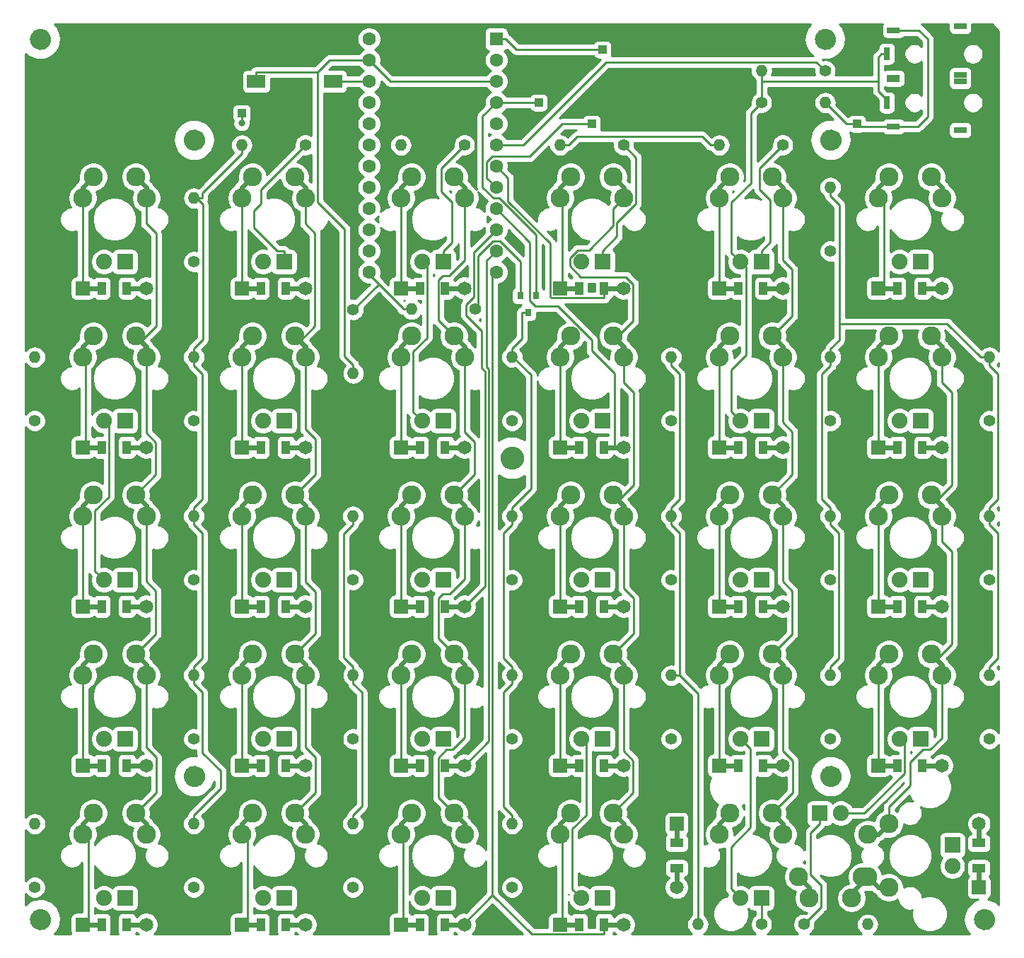
<source format=gbr>
G04 #@! TF.GenerationSoftware,KiCad,Pcbnew,(5.1.0)-1*
G04 #@! TF.CreationDate,2019-04-03T00:52:30+07:00*
G04 #@! TF.ProjectId,Nyquist,4e797175-6973-4742-9e6b-696361645f70,rev?*
G04 #@! TF.SameCoordinates,Original*
G04 #@! TF.FileFunction,Copper,L2,Bot*
G04 #@! TF.FilePolarity,Positive*
%FSLAX46Y46*%
G04 Gerber Fmt 4.6, Leading zero omitted, Abs format (unit mm)*
G04 Created by KiCad (PCBNEW (5.1.0)-1) date 2019-04-03 00:52:30*
%MOMM*%
%LPD*%
G04 APERTURE LIST*
%ADD10R,1.000000X1.000000*%
%ADD11O,1.400000X1.400000*%
%ADD12C,1.400000*%
%ADD13R,0.800000X1.500000*%
%ADD14R,1.500000X0.800000*%
%ADD15C,2.286000*%
%ADD16C,2.200000*%
%ADD17R,1.905000X1.905000*%
%ADD18C,1.905000*%
%ADD19R,0.800000X0.900000*%
%ADD20R,1.651000X1.651000*%
%ADD21C,1.651000*%
%ADD22R,1.600000X1.000000*%
%ADD23R,2.180000X1.600000*%
%ADD24R,1.000000X1.600000*%
%ADD25R,1.600000X1.600000*%
%ADD26C,1.600000*%
%ADD27C,0.800000*%
%ADD28C,0.250000*%
%ADD29C,0.600000*%
%ADD30C,0.254000*%
G04 APERTURE END LIST*
D10*
X161290000Y-33020000D03*
X87630000Y-31750000D03*
D11*
X162560000Y-128886000D03*
D12*
X154940000Y-128886000D03*
D11*
X142240000Y-128886000D03*
D12*
X149860000Y-128886000D03*
D11*
X119996000Y-116840000D03*
D12*
X119996000Y-124460000D03*
D11*
X100946000Y-116840000D03*
D12*
X100946000Y-124460000D03*
D11*
X81896000Y-116840000D03*
D12*
X81896000Y-124460000D03*
D11*
X62846000Y-116840000D03*
D12*
X62846000Y-124460000D03*
D11*
X177146000Y-99060000D03*
D12*
X177146000Y-106680000D03*
D11*
X158096000Y-99060000D03*
D12*
X158096000Y-106680000D03*
D11*
X139046000Y-99060000D03*
D12*
X139046000Y-106680000D03*
D11*
X119996000Y-99060000D03*
D12*
X119996000Y-106680000D03*
D11*
X100984000Y-99060000D03*
D12*
X100984000Y-106680000D03*
D11*
X81896000Y-99060000D03*
D12*
X81896000Y-106680000D03*
D11*
X177146000Y-80010000D03*
D12*
X177146000Y-87630000D03*
D11*
X158096000Y-80010000D03*
D12*
X158096000Y-87630000D03*
D11*
X139046000Y-80010000D03*
D12*
X139046000Y-87630000D03*
D11*
X119996000Y-80010000D03*
D12*
X119996000Y-87630000D03*
D11*
X100946000Y-80010000D03*
D12*
X100946000Y-87630000D03*
D11*
X81896000Y-80010000D03*
D12*
X81896000Y-87630000D03*
D11*
X177146000Y-60960000D03*
D12*
X177146000Y-68580000D03*
D11*
X158134000Y-60960000D03*
D12*
X158134000Y-68580000D03*
D11*
X139046000Y-60960000D03*
D12*
X139046000Y-68580000D03*
D11*
X119996000Y-60960000D03*
D12*
X119996000Y-68580000D03*
D11*
X81896000Y-60960000D03*
D12*
X81896000Y-68580000D03*
D11*
X62846000Y-60960000D03*
D12*
X62846000Y-68580000D03*
D11*
X107950000Y-55226000D03*
D12*
X115570000Y-55226000D03*
D11*
X100984000Y-62884000D03*
D12*
X100984000Y-55264000D03*
D13*
X164865000Y-24640000D03*
D14*
X173665000Y-27940000D03*
X165665000Y-27490000D03*
X173665000Y-21340000D03*
X165665000Y-21790000D03*
D15*
X154282000Y-123190000D03*
X154282000Y-123190000D03*
X160632000Y-125730000D03*
X155552000Y-125730000D03*
D16*
X155552000Y-125730000D03*
X161902000Y-123190000D03*
X161902000Y-123190000D03*
X155552000Y-125730000D03*
D15*
X160632000Y-125730000D03*
X155552000Y-125730000D03*
X161902000Y-123190000D03*
X161902000Y-123190000D03*
D17*
X156822000Y-115570000D03*
D18*
X159362000Y-115570000D03*
D19*
X121920000Y-55610000D03*
X122870000Y-53610000D03*
X120970000Y-53610000D03*
D20*
X139700000Y-116840000D03*
D21*
X139700000Y-124460000D03*
D22*
X139700000Y-119150000D03*
X139700000Y-122150000D03*
D17*
X149860000Y-125730000D03*
D18*
X147320000Y-125730000D03*
D15*
X144780000Y-118110000D03*
X144780000Y-118110000D03*
X151130000Y-115570000D03*
X152400000Y-118110000D03*
X146050000Y-115570000D03*
X151130000Y-115570000D03*
D16*
X151130000Y-115570000D03*
X144780000Y-118110000D03*
X144780000Y-118110000D03*
X151130000Y-115570000D03*
D15*
X146050000Y-115570000D03*
X152400000Y-118110000D03*
D14*
X165665000Y-33330000D03*
X173665000Y-33780000D03*
X165665000Y-27630000D03*
X173665000Y-27180000D03*
D13*
X164865000Y-30480000D03*
D10*
X129540000Y-33020000D03*
X123190000Y-30480000D03*
X130810000Y-24130000D03*
D23*
X98580000Y-27940000D03*
X89380000Y-27940000D03*
D20*
X68580000Y-52705000D03*
D21*
X76200000Y-52705000D03*
D24*
X70890000Y-52705000D03*
X73890000Y-52705000D03*
D17*
X73660000Y-49530000D03*
D18*
X71120000Y-49530000D03*
D15*
X68580000Y-41910000D03*
X68580000Y-41910000D03*
X74930000Y-39370000D03*
X76200000Y-41910000D03*
X69850000Y-39370000D03*
X74930000Y-39370000D03*
D16*
X74930000Y-39370000D03*
X68580000Y-41910000D03*
X68580000Y-41910000D03*
X74930000Y-39370000D03*
D15*
X69850000Y-39370000D03*
X76200000Y-41910000D03*
X95250000Y-41910000D03*
X88900000Y-39370000D03*
D16*
X93980000Y-39370000D03*
X87630000Y-41910000D03*
X87630000Y-41910000D03*
X93980000Y-39370000D03*
D15*
X93980000Y-39370000D03*
X88900000Y-39370000D03*
X95250000Y-41910000D03*
X93980000Y-39370000D03*
X87630000Y-41910000D03*
X87630000Y-41910000D03*
D18*
X90170000Y-49530000D03*
D17*
X92710000Y-49530000D03*
D24*
X92940000Y-52705000D03*
X89940000Y-52705000D03*
D21*
X95250000Y-52705000D03*
D20*
X87630000Y-52705000D03*
D15*
X114300000Y-41910000D03*
X107950000Y-39370000D03*
D16*
X113030000Y-39370000D03*
X106680000Y-41910000D03*
X106680000Y-41910000D03*
X113030000Y-39370000D03*
D15*
X113030000Y-39370000D03*
X107950000Y-39370000D03*
X114300000Y-41910000D03*
X113030000Y-39370000D03*
X106680000Y-41910000D03*
X106680000Y-41910000D03*
D18*
X109220000Y-49530000D03*
D17*
X111760000Y-49530000D03*
D24*
X111990000Y-52705000D03*
X108990000Y-52705000D03*
D21*
X114300000Y-52705000D03*
D20*
X106680000Y-52705000D03*
D15*
X133350000Y-41910000D03*
X127000000Y-39370000D03*
D16*
X132080000Y-39370000D03*
X125730000Y-41910000D03*
X125730000Y-41910000D03*
X132080000Y-39370000D03*
D15*
X132080000Y-39370000D03*
X127000000Y-39370000D03*
X133350000Y-41910000D03*
X132080000Y-39370000D03*
X125730000Y-41910000D03*
X125730000Y-41910000D03*
D18*
X128270000Y-49530000D03*
D17*
X130810000Y-49530000D03*
D24*
X131040000Y-52705000D03*
X128040000Y-52705000D03*
D21*
X133350000Y-52705000D03*
D20*
X125730000Y-52705000D03*
D15*
X152400000Y-41910000D03*
X146050000Y-39370000D03*
D16*
X151130000Y-39370000D03*
X144780000Y-41910000D03*
X144780000Y-41910000D03*
X151130000Y-39370000D03*
D15*
X151130000Y-39370000D03*
X146050000Y-39370000D03*
X152400000Y-41910000D03*
X151130000Y-39370000D03*
X144780000Y-41910000D03*
X144780000Y-41910000D03*
D18*
X147320000Y-49530000D03*
D17*
X149860000Y-49530000D03*
D24*
X150090000Y-52705000D03*
X147090000Y-52705000D03*
D21*
X152400000Y-52705000D03*
D20*
X144780000Y-52705000D03*
X163830000Y-52705000D03*
D21*
X171450000Y-52705000D03*
D24*
X166140000Y-52705000D03*
X169140000Y-52705000D03*
D17*
X168910000Y-49530000D03*
D18*
X166370000Y-49530000D03*
D15*
X163830000Y-41910000D03*
X163830000Y-41910000D03*
X170180000Y-39370000D03*
X171450000Y-41910000D03*
X165100000Y-39370000D03*
X170180000Y-39370000D03*
D16*
X170180000Y-39370000D03*
X163830000Y-41910000D03*
X163830000Y-41910000D03*
X170180000Y-39370000D03*
D15*
X165100000Y-39370000D03*
X171450000Y-41910000D03*
D20*
X68580000Y-71755000D03*
D21*
X76200000Y-71755000D03*
D24*
X70890000Y-71755000D03*
X73890000Y-71755000D03*
D17*
X73660000Y-68580000D03*
D18*
X71120000Y-68580000D03*
D15*
X68580000Y-60960000D03*
X68580000Y-60960000D03*
X74930000Y-58420000D03*
X76200000Y-60960000D03*
X69850000Y-58420000D03*
X74930000Y-58420000D03*
D16*
X74930000Y-58420000D03*
X68580000Y-60960000D03*
X68580000Y-60960000D03*
X74930000Y-58420000D03*
D15*
X69850000Y-58420000D03*
X76200000Y-60960000D03*
D20*
X87630000Y-71755000D03*
D21*
X95250000Y-71755000D03*
D24*
X89940000Y-71755000D03*
X92940000Y-71755000D03*
D17*
X92710000Y-68580000D03*
D18*
X90170000Y-68580000D03*
D15*
X87630000Y-60960000D03*
X87630000Y-60960000D03*
X93980000Y-58420000D03*
X95250000Y-60960000D03*
X88900000Y-58420000D03*
X93980000Y-58420000D03*
D16*
X93980000Y-58420000D03*
X87630000Y-60960000D03*
X87630000Y-60960000D03*
X93980000Y-58420000D03*
D15*
X88900000Y-58420000D03*
X95250000Y-60960000D03*
D20*
X106680000Y-71755000D03*
D21*
X114300000Y-71755000D03*
D24*
X108990000Y-71755000D03*
X111990000Y-71755000D03*
D17*
X111760000Y-68580000D03*
D18*
X109220000Y-68580000D03*
D15*
X106680000Y-60960000D03*
X106680000Y-60960000D03*
X113030000Y-58420000D03*
X114300000Y-60960000D03*
X107950000Y-58420000D03*
X113030000Y-58420000D03*
D16*
X113030000Y-58420000D03*
X106680000Y-60960000D03*
X106680000Y-60960000D03*
X113030000Y-58420000D03*
D15*
X107950000Y-58420000D03*
X114300000Y-60960000D03*
D20*
X125730000Y-71755000D03*
D21*
X133350000Y-71755000D03*
D24*
X128040000Y-71755000D03*
X131040000Y-71755000D03*
D17*
X130810000Y-68580000D03*
D18*
X128270000Y-68580000D03*
D15*
X125730000Y-60960000D03*
X125730000Y-60960000D03*
X132080000Y-58420000D03*
X133350000Y-60960000D03*
X127000000Y-58420000D03*
X132080000Y-58420000D03*
D16*
X132080000Y-58420000D03*
X125730000Y-60960000D03*
X125730000Y-60960000D03*
X132080000Y-58420000D03*
D15*
X127000000Y-58420000D03*
X133350000Y-60960000D03*
X152400000Y-60960000D03*
X146050000Y-58420000D03*
D16*
X151130000Y-58420000D03*
X144780000Y-60960000D03*
X144780000Y-60960000D03*
X151130000Y-58420000D03*
D15*
X151130000Y-58420000D03*
X146050000Y-58420000D03*
X152400000Y-60960000D03*
X151130000Y-58420000D03*
X144780000Y-60960000D03*
X144780000Y-60960000D03*
D18*
X147320000Y-68580000D03*
D17*
X149860000Y-68580000D03*
D24*
X150090000Y-71755000D03*
X147090000Y-71755000D03*
D21*
X152400000Y-71755000D03*
D20*
X144780000Y-71755000D03*
X163830000Y-71755000D03*
D21*
X171450000Y-71755000D03*
D24*
X166140000Y-71755000D03*
X169140000Y-71755000D03*
D17*
X168910000Y-68580000D03*
D18*
X166370000Y-68580000D03*
D15*
X163830000Y-60960000D03*
X163830000Y-60960000D03*
X170180000Y-58420000D03*
X171450000Y-60960000D03*
X165100000Y-58420000D03*
X170180000Y-58420000D03*
D16*
X170180000Y-58420000D03*
X163830000Y-60960000D03*
X163830000Y-60960000D03*
X170180000Y-58420000D03*
D15*
X165100000Y-58420000D03*
X171450000Y-60960000D03*
X76200000Y-80010000D03*
X69850000Y-77470000D03*
D16*
X74930000Y-77470000D03*
X68580000Y-80010000D03*
X68580000Y-80010000D03*
X74930000Y-77470000D03*
D15*
X74930000Y-77470000D03*
X69850000Y-77470000D03*
X76200000Y-80010000D03*
X74930000Y-77470000D03*
X68580000Y-80010000D03*
X68580000Y-80010000D03*
D18*
X71120000Y-87630000D03*
D17*
X73660000Y-87630000D03*
D24*
X73890000Y-90805000D03*
X70890000Y-90805000D03*
D21*
X76200000Y-90805000D03*
D20*
X68580000Y-90805000D03*
D15*
X95250000Y-80010000D03*
X88900000Y-77470000D03*
D16*
X93980000Y-77470000D03*
X87630000Y-80010000D03*
X87630000Y-80010000D03*
X93980000Y-77470000D03*
D15*
X93980000Y-77470000D03*
X88900000Y-77470000D03*
X95250000Y-80010000D03*
X93980000Y-77470000D03*
X87630000Y-80010000D03*
X87630000Y-80010000D03*
D18*
X90170000Y-87630000D03*
D17*
X92710000Y-87630000D03*
D24*
X92940000Y-90805000D03*
X89940000Y-90805000D03*
D21*
X95250000Y-90805000D03*
D20*
X87630000Y-90805000D03*
X106680000Y-90805000D03*
D21*
X114300000Y-90805000D03*
D24*
X108990000Y-90805000D03*
X111990000Y-90805000D03*
D17*
X111760000Y-87630000D03*
D18*
X109220000Y-87630000D03*
D15*
X106680000Y-80010000D03*
X106680000Y-80010000D03*
X113030000Y-77470000D03*
X114300000Y-80010000D03*
X107950000Y-77470000D03*
X113030000Y-77470000D03*
D16*
X113030000Y-77470000D03*
X106680000Y-80010000D03*
X106680000Y-80010000D03*
X113030000Y-77470000D03*
D15*
X107950000Y-77470000D03*
X114300000Y-80010000D03*
X133350000Y-80010000D03*
X127000000Y-77470000D03*
D16*
X132080000Y-77470000D03*
X125730000Y-80010000D03*
X125730000Y-80010000D03*
X132080000Y-77470000D03*
D15*
X132080000Y-77470000D03*
X127000000Y-77470000D03*
X133350000Y-80010000D03*
X132080000Y-77470000D03*
X125730000Y-80010000D03*
X125730000Y-80010000D03*
D18*
X128270000Y-87630000D03*
D17*
X130810000Y-87630000D03*
D24*
X131040000Y-90805000D03*
X128040000Y-90805000D03*
D21*
X133350000Y-90805000D03*
D20*
X125730000Y-90805000D03*
X144780000Y-90805000D03*
D21*
X152400000Y-90805000D03*
D24*
X147090000Y-90805000D03*
X150090000Y-90805000D03*
D17*
X149860000Y-87630000D03*
D18*
X147320000Y-87630000D03*
D15*
X144780000Y-80010000D03*
X144780000Y-80010000D03*
X151130000Y-77470000D03*
X152400000Y-80010000D03*
X146050000Y-77470000D03*
X151130000Y-77470000D03*
D16*
X151130000Y-77470000D03*
X144780000Y-80010000D03*
X144780000Y-80010000D03*
X151130000Y-77470000D03*
D15*
X146050000Y-77470000D03*
X152400000Y-80010000D03*
X171450000Y-80010000D03*
X165100000Y-77470000D03*
D16*
X170180000Y-77470000D03*
X163830000Y-80010000D03*
X163830000Y-80010000D03*
X170180000Y-77470000D03*
D15*
X170180000Y-77470000D03*
X165100000Y-77470000D03*
X171450000Y-80010000D03*
X170180000Y-77470000D03*
X163830000Y-80010000D03*
X163830000Y-80010000D03*
D18*
X166370000Y-87630000D03*
D17*
X168910000Y-87630000D03*
D24*
X169140000Y-90805000D03*
X166140000Y-90805000D03*
D21*
X171450000Y-90805000D03*
D20*
X163830000Y-90805000D03*
X68580000Y-109855000D03*
D21*
X76200000Y-109855000D03*
D24*
X70890000Y-109855000D03*
X73890000Y-109855000D03*
D17*
X73660000Y-106680000D03*
D18*
X71120000Y-106680000D03*
D15*
X68580000Y-99060000D03*
X68580000Y-99060000D03*
X74930000Y-96520000D03*
X76200000Y-99060000D03*
X69850000Y-96520000D03*
X74930000Y-96520000D03*
D16*
X74930000Y-96520000D03*
X68580000Y-99060000D03*
X68580000Y-99060000D03*
X74930000Y-96520000D03*
D15*
X69850000Y-96520000D03*
X76200000Y-99060000D03*
X95250000Y-99060000D03*
X88900000Y-96520000D03*
D16*
X93980000Y-96520000D03*
X87630000Y-99060000D03*
X87630000Y-99060000D03*
X93980000Y-96520000D03*
D15*
X93980000Y-96520000D03*
X88900000Y-96520000D03*
X95250000Y-99060000D03*
X93980000Y-96520000D03*
X87630000Y-99060000D03*
X87630000Y-99060000D03*
D18*
X90170000Y-106680000D03*
D17*
X92710000Y-106680000D03*
D24*
X92940000Y-109855000D03*
X89940000Y-109855000D03*
D21*
X95250000Y-109855000D03*
D20*
X87630000Y-109855000D03*
X106680000Y-109855000D03*
D21*
X114300000Y-109855000D03*
D24*
X108990000Y-109855000D03*
X111990000Y-109855000D03*
D17*
X111760000Y-106680000D03*
D18*
X109220000Y-106680000D03*
D15*
X106680000Y-99060000D03*
X106680000Y-99060000D03*
X113030000Y-96520000D03*
X114300000Y-99060000D03*
X107950000Y-96520000D03*
X113030000Y-96520000D03*
D16*
X113030000Y-96520000D03*
X106680000Y-99060000D03*
X106680000Y-99060000D03*
X113030000Y-96520000D03*
D15*
X107950000Y-96520000D03*
X114300000Y-99060000D03*
X133350000Y-99060000D03*
X127000000Y-96520000D03*
D16*
X132080000Y-96520000D03*
X125730000Y-99060000D03*
X125730000Y-99060000D03*
X132080000Y-96520000D03*
D15*
X132080000Y-96520000D03*
X127000000Y-96520000D03*
X133350000Y-99060000D03*
X132080000Y-96520000D03*
X125730000Y-99060000D03*
X125730000Y-99060000D03*
D18*
X128270000Y-106680000D03*
D17*
X130810000Y-106680000D03*
D24*
X131040000Y-109855000D03*
X128040000Y-109855000D03*
D21*
X133350000Y-109855000D03*
D20*
X125730000Y-109855000D03*
X144780000Y-109855000D03*
D21*
X152400000Y-109855000D03*
D24*
X147090000Y-109855000D03*
X150090000Y-109855000D03*
D17*
X149860000Y-106680000D03*
D18*
X147320000Y-106680000D03*
D15*
X144780000Y-99060000D03*
X144780000Y-99060000D03*
X151130000Y-96520000D03*
X152400000Y-99060000D03*
X146050000Y-96520000D03*
X151130000Y-96520000D03*
D16*
X151130000Y-96520000D03*
X144780000Y-99060000D03*
X144780000Y-99060000D03*
X151130000Y-96520000D03*
D15*
X146050000Y-96520000D03*
X152400000Y-99060000D03*
X171450000Y-99060000D03*
X165100000Y-96520000D03*
D16*
X170180000Y-96520000D03*
X163830000Y-99060000D03*
X163830000Y-99060000D03*
X170180000Y-96520000D03*
D15*
X170180000Y-96520000D03*
X165100000Y-96520000D03*
X171450000Y-99060000D03*
X170180000Y-96520000D03*
X163830000Y-99060000D03*
X163830000Y-99060000D03*
D18*
X166370000Y-106680000D03*
D17*
X168910000Y-106680000D03*
D24*
X169140000Y-109855000D03*
X166140000Y-109855000D03*
D21*
X171450000Y-109855000D03*
D20*
X163830000Y-109855000D03*
X68580000Y-128905000D03*
D21*
X76200000Y-128905000D03*
D24*
X70890000Y-128905000D03*
X73890000Y-128905000D03*
D17*
X73660000Y-125730000D03*
D18*
X71120000Y-125730000D03*
D15*
X68580000Y-118110000D03*
X68580000Y-118110000D03*
X74930000Y-115570000D03*
X76200000Y-118110000D03*
X69850000Y-115570000D03*
X74930000Y-115570000D03*
D16*
X74930000Y-115570000D03*
X68580000Y-118110000D03*
X68580000Y-118110000D03*
X74930000Y-115570000D03*
D15*
X69850000Y-115570000D03*
X76200000Y-118110000D03*
X95250000Y-118110000D03*
X88900000Y-115570000D03*
D16*
X93980000Y-115570000D03*
X87630000Y-118110000D03*
X87630000Y-118110000D03*
X93980000Y-115570000D03*
D15*
X93980000Y-115570000D03*
X88900000Y-115570000D03*
X95250000Y-118110000D03*
X93980000Y-115570000D03*
X87630000Y-118110000D03*
X87630000Y-118110000D03*
D18*
X90170000Y-125730000D03*
D17*
X92710000Y-125730000D03*
D24*
X92940000Y-128905000D03*
X89940000Y-128905000D03*
D21*
X95250000Y-128905000D03*
D20*
X87630000Y-128905000D03*
X106680000Y-128905000D03*
D21*
X114300000Y-128905000D03*
D24*
X108990000Y-128905000D03*
X111990000Y-128905000D03*
D17*
X111760000Y-125730000D03*
D18*
X109220000Y-125730000D03*
D15*
X106680000Y-118110000D03*
X106680000Y-118110000D03*
X113030000Y-115570000D03*
X114300000Y-118110000D03*
X107950000Y-115570000D03*
X113030000Y-115570000D03*
D16*
X113030000Y-115570000D03*
X106680000Y-118110000D03*
X106680000Y-118110000D03*
X113030000Y-115570000D03*
D15*
X107950000Y-115570000D03*
X114300000Y-118110000D03*
X133350000Y-118110000D03*
X127000000Y-115570000D03*
D16*
X132080000Y-115570000D03*
X125730000Y-118110000D03*
X125730000Y-118110000D03*
X132080000Y-115570000D03*
D15*
X132080000Y-115570000D03*
X127000000Y-115570000D03*
X133350000Y-118110000D03*
X132080000Y-115570000D03*
X125730000Y-118110000D03*
X125730000Y-118110000D03*
D18*
X128270000Y-125730000D03*
D17*
X130810000Y-125730000D03*
D24*
X131040000Y-128905000D03*
X128040000Y-128905000D03*
D21*
X133350000Y-128905000D03*
D20*
X125730000Y-128905000D03*
D15*
X165100000Y-116840000D03*
X162560000Y-123190000D03*
D16*
X162560000Y-118110000D03*
X165100000Y-124460000D03*
X165100000Y-124460000D03*
X162560000Y-118110000D03*
D15*
X162560000Y-118110000D03*
X162560000Y-123190000D03*
X165100000Y-116840000D03*
X162560000Y-118110000D03*
X165100000Y-124460000D03*
X165100000Y-124460000D03*
D18*
X172720000Y-121920000D03*
D17*
X172720000Y-119380000D03*
D22*
X175895000Y-119150000D03*
X175895000Y-122150000D03*
D21*
X175895000Y-116840000D03*
D20*
X175895000Y-124460000D03*
D25*
X118110000Y-22860000D03*
D26*
X118110000Y-25400000D03*
X118110000Y-27940000D03*
X118110000Y-30480000D03*
X118110000Y-33020000D03*
X118110000Y-35560000D03*
X118110000Y-38100000D03*
X118110000Y-40640000D03*
X118110000Y-43180000D03*
X118110000Y-45720000D03*
X118110000Y-48260000D03*
X118110000Y-50800000D03*
X102870000Y-50800000D03*
X102870000Y-48260000D03*
X102870000Y-45720000D03*
X102870000Y-43180000D03*
X102870000Y-40640000D03*
X102870000Y-38100000D03*
X102870000Y-35560000D03*
X102870000Y-33020000D03*
X102870000Y-30480000D03*
X102870000Y-27940000D03*
X102870000Y-25400000D03*
X102870000Y-22860000D03*
D11*
X81915000Y-41910000D03*
D12*
X81915000Y-49530000D03*
X95250000Y-35560000D03*
D11*
X87630000Y-35560000D03*
X106680000Y-35560000D03*
D12*
X114300000Y-35560000D03*
X133350000Y-35560000D03*
D11*
X125730000Y-35560000D03*
X144780000Y-35560000D03*
D12*
X152400000Y-35560000D03*
X158096000Y-48260000D03*
D11*
X158096000Y-40640000D03*
D12*
X149860000Y-30480000D03*
D11*
X157480000Y-30480000D03*
D12*
X157480000Y-26670000D03*
D11*
X149860000Y-26670000D03*
D27*
X87630000Y-32929600D03*
D28*
X149860000Y-27904800D02*
X149860000Y-30480000D01*
X149860000Y-26670000D02*
X149860000Y-27904800D01*
X109220000Y-68580000D02*
X108148400Y-67508400D01*
X108148400Y-67508400D02*
X108148400Y-60298200D01*
X108148400Y-60298200D02*
X109815400Y-58631200D01*
X109815400Y-58631200D02*
X109815400Y-50125400D01*
X109815400Y-50125400D02*
X109220000Y-49530000D01*
X87630000Y-31750000D02*
X87630000Y-32929600D01*
X147320000Y-106680000D02*
X148533300Y-107893300D01*
X148533300Y-107893300D02*
X148533300Y-117289000D01*
X148533300Y-117289000D02*
X146213400Y-119608900D01*
X146213400Y-119608900D02*
X146213400Y-124623400D01*
X146213400Y-124623400D02*
X147320000Y-125730000D01*
X147320000Y-49530000D02*
X147992000Y-50202000D01*
X147992000Y-50202000D02*
X147992000Y-60667400D01*
X147992000Y-60667400D02*
X146221000Y-62438400D01*
X146221000Y-62438400D02*
X146221000Y-67481000D01*
X146221000Y-67481000D02*
X147320000Y-68580000D01*
X149860000Y-30480000D02*
X148590000Y-31750000D01*
X148590000Y-31750000D02*
X148590000Y-40099300D01*
X148590000Y-40099300D02*
X146248400Y-42440900D01*
X146248400Y-42440900D02*
X146248400Y-48458400D01*
X146248400Y-48458400D02*
X147320000Y-49530000D01*
X159362000Y-115570000D02*
X162199800Y-115570000D01*
X162199800Y-115570000D02*
X166965400Y-110804400D01*
X166965400Y-110804400D02*
X166965400Y-107275400D01*
X166965400Y-107275400D02*
X166370000Y-106680000D01*
X71120000Y-87630000D02*
X70048400Y-86558400D01*
X70048400Y-86558400D02*
X70048400Y-79348200D01*
X70048400Y-79348200D02*
X71726700Y-77669900D01*
X71726700Y-77669900D02*
X71726700Y-69186700D01*
X71726700Y-69186700D02*
X71120000Y-68580000D01*
X128270000Y-125730000D02*
X127198400Y-124658400D01*
X127198400Y-124658400D02*
X127198400Y-117448200D01*
X127198400Y-117448200D02*
X128865400Y-115781200D01*
X128865400Y-115781200D02*
X128865400Y-107275400D01*
X128865400Y-107275400D02*
X128270000Y-106680000D01*
X164215000Y-24640000D02*
X164865000Y-24640000D01*
X163830000Y-25025000D02*
X164215000Y-24640000D01*
X164865000Y-30130000D02*
X163830000Y-29095000D01*
X164865000Y-30480000D02*
X164865000Y-30130000D01*
X163830000Y-27940000D02*
X163830000Y-25025000D01*
X163830000Y-29095000D02*
X163830000Y-27940000D01*
X163794800Y-27904800D02*
X163830000Y-27940000D01*
X149860000Y-27904800D02*
X163794800Y-27904800D01*
X102870000Y-25400000D02*
X105410000Y-27940000D01*
X105410000Y-27940000D02*
X118110000Y-27940000D01*
X96720000Y-26814700D02*
X98134700Y-25400000D01*
X98134700Y-25400000D02*
X102870000Y-25400000D01*
X118110000Y-30480000D02*
X116480300Y-32109700D01*
X116480300Y-32109700D02*
X116480300Y-40623700D01*
X116480300Y-40623700D02*
X117766600Y-41910000D01*
X117766600Y-41910000D02*
X118501100Y-41910000D01*
X118501100Y-41910000D02*
X122870000Y-46278900D01*
X122870000Y-46278900D02*
X122870000Y-53610000D01*
X96720000Y-26814700D02*
X96720000Y-42386800D01*
X96720000Y-42386800D02*
X99958700Y-45625500D01*
X99958700Y-45625500D02*
X99958700Y-60833400D01*
X99958700Y-60833400D02*
X100984000Y-61858700D01*
X96720000Y-26814700D02*
X89380000Y-26814700D01*
X100984000Y-62884000D02*
X100984000Y-61858700D01*
X118110000Y-30480000D02*
X122364700Y-30480000D01*
X89380000Y-27940000D02*
X89380000Y-26814700D01*
X123190000Y-30480000D02*
X122364700Y-30480000D01*
X157480000Y-26670000D02*
X156440500Y-25630500D01*
X156440500Y-25630500D02*
X131292600Y-25630500D01*
X131292600Y-25630500D02*
X121363100Y-35560000D01*
X121363100Y-35560000D02*
X118110000Y-35560000D01*
X165665000Y-27630000D02*
X165665000Y-27490000D01*
X165665000Y-21790000D02*
X168710000Y-21790000D01*
X168710000Y-21790000D02*
X169780000Y-22860000D01*
X169780000Y-22860000D02*
X169780000Y-32150000D01*
X168600000Y-33330000D02*
X165665000Y-33330000D01*
X169780000Y-32150000D02*
X168600000Y-33330000D01*
X161600000Y-33330000D02*
X161290000Y-33020000D01*
X165665000Y-33330000D02*
X161600000Y-33330000D01*
X160020000Y-33020000D02*
X157480000Y-30480000D01*
X161290000Y-33020000D02*
X160020000Y-33020000D01*
X118110000Y-40640000D02*
X116980800Y-39510800D01*
X116980800Y-39510800D02*
X116980800Y-37582100D01*
X116980800Y-37582100D02*
X117643700Y-36919200D01*
X117643700Y-36919200D02*
X122112200Y-36919200D01*
X122112200Y-36919200D02*
X126011400Y-33020000D01*
X126011400Y-33020000D02*
X129540000Y-33020000D01*
X118110000Y-22860000D02*
X119235300Y-22860000D01*
X130810000Y-24130000D02*
X120505300Y-24130000D01*
X120505300Y-24130000D02*
X119235300Y-22860000D01*
X125730000Y-35560000D02*
X126755300Y-35560000D01*
X144780000Y-35560000D02*
X143754700Y-35560000D01*
X143754700Y-35560000D02*
X142729400Y-34534700D01*
X142729400Y-34534700D02*
X127780600Y-34534700D01*
X127780600Y-34534700D02*
X126755300Y-35560000D01*
X81896000Y-60960000D02*
X81896000Y-59934700D01*
X82195700Y-41910000D02*
X82962900Y-42677200D01*
X82962900Y-42677200D02*
X82962900Y-58867800D01*
X82962900Y-58867800D02*
X81896000Y-59934700D01*
X82195700Y-41910000D02*
X82940300Y-41910000D01*
X81915000Y-41910000D02*
X82195700Y-41910000D01*
X87630000Y-35560000D02*
X87630000Y-36585300D01*
X87630000Y-36585300D02*
X82940300Y-41275000D01*
X82940300Y-41275000D02*
X82940300Y-41910000D01*
X81896000Y-80010000D02*
X81896000Y-78984700D01*
X81896000Y-60960000D02*
X81896000Y-61985300D01*
X81896000Y-61985300D02*
X82921300Y-63010600D01*
X82921300Y-63010600D02*
X82921300Y-77959400D01*
X82921300Y-77959400D02*
X81896000Y-78984700D01*
X81896000Y-99060000D02*
X81896000Y-98034700D01*
X81896000Y-80010000D02*
X81896000Y-81035300D01*
X81896000Y-81035300D02*
X82921300Y-82060600D01*
X82921300Y-82060600D02*
X82921300Y-97009400D01*
X82921300Y-97009400D02*
X81896000Y-98034700D01*
X159159300Y-56937400D02*
X159159300Y-58909400D01*
X159159300Y-58909400D02*
X158134000Y-59934700D01*
X158096000Y-41665300D02*
X159159300Y-42728600D01*
X159159300Y-42728600D02*
X159159300Y-56937400D01*
X159159300Y-56937400D02*
X172098100Y-56937400D01*
X172098100Y-56937400D02*
X176120700Y-60960000D01*
X177146000Y-60960000D02*
X176120700Y-60960000D01*
X158134000Y-60960000D02*
X158134000Y-59934700D01*
X158096000Y-40640000D02*
X158096000Y-41665300D01*
X158096000Y-99060000D02*
X158096000Y-98034700D01*
X158096000Y-80010000D02*
X158096000Y-81035300D01*
X158096000Y-81035300D02*
X159121300Y-82060600D01*
X159121300Y-82060600D02*
X159121300Y-97009400D01*
X159121300Y-97009400D02*
X158096000Y-98034700D01*
X158096000Y-79719800D02*
X158096000Y-80010000D01*
X158096000Y-79719800D02*
X158096000Y-78984700D01*
X177146000Y-80010000D02*
X177146000Y-78984700D01*
X177146000Y-60960000D02*
X177146000Y-61985300D01*
X177146000Y-61985300D02*
X178171300Y-63010600D01*
X178171300Y-63010600D02*
X178171300Y-77959400D01*
X178171300Y-77959400D02*
X177146000Y-78984700D01*
X158134000Y-60960000D02*
X158134000Y-61985300D01*
X158096000Y-78984700D02*
X157108700Y-77997400D01*
X157108700Y-77997400D02*
X157108700Y-63010600D01*
X157108700Y-63010600D02*
X158134000Y-61985300D01*
X139046000Y-80010000D02*
X139046000Y-81035300D01*
X139046000Y-81035300D02*
X140071300Y-82060600D01*
X140071300Y-82060600D02*
X140071300Y-99060000D01*
X139046000Y-79719800D02*
X139046000Y-80010000D01*
X139046000Y-79719800D02*
X139046000Y-78984700D01*
X140071300Y-99060000D02*
X142240000Y-101228700D01*
X142240000Y-101228700D02*
X142240000Y-128886000D01*
X139046000Y-99060000D02*
X140071300Y-99060000D01*
X119996000Y-80010000D02*
X119996000Y-78984700D01*
X119996000Y-60829100D02*
X122256900Y-63090000D01*
X122256900Y-63090000D02*
X122256900Y-76723800D01*
X122256900Y-76723800D02*
X119996000Y-78984700D01*
X119996000Y-60829100D02*
X119996000Y-60698200D01*
X119996000Y-60960000D02*
X119996000Y-60829100D01*
X119996000Y-80010000D02*
X119996000Y-81035300D01*
X119996000Y-99060000D02*
X119996000Y-98034700D01*
X119996000Y-98034700D02*
X118970700Y-97009400D01*
X118970700Y-97009400D02*
X118970700Y-82060600D01*
X118970700Y-82060600D02*
X119996000Y-81035300D01*
X119996000Y-99572600D02*
X119996000Y-99060000D01*
X119996000Y-99572600D02*
X119996000Y-100085300D01*
X119996000Y-116840000D02*
X119996000Y-115814700D01*
X119996000Y-100085300D02*
X118970700Y-101110600D01*
X118970700Y-101110600D02*
X118970700Y-114789400D01*
X118970700Y-114789400D02*
X119996000Y-115814700D01*
X100984000Y-99060000D02*
X100984000Y-98034700D01*
X100946000Y-80010000D02*
X100946000Y-81035300D01*
X100946000Y-81035300D02*
X99861400Y-82119900D01*
X99861400Y-82119900D02*
X99861400Y-96912100D01*
X99861400Y-96912100D02*
X100984000Y-98034700D01*
X100946000Y-116840000D02*
X100946000Y-115814700D01*
X100984000Y-99060000D02*
X100984000Y-100085300D01*
X100984000Y-100085300D02*
X102012100Y-101113400D01*
X102012100Y-101113400D02*
X102012100Y-114748600D01*
X102012100Y-114748600D02*
X100946000Y-115814700D01*
X177146000Y-99060000D02*
X177146000Y-98034700D01*
X177146000Y-80010000D02*
X177146000Y-81035300D01*
X177146000Y-81035300D02*
X178171300Y-82060600D01*
X178171300Y-82060600D02*
X178171300Y-97009400D01*
X178171300Y-97009400D02*
X177146000Y-98034700D01*
X139046000Y-60960000D02*
X139046000Y-61985300D01*
X139046000Y-61985300D02*
X140071300Y-63010600D01*
X140071300Y-63010600D02*
X140071300Y-77959400D01*
X140071300Y-77959400D02*
X139046000Y-78984700D01*
X119996000Y-60447300D02*
X119996000Y-59934700D01*
X119996000Y-60447300D02*
X119996000Y-60698200D01*
X121920000Y-55610000D02*
X121194700Y-55610000D01*
X121194700Y-55610000D02*
X121194700Y-58736000D01*
X121194700Y-58736000D02*
X119996000Y-59934700D01*
X81896000Y-115814700D02*
X81896000Y-116840000D01*
X81896000Y-100085300D02*
X82921300Y-101110600D01*
X81896000Y-99060000D02*
X81896000Y-100085300D01*
X82921300Y-101110600D02*
X82921300Y-108321300D01*
X82921300Y-108321300D02*
X85090000Y-110490000D01*
X85090000Y-110490000D02*
X85090000Y-112620700D01*
X85090000Y-112620700D02*
X81896000Y-115814700D01*
X115570000Y-55226000D02*
X115966000Y-54830000D01*
X115966000Y-54830000D02*
X115966000Y-48810800D01*
X115966000Y-48810800D02*
X117681100Y-47095700D01*
X117681100Y-47095700D02*
X118538000Y-47095700D01*
X118538000Y-47095700D02*
X120970000Y-49527700D01*
X120970000Y-49527700D02*
X120970000Y-53610000D01*
X92710000Y-49530000D02*
X92710000Y-48252200D01*
X95250000Y-35560000D02*
X89910400Y-40899600D01*
X89910400Y-40899600D02*
X89910400Y-42549000D01*
X89910400Y-42549000D02*
X89079800Y-43379600D01*
X89079800Y-43379600D02*
X89079800Y-45420600D01*
X89079800Y-45420600D02*
X91911400Y-48252200D01*
X91911400Y-48252200D02*
X92710000Y-48252200D01*
X107950000Y-55226000D02*
X106924700Y-55226000D01*
X104041100Y-52206900D02*
X106924700Y-55090500D01*
X106924700Y-55090500D02*
X106924700Y-55226000D01*
X102870000Y-50800000D02*
X102870000Y-51035800D01*
X102870000Y-51035800D02*
X104041100Y-52206900D01*
X104041100Y-52206900D02*
X100984000Y-55264000D01*
X111760000Y-49530000D02*
X111760000Y-48252200D01*
X111760000Y-48252200D02*
X112815400Y-47196800D01*
X112815400Y-47196800D02*
X112815400Y-42424600D01*
X112815400Y-42424600D02*
X111561100Y-41170300D01*
X111561100Y-41170300D02*
X111561100Y-38298900D01*
X111561100Y-38298900D02*
X114300000Y-35560000D01*
X130810000Y-49530000D02*
X130810000Y-48252200D01*
X130810000Y-48252200D02*
X132557800Y-46504400D01*
X132557800Y-46504400D02*
X132557800Y-44850000D01*
X132557800Y-44850000D02*
X134829400Y-42578400D01*
X134829400Y-42578400D02*
X134829400Y-37039400D01*
X134829400Y-37039400D02*
X133350000Y-35560000D01*
X149860000Y-49530000D02*
X149860000Y-48252200D01*
X149860000Y-48252200D02*
X150931600Y-47180600D01*
X150931600Y-47180600D02*
X150931600Y-42174900D01*
X150931600Y-42174900D02*
X149656800Y-40900100D01*
X149656800Y-40900100D02*
X149656800Y-38303200D01*
X149656800Y-38303200D02*
X152400000Y-35560000D01*
X149860000Y-125730000D02*
X149860000Y-128886000D01*
X98580000Y-27940000D02*
X102870000Y-27940000D01*
X171450000Y-99060000D02*
X171450000Y-106542600D01*
X171450000Y-106542600D02*
X170034700Y-107957900D01*
X170034700Y-107957900D02*
X169174600Y-107957900D01*
X169174600Y-107957900D02*
X167666600Y-109465900D01*
X167666600Y-109465900D02*
X167666600Y-112255300D01*
X167666600Y-112255300D02*
X165100000Y-114821900D01*
X165100000Y-114821900D02*
X165100000Y-116840000D01*
D29*
X171450000Y-99060000D02*
X171450000Y-97790000D01*
X171450000Y-97790000D02*
X170815000Y-97155000D01*
D28*
X170815000Y-78105000D02*
X172622000Y-76298000D01*
X172622000Y-76298000D02*
X172622000Y-65193300D01*
X172622000Y-65193300D02*
X171450000Y-64021300D01*
X171450000Y-64021300D02*
X171450000Y-60960000D01*
D29*
X170815000Y-78105000D02*
X170180000Y-77470000D01*
X171450000Y-80010000D02*
X171450000Y-78740000D01*
X171450000Y-78740000D02*
X170815000Y-78105000D01*
D28*
X170815000Y-97155000D02*
X172622000Y-95348000D01*
X172622000Y-95348000D02*
X172622000Y-84243300D01*
X172622000Y-84243300D02*
X171450000Y-83071300D01*
X171450000Y-83071300D02*
X171450000Y-80010000D01*
D29*
X170815000Y-97155000D02*
X170180000Y-96520000D01*
X171450000Y-60960000D02*
X171450000Y-59690000D01*
X171450000Y-59690000D02*
X170180000Y-58420000D01*
X162560000Y-118110000D02*
X163830000Y-118110000D01*
X163830000Y-118110000D02*
X165100000Y-116840000D01*
X171450000Y-41910000D02*
X171450000Y-40640000D01*
X171450000Y-40640000D02*
X170180000Y-39370000D01*
X155552000Y-125730000D02*
X155552000Y-124460000D01*
X155552000Y-124460000D02*
X154282000Y-123190000D01*
D28*
X76200000Y-60960000D02*
X76200000Y-70034800D01*
X76200000Y-70034800D02*
X77366400Y-71201200D01*
X77366400Y-71201200D02*
X77366400Y-75033600D01*
X77366400Y-75033600D02*
X74930000Y-77470000D01*
D29*
X76200000Y-60960000D02*
X76200000Y-59690000D01*
X76200000Y-59690000D02*
X75565000Y-59055000D01*
X76200000Y-80010000D02*
X76200000Y-78740000D01*
X76200000Y-78740000D02*
X74930000Y-77470000D01*
D28*
X76200000Y-80010000D02*
X76200000Y-87810100D01*
X76200000Y-87810100D02*
X77355600Y-88965700D01*
X77355600Y-88965700D02*
X77355600Y-94094400D01*
X77355600Y-94094400D02*
X74930000Y-96520000D01*
X75565000Y-59055000D02*
X77376500Y-57243500D01*
X77376500Y-57243500D02*
X77376500Y-46147800D01*
X77376500Y-46147800D02*
X76200000Y-44971300D01*
X76200000Y-44971300D02*
X76200000Y-41910000D01*
D29*
X75565000Y-59055000D02*
X74930000Y-58420000D01*
X76200000Y-99060000D02*
X76200000Y-97790000D01*
X76200000Y-97790000D02*
X74930000Y-96520000D01*
D28*
X76200000Y-99060000D02*
X76200000Y-107711800D01*
X76200000Y-107711800D02*
X77383900Y-108895700D01*
X77383900Y-108895700D02*
X77383900Y-113116100D01*
X77383900Y-113116100D02*
X74930000Y-115570000D01*
D29*
X76200000Y-118110000D02*
X76200000Y-116840000D01*
X76200000Y-116840000D02*
X74930000Y-115570000D01*
X76200000Y-41910000D02*
X76200000Y-40640000D01*
X76200000Y-40640000D02*
X74930000Y-39370000D01*
X68626000Y-52705000D02*
X70890000Y-52705000D01*
X68580000Y-52705000D02*
X68626000Y-52705000D01*
X68626000Y-52705000D02*
X70890000Y-52705000D01*
X68580000Y-52705000D02*
X68626000Y-52705000D01*
X68626000Y-52705000D02*
X70890000Y-52705000D01*
X68580000Y-52705000D02*
X68626000Y-52705000D01*
D28*
X68580000Y-41910000D02*
X68580000Y-52659000D01*
X68580000Y-52659000D02*
X68626000Y-52705000D01*
D29*
X68580000Y-41910000D02*
X68580000Y-40640000D01*
X68580000Y-40640000D02*
X69850000Y-39370000D01*
D28*
X131040000Y-52705000D02*
X131040000Y-53830300D01*
X131040000Y-53830300D02*
X131014400Y-53855900D01*
X131014400Y-53855900D02*
X124708900Y-53855900D01*
X124708900Y-53855900D02*
X124579100Y-53726100D01*
X124579100Y-53726100D02*
X124579100Y-47351100D01*
X124579100Y-47351100D02*
X119524600Y-42296600D01*
X119524600Y-42296600D02*
X119524600Y-39514600D01*
X119524600Y-39514600D02*
X118110000Y-38100000D01*
D29*
X131272000Y-52705000D02*
X131040000Y-52705000D01*
X131503900Y-52705000D02*
X131272000Y-52705000D01*
X131272000Y-52705000D02*
X131040000Y-52705000D01*
X131503900Y-52705000D02*
X131272000Y-52705000D01*
X132195000Y-52705000D02*
X131503900Y-52705000D01*
X133350000Y-52705000D02*
X132195000Y-52705000D01*
X132195000Y-52705000D02*
X131503900Y-52705000D01*
X133350000Y-52705000D02*
X132195000Y-52705000D01*
X114300000Y-52705000D02*
X111990000Y-52705000D01*
X171450000Y-52705000D02*
X169140000Y-52705000D01*
X95250000Y-52705000D02*
X92940000Y-52705000D01*
X152400000Y-52705000D02*
X150090000Y-52705000D01*
X76200000Y-52705000D02*
X73890000Y-52705000D01*
X171450000Y-52705000D02*
X169140000Y-52705000D01*
X152400000Y-52705000D02*
X150090000Y-52705000D01*
X114300000Y-52705000D02*
X111990000Y-52705000D01*
X95250000Y-52705000D02*
X92940000Y-52705000D01*
X76200000Y-52705000D02*
X73890000Y-52705000D01*
X114300000Y-52705000D02*
X111990000Y-52705000D01*
X95250000Y-52705000D02*
X92940000Y-52705000D01*
X76200000Y-52705000D02*
X73890000Y-52705000D01*
D28*
X95250000Y-60960000D02*
X95250000Y-69611800D01*
X95250000Y-69611800D02*
X96433900Y-70795700D01*
X96433900Y-70795700D02*
X96433900Y-75016100D01*
X96433900Y-75016100D02*
X93980000Y-77470000D01*
D29*
X95250000Y-60960000D02*
X95250000Y-59690000D01*
X95250000Y-59690000D02*
X94615000Y-59055000D01*
D28*
X94615000Y-59055000D02*
X96407200Y-57262800D01*
X96407200Y-57262800D02*
X96407200Y-46128500D01*
X96407200Y-46128500D02*
X95250000Y-44971300D01*
X95250000Y-44971300D02*
X95250000Y-41910000D01*
D29*
X94615000Y-59055000D02*
X93980000Y-58420000D01*
X95250000Y-80010000D02*
X95250000Y-78740000D01*
X95250000Y-78740000D02*
X93980000Y-77470000D01*
D28*
X95250000Y-80010000D02*
X95250000Y-87849500D01*
X95250000Y-87849500D02*
X96467400Y-89066900D01*
X96467400Y-89066900D02*
X96467400Y-94032600D01*
X96467400Y-94032600D02*
X93980000Y-96520000D01*
D29*
X95250000Y-99060000D02*
X95250000Y-97790000D01*
X95250000Y-97790000D02*
X93980000Y-96520000D01*
D28*
X95250000Y-99060000D02*
X95250000Y-107711800D01*
X95250000Y-107711800D02*
X96433900Y-108895700D01*
X96433900Y-108895700D02*
X96433900Y-113116100D01*
X96433900Y-113116100D02*
X93980000Y-115570000D01*
D29*
X95250000Y-118110000D02*
X95250000Y-116840000D01*
X95250000Y-116840000D02*
X93980000Y-115570000D01*
X95250000Y-41910000D02*
X95250000Y-40640000D01*
X95250000Y-40640000D02*
X93980000Y-39370000D01*
D28*
X87630000Y-41910000D02*
X87630000Y-52705000D01*
D29*
X87630000Y-41910000D02*
X87630000Y-40640000D01*
X87630000Y-40640000D02*
X88900000Y-39370000D01*
X87630000Y-52705000D02*
X89940000Y-52705000D01*
X87630000Y-52705000D02*
X89940000Y-52705000D01*
X87630000Y-52705000D02*
X89940000Y-52705000D01*
D28*
X113030000Y-58420000D02*
X111164600Y-56554600D01*
X111164600Y-56554600D02*
X111164600Y-51709500D01*
X111164600Y-51709500D02*
X111680400Y-51193700D01*
X111680400Y-51193700D02*
X112473100Y-51193700D01*
X112473100Y-51193700D02*
X114300000Y-49366800D01*
X114300000Y-49366800D02*
X114300000Y-41910000D01*
D29*
X114300000Y-60960000D02*
X114300000Y-59690000D01*
X114300000Y-59690000D02*
X113030000Y-58420000D01*
D28*
X114300000Y-60960000D02*
X114300000Y-69907900D01*
X114300000Y-69907900D02*
X115494500Y-71102400D01*
X115494500Y-71102400D02*
X115494500Y-75005500D01*
X115494500Y-75005500D02*
X113030000Y-77470000D01*
D29*
X114300000Y-41910000D02*
X114300000Y-40640000D01*
X114300000Y-40640000D02*
X113030000Y-39370000D01*
X114300000Y-80010000D02*
X114300000Y-78740000D01*
X114300000Y-78740000D02*
X113030000Y-77470000D01*
D28*
X114300000Y-99060000D02*
X114300000Y-106517500D01*
X114300000Y-106517500D02*
X112859600Y-107957900D01*
X112859600Y-107957900D02*
X112118000Y-107957900D01*
X112118000Y-107957900D02*
X111164600Y-108911300D01*
X111164600Y-108911300D02*
X111164600Y-113704600D01*
X111164600Y-113704600D02*
X113030000Y-115570000D01*
D29*
X114300000Y-99060000D02*
X114300000Y-97790000D01*
X114300000Y-97790000D02*
X113030000Y-96520000D01*
D28*
X113030000Y-96520000D02*
X111164600Y-94654600D01*
X111164600Y-94654600D02*
X111164600Y-89809500D01*
X111164600Y-89809500D02*
X111680400Y-89293700D01*
X111680400Y-89293700D02*
X112528900Y-89293700D01*
X112528900Y-89293700D02*
X114300000Y-87522600D01*
X114300000Y-87522600D02*
X114300000Y-80010000D01*
D29*
X114300000Y-118110000D02*
X114300000Y-116840000D01*
X114300000Y-116840000D02*
X113030000Y-115570000D01*
X107037600Y-52705000D02*
X108990000Y-52705000D01*
X106680000Y-52705000D02*
X107037600Y-52705000D01*
X107037600Y-52705000D02*
X108990000Y-52705000D01*
X106680000Y-52705000D02*
X107037600Y-52705000D01*
X107037600Y-52705000D02*
X108990000Y-52705000D01*
X106680000Y-52705000D02*
X107037600Y-52705000D01*
D28*
X106680000Y-41910000D02*
X106680000Y-52347400D01*
X106680000Y-52347400D02*
X107037600Y-52705000D01*
D29*
X106680000Y-41910000D02*
X106680000Y-40640000D01*
X106680000Y-40640000D02*
X107950000Y-39370000D01*
D28*
X132397500Y-58737500D02*
X134501100Y-56633900D01*
X134501100Y-56633900D02*
X134501100Y-52186300D01*
X134501100Y-52186300D02*
X133667800Y-51353000D01*
X133667800Y-51353000D02*
X128237100Y-51353000D01*
X128237100Y-51353000D02*
X126937600Y-50053500D01*
X126937600Y-50053500D02*
X126937600Y-49053300D01*
X126937600Y-49053300D02*
X127851000Y-48139900D01*
X127851000Y-48139900D02*
X129188300Y-48139900D01*
X129188300Y-48139900D02*
X132107500Y-45220700D01*
X132107500Y-45220700D02*
X132107500Y-43152500D01*
X132107500Y-43152500D02*
X133350000Y-41910000D01*
D29*
X132397500Y-58737500D02*
X132080000Y-58420000D01*
X133350000Y-60960000D02*
X133350000Y-59690000D01*
X133350000Y-59690000D02*
X132397500Y-58737500D01*
D28*
X133350000Y-80010000D02*
X133350000Y-88661800D01*
X133350000Y-88661800D02*
X134533900Y-89845700D01*
X134533900Y-89845700D02*
X134533900Y-94066100D01*
X134533900Y-94066100D02*
X132080000Y-96520000D01*
D29*
X133350000Y-80010000D02*
X133350000Y-78740000D01*
X133350000Y-78740000D02*
X132715000Y-78105000D01*
D28*
X132715000Y-78105000D02*
X134522000Y-76298000D01*
X134522000Y-76298000D02*
X134522000Y-65193300D01*
X134522000Y-65193300D02*
X133350000Y-64021300D01*
X133350000Y-64021300D02*
X133350000Y-60960000D01*
D29*
X132715000Y-78105000D02*
X132080000Y-77470000D01*
X133350000Y-99060000D02*
X133350000Y-97790000D01*
X133350000Y-97790000D02*
X132080000Y-96520000D01*
D28*
X133350000Y-99060000D02*
X133350000Y-108134800D01*
X133350000Y-108134800D02*
X134516400Y-109301200D01*
X134516400Y-109301200D02*
X134516400Y-113133600D01*
X134516400Y-113133600D02*
X132080000Y-115570000D01*
D29*
X133350000Y-118110000D02*
X133350000Y-116840000D01*
X133350000Y-116840000D02*
X132080000Y-115570000D01*
X133350000Y-41910000D02*
X133350000Y-40640000D01*
X133350000Y-40640000D02*
X132080000Y-39370000D01*
D28*
X126024600Y-52705000D02*
X126024600Y-42204600D01*
X126024600Y-42204600D02*
X125730000Y-41910000D01*
D29*
X126024600Y-52705000D02*
X126319100Y-52705000D01*
X125730000Y-52705000D02*
X126024600Y-52705000D01*
X126024600Y-52705000D02*
X126319100Y-52705000D01*
X125730000Y-52705000D02*
X126024600Y-52705000D01*
X126319100Y-52705000D02*
X128040000Y-52705000D01*
X126319100Y-52705000D02*
X128040000Y-52705000D01*
X125730000Y-41910000D02*
X125730000Y-40640000D01*
X125730000Y-40640000D02*
X127000000Y-39370000D01*
D28*
X152400000Y-41910000D02*
X152400000Y-49315100D01*
X152400000Y-49315100D02*
X153555000Y-50470100D01*
X153555000Y-50470100D02*
X153555000Y-55995000D01*
X153555000Y-55995000D02*
X151130000Y-58420000D01*
D29*
X152400000Y-41910000D02*
X152400000Y-40640000D01*
X152400000Y-40640000D02*
X151130000Y-39370000D01*
D28*
X152400000Y-60960000D02*
X152400000Y-68734700D01*
X152400000Y-68734700D02*
X153562000Y-69896700D01*
X153562000Y-69896700D02*
X153562000Y-75038000D01*
X153562000Y-75038000D02*
X151130000Y-77470000D01*
D29*
X152400000Y-60960000D02*
X152400000Y-59690000D01*
X152400000Y-59690000D02*
X151130000Y-58420000D01*
X152400000Y-80010000D02*
X152400000Y-78740000D01*
X152400000Y-78740000D02*
X151130000Y-77470000D01*
D28*
X152400000Y-80010000D02*
X152400000Y-87810100D01*
X152400000Y-87810100D02*
X153555600Y-88965700D01*
X153555600Y-88965700D02*
X153555600Y-94094400D01*
X153555600Y-94094400D02*
X151130000Y-96520000D01*
D29*
X152400000Y-99060000D02*
X152400000Y-97790000D01*
X152400000Y-97790000D02*
X151130000Y-96520000D01*
D28*
X152400000Y-99060000D02*
X152400000Y-108089700D01*
X152400000Y-108089700D02*
X153584800Y-109274500D01*
X153584800Y-109274500D02*
X153584800Y-113115200D01*
X153584800Y-113115200D02*
X151130000Y-115570000D01*
D29*
X152400000Y-118110000D02*
X152400000Y-116840000D01*
X152400000Y-116840000D02*
X151130000Y-115570000D01*
D28*
X144780000Y-41910000D02*
X144780000Y-52705000D01*
D29*
X144780000Y-41910000D02*
X144780000Y-40640000D01*
X144780000Y-40640000D02*
X146050000Y-39370000D01*
X144780000Y-52705000D02*
X147090000Y-52705000D01*
X144780000Y-52705000D02*
X147090000Y-52705000D01*
D28*
X164568000Y-52705000D02*
X164568000Y-42648000D01*
X164568000Y-42648000D02*
X163830000Y-41910000D01*
D29*
X164568000Y-52705000D02*
X164817800Y-52705000D01*
X164318200Y-52705000D02*
X164568000Y-52705000D01*
X164568000Y-52705000D02*
X164817800Y-52705000D01*
X164318200Y-52705000D02*
X164568000Y-52705000D01*
X164817800Y-52705000D02*
X166140000Y-52705000D01*
X164817800Y-52705000D02*
X166140000Y-52705000D01*
X163830000Y-52705000D02*
X164318200Y-52705000D01*
X163830000Y-52705000D02*
X164318200Y-52705000D01*
X163830000Y-41910000D02*
X163830000Y-40640000D01*
X163830000Y-40640000D02*
X165100000Y-39370000D01*
D28*
X68951900Y-71755000D02*
X68951900Y-61331900D01*
X68951900Y-61331900D02*
X68580000Y-60960000D01*
D29*
X68951900Y-71755000D02*
X69323700Y-71755000D01*
X68580000Y-71755000D02*
X68951900Y-71755000D01*
X68951900Y-71755000D02*
X69323700Y-71755000D01*
X68580000Y-71755000D02*
X68951900Y-71755000D01*
X68951900Y-71755000D02*
X69323700Y-71755000D01*
X68580000Y-71755000D02*
X68951900Y-71755000D01*
X69323700Y-71755000D02*
X70485000Y-71755000D01*
X69323700Y-71755000D02*
X70485000Y-71755000D01*
X69323700Y-71755000D02*
X70485000Y-71755000D01*
X70485000Y-71755000D02*
X70890000Y-71755000D01*
X70485000Y-71755000D02*
X70890000Y-71755000D01*
X70485000Y-71755000D02*
X70890000Y-71755000D01*
X68580000Y-60960000D02*
X68580000Y-59690000D01*
X68580000Y-59690000D02*
X69850000Y-58420000D01*
D28*
X132234500Y-71755000D02*
X132234500Y-62905800D01*
X132234500Y-62905800D02*
X129540100Y-60211400D01*
X129540100Y-60211400D02*
X129540100Y-58872200D01*
X129540100Y-58872200D02*
X125502500Y-54834600D01*
X125502500Y-54834600D02*
X122775400Y-54834600D01*
X122775400Y-54834600D02*
X122144600Y-54203800D01*
X122144600Y-54203800D02*
X122144600Y-47214600D01*
X122144600Y-47214600D02*
X118110000Y-43180000D01*
D29*
X132234500Y-71755000D02*
X131040000Y-71755000D01*
X132606300Y-71755000D02*
X132234500Y-71755000D01*
X132234500Y-71755000D02*
X131040000Y-71755000D01*
X132606300Y-71755000D02*
X132234500Y-71755000D01*
X133350000Y-71755000D02*
X132606300Y-71755000D01*
X133350000Y-71755000D02*
X132606300Y-71755000D01*
X113149000Y-71755000D02*
X111990000Y-71755000D01*
X113485400Y-71755000D02*
X113149000Y-71755000D01*
X113149000Y-71755000D02*
X111990000Y-71755000D01*
X113485400Y-71755000D02*
X113149000Y-71755000D01*
X113149000Y-71755000D02*
X111990000Y-71755000D01*
X113485400Y-71755000D02*
X113149000Y-71755000D01*
X114300000Y-71755000D02*
X113485400Y-71755000D01*
X114300000Y-71755000D02*
X113485400Y-71755000D01*
X114300000Y-71755000D02*
X113485400Y-71755000D01*
X95250000Y-71755000D02*
X92940000Y-71755000D01*
X171450000Y-71755000D02*
X169140000Y-71755000D01*
X76200000Y-71755000D02*
X73890000Y-71755000D01*
X152400000Y-71755000D02*
X150090000Y-71755000D01*
X152400000Y-71755000D02*
X150090000Y-71755000D01*
X171450000Y-71755000D02*
X169140000Y-71755000D01*
X95250000Y-71755000D02*
X92940000Y-71755000D01*
X76200000Y-71755000D02*
X73890000Y-71755000D01*
X95250000Y-71755000D02*
X92940000Y-71755000D01*
X76200000Y-71755000D02*
X73890000Y-71755000D01*
D28*
X87630000Y-60960000D02*
X87630000Y-71755000D01*
D29*
X87630000Y-60960000D02*
X87630000Y-59690000D01*
X87630000Y-59690000D02*
X88900000Y-58420000D01*
X87630000Y-71755000D02*
X89940000Y-71755000D01*
X87630000Y-71755000D02*
X89940000Y-71755000D01*
X87630000Y-71755000D02*
X89940000Y-71755000D01*
D28*
X106680000Y-60960000D02*
X106680000Y-71755000D01*
D29*
X106680000Y-60960000D02*
X106680000Y-59690000D01*
X106680000Y-59690000D02*
X107950000Y-58420000D01*
X106680000Y-71755000D02*
X108990000Y-71755000D01*
X106680000Y-71755000D02*
X108990000Y-71755000D01*
X106680000Y-71755000D02*
X108990000Y-71755000D01*
D28*
X125730000Y-60960000D02*
X125730000Y-71755000D01*
D29*
X125730000Y-60960000D02*
X125730000Y-59690000D01*
X125730000Y-59690000D02*
X127000000Y-58420000D01*
X125730000Y-71755000D02*
X128040000Y-71755000D01*
X125730000Y-71755000D02*
X128040000Y-71755000D01*
D28*
X144780000Y-60960000D02*
X144780000Y-71755000D01*
D29*
X144780000Y-60960000D02*
X144780000Y-59690000D01*
X144780000Y-59690000D02*
X146050000Y-58420000D01*
X144780000Y-71755000D02*
X147090000Y-71755000D01*
X144780000Y-71755000D02*
X147090000Y-71755000D01*
D28*
X163830000Y-60960000D02*
X163830000Y-71755000D01*
D29*
X163830000Y-60960000D02*
X163830000Y-59690000D01*
X163830000Y-59690000D02*
X165100000Y-58420000D01*
X163830000Y-71755000D02*
X166140000Y-71755000D01*
X163830000Y-71755000D02*
X166140000Y-71755000D01*
X68626000Y-90805000D02*
X70890000Y-90805000D01*
X68580000Y-90805000D02*
X68626000Y-90805000D01*
X68626000Y-90805000D02*
X70890000Y-90805000D01*
X68580000Y-90805000D02*
X68626000Y-90805000D01*
X68626000Y-90805000D02*
X70890000Y-90805000D01*
X68580000Y-90805000D02*
X68626000Y-90805000D01*
D28*
X68580000Y-80010000D02*
X68580000Y-90759000D01*
X68580000Y-90759000D02*
X68626000Y-90805000D01*
D29*
X68580000Y-80010000D02*
X68580000Y-78740000D01*
X68580000Y-78740000D02*
X69850000Y-77470000D01*
D28*
X114300000Y-90805000D02*
X116755600Y-88349400D01*
X116755600Y-88349400D02*
X116755600Y-62679300D01*
X116755600Y-62679300D02*
X116349400Y-62273100D01*
X116349400Y-62273100D02*
X116349400Y-57788300D01*
X116349400Y-57788300D02*
X114512100Y-55951000D01*
X114512100Y-55951000D02*
X114512100Y-54697700D01*
X114512100Y-54697700D02*
X115450900Y-53758900D01*
X115450900Y-53758900D02*
X115450900Y-48379100D01*
X115450900Y-48379100D02*
X118110000Y-45720000D01*
D29*
X114293300Y-90805000D02*
X114286600Y-90805000D01*
X114300000Y-90805000D02*
X114293300Y-90805000D01*
X114293300Y-90805000D02*
X114286600Y-90805000D01*
X114300000Y-90805000D02*
X114293300Y-90805000D01*
X114293300Y-90805000D02*
X114286600Y-90805000D01*
X114300000Y-90805000D02*
X114293300Y-90805000D01*
X114286600Y-90805000D02*
X113556300Y-90805000D01*
X114286600Y-90805000D02*
X113556300Y-90805000D01*
X114286600Y-90805000D02*
X113556300Y-90805000D01*
X113556300Y-90805000D02*
X111990000Y-90805000D01*
X113556300Y-90805000D02*
X111990000Y-90805000D01*
X113556300Y-90805000D02*
X111990000Y-90805000D01*
X171450000Y-90805000D02*
X169140000Y-90805000D01*
X95250000Y-90805000D02*
X92940000Y-90805000D01*
X133350000Y-90805000D02*
X131040000Y-90805000D01*
X152400000Y-90805000D02*
X150090000Y-90805000D01*
X76200000Y-90805000D02*
X73890000Y-90805000D01*
X171450000Y-90805000D02*
X169140000Y-90805000D01*
X152400000Y-90805000D02*
X150090000Y-90805000D01*
X133350000Y-90805000D02*
X131040000Y-90805000D01*
X95250000Y-90805000D02*
X92940000Y-90805000D01*
X76200000Y-90805000D02*
X73890000Y-90805000D01*
X95250000Y-90805000D02*
X92940000Y-90805000D01*
X76200000Y-90805000D02*
X73890000Y-90805000D01*
D28*
X87630000Y-80010000D02*
X87630000Y-90805000D01*
D29*
X87630000Y-80010000D02*
X87630000Y-78740000D01*
X87630000Y-78740000D02*
X88900000Y-77470000D01*
X87630000Y-90805000D02*
X89940000Y-90805000D01*
X87630000Y-90805000D02*
X89940000Y-90805000D01*
X87630000Y-90805000D02*
X89940000Y-90805000D01*
D28*
X106680000Y-80010000D02*
X106680000Y-90805000D01*
D29*
X106680000Y-80010000D02*
X106680000Y-78740000D01*
X106680000Y-78740000D02*
X107950000Y-77470000D01*
X106680000Y-90805000D02*
X108990000Y-90805000D01*
X106680000Y-90805000D02*
X108990000Y-90805000D01*
X106680000Y-90805000D02*
X108990000Y-90805000D01*
D28*
X125730000Y-80010000D02*
X125730000Y-90805000D01*
D29*
X125730000Y-80010000D02*
X125730000Y-78740000D01*
X125730000Y-78740000D02*
X127000000Y-77470000D01*
X125730000Y-90805000D02*
X128040000Y-90805000D01*
X125730000Y-90805000D02*
X128040000Y-90805000D01*
D28*
X144780000Y-80010000D02*
X144780000Y-90805000D01*
D29*
X144780000Y-80010000D02*
X144780000Y-78740000D01*
X144780000Y-78740000D02*
X146050000Y-77470000D01*
X144780000Y-90805000D02*
X147090000Y-90805000D01*
X144780000Y-90805000D02*
X147090000Y-90805000D01*
D28*
X163830000Y-80010000D02*
X163830000Y-90805000D01*
D29*
X163830000Y-80010000D02*
X163830000Y-78740000D01*
X163830000Y-78740000D02*
X165100000Y-77470000D01*
X163830000Y-90805000D02*
X166140000Y-90805000D01*
X163830000Y-90805000D02*
X166140000Y-90805000D01*
X68626000Y-109855000D02*
X68580000Y-109855000D01*
X70890000Y-109855000D02*
X68626000Y-109855000D01*
X68626000Y-109855000D02*
X68580000Y-109855000D01*
X70890000Y-109855000D02*
X68626000Y-109855000D01*
X68626000Y-109855000D02*
X68580000Y-109855000D01*
X70890000Y-109855000D02*
X68626000Y-109855000D01*
D28*
X68580000Y-99060000D02*
X68580000Y-109809000D01*
X68580000Y-109809000D02*
X68626000Y-109855000D01*
D29*
X68580000Y-99060000D02*
X68580000Y-97790000D01*
X68580000Y-97790000D02*
X69850000Y-96520000D01*
D28*
X114300000Y-109855000D02*
X117206000Y-106949000D01*
X117206000Y-106949000D02*
X117206000Y-62363100D01*
X117206000Y-62363100D02*
X116984400Y-62141500D01*
X116984400Y-62141500D02*
X116984400Y-49385600D01*
X116984400Y-49385600D02*
X118110000Y-48260000D01*
D29*
X114286600Y-109855000D02*
X111990000Y-109855000D01*
X114300000Y-109855000D02*
X114286600Y-109855000D01*
X114286600Y-109855000D02*
X111990000Y-109855000D01*
X114300000Y-109855000D02*
X114286600Y-109855000D01*
X114286600Y-109855000D02*
X111990000Y-109855000D01*
X114300000Y-109855000D02*
X114286600Y-109855000D01*
X76200000Y-109855000D02*
X73890000Y-109855000D01*
X171450000Y-109855000D02*
X169140000Y-109855000D01*
X152400000Y-109855000D02*
X150090000Y-109855000D01*
X95250000Y-109855000D02*
X92940000Y-109855000D01*
X133350000Y-109855000D02*
X131040000Y-109855000D01*
X171450000Y-109855000D02*
X169140000Y-109855000D01*
X152400000Y-109855000D02*
X150090000Y-109855000D01*
X133350000Y-109855000D02*
X131040000Y-109855000D01*
X76200000Y-109855000D02*
X73890000Y-109855000D01*
X95250000Y-109855000D02*
X92940000Y-109855000D01*
X95250000Y-109855000D02*
X92940000Y-109855000D01*
X76200000Y-109855000D02*
X73890000Y-109855000D01*
D28*
X87630000Y-99060000D02*
X87630000Y-109855000D01*
D29*
X87630000Y-99060000D02*
X87630000Y-97790000D01*
X87630000Y-97790000D02*
X88900000Y-96520000D01*
X87630000Y-109855000D02*
X89940000Y-109855000D01*
X87630000Y-109855000D02*
X89940000Y-109855000D01*
X87630000Y-109855000D02*
X89940000Y-109855000D01*
D28*
X106680000Y-99060000D02*
X106680000Y-109855000D01*
D29*
X106680000Y-99060000D02*
X106680000Y-97790000D01*
X106680000Y-97790000D02*
X107950000Y-96520000D01*
X106680000Y-109855000D02*
X108990000Y-109855000D01*
X106680000Y-109855000D02*
X108990000Y-109855000D01*
X106680000Y-109855000D02*
X108990000Y-109855000D01*
D28*
X125730000Y-99060000D02*
X125730000Y-109855000D01*
D29*
X125730000Y-99060000D02*
X125730000Y-97790000D01*
X125730000Y-97790000D02*
X127000000Y-96520000D01*
X125730000Y-109855000D02*
X128040000Y-109855000D01*
X125730000Y-109855000D02*
X128040000Y-109855000D01*
D28*
X144780000Y-99060000D02*
X144780000Y-109855000D01*
D29*
X144780000Y-99060000D02*
X144780000Y-97790000D01*
X144780000Y-97790000D02*
X146050000Y-96520000D01*
X144780000Y-109855000D02*
X147090000Y-109855000D01*
X144780000Y-109855000D02*
X147090000Y-109855000D01*
D28*
X163830000Y-99060000D02*
X163830000Y-109855000D01*
D29*
X163830000Y-99060000D02*
X163830000Y-97790000D01*
X163830000Y-97790000D02*
X165100000Y-96520000D01*
X163830000Y-109855000D02*
X166140000Y-109855000D01*
X163830000Y-109855000D02*
X166140000Y-109855000D01*
D28*
X69318000Y-128905000D02*
X69318000Y-118848000D01*
X69318000Y-118848000D02*
X68580000Y-118110000D01*
D29*
X69318000Y-128905000D02*
X69567800Y-128905000D01*
X69068200Y-128905000D02*
X69318000Y-128905000D01*
X69318000Y-128905000D02*
X69567800Y-128905000D01*
X69068200Y-128905000D02*
X69318000Y-128905000D01*
X69318000Y-128905000D02*
X69567800Y-128905000D01*
X69068200Y-128905000D02*
X69318000Y-128905000D01*
X69567800Y-128905000D02*
X70890000Y-128905000D01*
X69567800Y-128905000D02*
X70890000Y-128905000D01*
X69567800Y-128905000D02*
X70890000Y-128905000D01*
X68580000Y-128905000D02*
X69068200Y-128905000D01*
X68580000Y-128905000D02*
X69068200Y-128905000D01*
X68580000Y-128905000D02*
X69068200Y-128905000D01*
X68580000Y-118110000D02*
X68580000Y-116840000D01*
X68580000Y-116840000D02*
X69850000Y-115570000D01*
D28*
X117656400Y-125362700D02*
X117656400Y-51253600D01*
X117656400Y-51253600D02*
X118110000Y-50800000D01*
X114114100Y-128905000D02*
X117656400Y-125362700D01*
X117656400Y-125362700D02*
X122349600Y-130055900D01*
X122349600Y-130055900D02*
X131014400Y-130055900D01*
X131014400Y-130055900D02*
X131040000Y-130030300D01*
X131040000Y-128905000D02*
X131040000Y-130030300D01*
D29*
X114114100Y-128905000D02*
X113928200Y-128905000D01*
X114300000Y-128905000D02*
X114114100Y-128905000D01*
X114114100Y-128905000D02*
X113928200Y-128905000D01*
X114300000Y-128905000D02*
X114114100Y-128905000D01*
X114114100Y-128905000D02*
X113928200Y-128905000D01*
X114300000Y-128905000D02*
X114114100Y-128905000D01*
X113928200Y-128905000D02*
X113556300Y-128905000D01*
X113928200Y-128905000D02*
X113556300Y-128905000D01*
X113928200Y-128905000D02*
X113556300Y-128905000D01*
X113556300Y-128905000D02*
X111990000Y-128905000D01*
X113556300Y-128905000D02*
X111990000Y-128905000D01*
X113556300Y-128905000D02*
X111990000Y-128905000D01*
X175895000Y-116840000D02*
X175895000Y-119150000D01*
X76200000Y-128905000D02*
X73890000Y-128905000D01*
X139700000Y-124460000D02*
X139700000Y-122150000D01*
X95250000Y-128905000D02*
X92940000Y-128905000D01*
X133350000Y-128905000D02*
X131040000Y-128905000D01*
X133350000Y-128905000D02*
X131040000Y-128905000D01*
X139700000Y-124460000D02*
X139700000Y-122150000D01*
X175895000Y-116840000D02*
X175895000Y-119150000D01*
X76200000Y-128905000D02*
X73890000Y-128905000D01*
X95250000Y-128905000D02*
X92940000Y-128905000D01*
X76200000Y-128905000D02*
X73890000Y-128905000D01*
X95250000Y-128905000D02*
X92940000Y-128905000D01*
D28*
X88368000Y-128905000D02*
X88368000Y-118848000D01*
X88368000Y-118848000D02*
X87630000Y-118110000D01*
D29*
X88368000Y-128905000D02*
X88617800Y-128905000D01*
X88118200Y-128905000D02*
X88368000Y-128905000D01*
X88368000Y-128905000D02*
X88617800Y-128905000D01*
X88118200Y-128905000D02*
X88368000Y-128905000D01*
X88368000Y-128905000D02*
X88617800Y-128905000D01*
X88118200Y-128905000D02*
X88368000Y-128905000D01*
X88617800Y-128905000D02*
X89940000Y-128905000D01*
X88617800Y-128905000D02*
X89940000Y-128905000D01*
X88617800Y-128905000D02*
X89940000Y-128905000D01*
X87630000Y-128905000D02*
X88118200Y-128905000D01*
X87630000Y-128905000D02*
X88118200Y-128905000D01*
X87630000Y-128905000D02*
X88118200Y-128905000D01*
X87630000Y-118110000D02*
X87630000Y-116840000D01*
X87630000Y-116840000D02*
X88900000Y-115570000D01*
D28*
X106924100Y-128905000D02*
X106924100Y-118354100D01*
X106924100Y-118354100D02*
X106680000Y-118110000D01*
D29*
X106924100Y-128905000D02*
X107168200Y-128905000D01*
X106680000Y-128905000D02*
X106924100Y-128905000D01*
X106924100Y-128905000D02*
X107168200Y-128905000D01*
X106680000Y-128905000D02*
X106924100Y-128905000D01*
X106924100Y-128905000D02*
X107168200Y-128905000D01*
X106680000Y-128905000D02*
X106924100Y-128905000D01*
X107168200Y-128905000D02*
X108990000Y-128905000D01*
X107168200Y-128905000D02*
X108990000Y-128905000D01*
X107168200Y-128905000D02*
X108990000Y-128905000D01*
X106680000Y-118110000D02*
X106680000Y-116840000D01*
X106680000Y-116840000D02*
X107950000Y-115570000D01*
D28*
X125974100Y-128905000D02*
X125974100Y-118354100D01*
X125974100Y-118354100D02*
X125730000Y-118110000D01*
D29*
X125974100Y-128905000D02*
X126218200Y-128905000D01*
X125730000Y-128905000D02*
X125974100Y-128905000D01*
X125974100Y-128905000D02*
X126218200Y-128905000D01*
X125730000Y-128905000D02*
X125974100Y-128905000D01*
X126218200Y-128905000D02*
X128040000Y-128905000D01*
X126218200Y-128905000D02*
X128040000Y-128905000D01*
X125730000Y-118110000D02*
X125730000Y-116840000D01*
X125730000Y-116840000D02*
X127000000Y-115570000D01*
X139700000Y-119150000D02*
X139700000Y-116840000D01*
X139700000Y-119150000D02*
X139700000Y-116840000D01*
X144780000Y-118110000D02*
X144780000Y-116840000D01*
X144780000Y-116840000D02*
X146050000Y-115570000D01*
D28*
X156822000Y-115570000D02*
X156822000Y-116847800D01*
X156822000Y-116847800D02*
X155766600Y-117903200D01*
X155766600Y-117903200D02*
X155766600Y-122941200D01*
X155766600Y-122941200D02*
X157028100Y-124202700D01*
X157028100Y-124202700D02*
X157028100Y-126797900D01*
X157028100Y-126797900D02*
X154940000Y-128886000D01*
D29*
X175895000Y-124460000D02*
X175895000Y-122150000D01*
X160632000Y-125730000D02*
X160632000Y-125118000D01*
X160632000Y-125118000D02*
X162560000Y-123190000D01*
X175895000Y-124460000D02*
X175895000Y-122150000D01*
X165100000Y-124460000D02*
X163830000Y-124460000D01*
X163830000Y-124460000D02*
X162560000Y-123190000D01*
D30*
G36*
X94304540Y-130025000D02*
G01*
X93988975Y-130025000D01*
X94029502Y-129949180D01*
X94062621Y-129840000D01*
X94119540Y-129840000D01*
X94304540Y-130025000D01*
X94304540Y-130025000D01*
G37*
X94304540Y-130025000D02*
X93988975Y-130025000D01*
X94029502Y-129949180D01*
X94062621Y-129840000D01*
X94119540Y-129840000D01*
X94304540Y-130025000D01*
G36*
X175556905Y-61471008D02*
G01*
X175580699Y-61500001D01*
X175609692Y-61523795D01*
X175609696Y-61523799D01*
X175663942Y-61568317D01*
X175696424Y-61594974D01*
X175828453Y-61665546D01*
X175971714Y-61709003D01*
X176039126Y-61715643D01*
X176197445Y-61908555D01*
X176390358Y-62066874D01*
X176396998Y-62134286D01*
X176400598Y-62146153D01*
X176440454Y-62277546D01*
X176511026Y-62409576D01*
X176582201Y-62496302D01*
X176606000Y-62525301D01*
X176634998Y-62549099D01*
X177411300Y-63325402D01*
X177411300Y-67271618D01*
X177277486Y-67245000D01*
X177014514Y-67245000D01*
X176756595Y-67296304D01*
X176513641Y-67396939D01*
X176294987Y-67543038D01*
X176109038Y-67728987D01*
X175962939Y-67947641D01*
X175862304Y-68190595D01*
X175811000Y-68448514D01*
X175811000Y-68711486D01*
X175862304Y-68969405D01*
X175962939Y-69212359D01*
X176109038Y-69431013D01*
X176294987Y-69616962D01*
X176513641Y-69763061D01*
X176756595Y-69863696D01*
X177014514Y-69915000D01*
X177277486Y-69915000D01*
X177411300Y-69888382D01*
X177411301Y-77644597D01*
X176634998Y-78420901D01*
X176606000Y-78444699D01*
X176582202Y-78473697D01*
X176582201Y-78473698D01*
X176511026Y-78560424D01*
X176440454Y-78692454D01*
X176419638Y-78761077D01*
X176396998Y-78835714D01*
X176392972Y-78876591D01*
X176390359Y-78903126D01*
X176197445Y-79061445D01*
X176030618Y-79264725D01*
X175906653Y-79496646D01*
X175830317Y-79748294D01*
X175804541Y-80010000D01*
X175830317Y-80271706D01*
X175906653Y-80523354D01*
X176030618Y-80755275D01*
X176197445Y-80958555D01*
X176390358Y-81116874D01*
X176396998Y-81184286D01*
X176410180Y-81227742D01*
X176440454Y-81327546D01*
X176511026Y-81459576D01*
X176561107Y-81520599D01*
X176606000Y-81575301D01*
X176634998Y-81599099D01*
X177411300Y-82375402D01*
X177411300Y-86321618D01*
X177277486Y-86295000D01*
X177014514Y-86295000D01*
X176756595Y-86346304D01*
X176513641Y-86446939D01*
X176294987Y-86593038D01*
X176109038Y-86778987D01*
X175962939Y-86997641D01*
X175862304Y-87240595D01*
X175811000Y-87498514D01*
X175811000Y-87761486D01*
X175862304Y-88019405D01*
X175962939Y-88262359D01*
X176109038Y-88481013D01*
X176294987Y-88666962D01*
X176513641Y-88813061D01*
X176756595Y-88913696D01*
X177014514Y-88965000D01*
X177277486Y-88965000D01*
X177411300Y-88938382D01*
X177411301Y-96694597D01*
X176634998Y-97470901D01*
X176606000Y-97494699D01*
X176582202Y-97523697D01*
X176582201Y-97523698D01*
X176511026Y-97610424D01*
X176440454Y-97742454D01*
X176431165Y-97773077D01*
X176396998Y-97885714D01*
X176392972Y-97926591D01*
X176390359Y-97953126D01*
X176197445Y-98111445D01*
X176030618Y-98314725D01*
X175906653Y-98546646D01*
X175830317Y-98798294D01*
X175804541Y-99060000D01*
X175830317Y-99321706D01*
X175906653Y-99573354D01*
X176030618Y-99805275D01*
X176197445Y-100008555D01*
X176400725Y-100175382D01*
X176632646Y-100299347D01*
X176884294Y-100375683D01*
X177080421Y-100395000D01*
X177211579Y-100395000D01*
X177407706Y-100375683D01*
X177659354Y-100299347D01*
X177891275Y-100175382D01*
X178094555Y-100008555D01*
X178261382Y-99805275D01*
X178285000Y-99761089D01*
X178285000Y-105981699D01*
X178182962Y-105828987D01*
X177997013Y-105643038D01*
X177778359Y-105496939D01*
X177535405Y-105396304D01*
X177277486Y-105345000D01*
X177014514Y-105345000D01*
X176756595Y-105396304D01*
X176513641Y-105496939D01*
X176294987Y-105643038D01*
X176109038Y-105828987D01*
X175962939Y-106047641D01*
X175862304Y-106290595D01*
X175811000Y-106548514D01*
X175811000Y-106811486D01*
X175862304Y-107069405D01*
X175962939Y-107312359D01*
X176109038Y-107531013D01*
X176294987Y-107716962D01*
X176513641Y-107863061D01*
X176756595Y-107963696D01*
X177014514Y-108015000D01*
X177277486Y-108015000D01*
X177535405Y-107963696D01*
X177778359Y-107863061D01*
X177997013Y-107716962D01*
X178182962Y-107531013D01*
X178285000Y-107378301D01*
X178285000Y-126531905D01*
X178237533Y-126476914D01*
X177856734Y-126179401D01*
X177425401Y-125961519D01*
X177016440Y-125847335D01*
X177074994Y-125816037D01*
X177171685Y-125736685D01*
X177251037Y-125639994D01*
X177310002Y-125529680D01*
X177346312Y-125409982D01*
X177358572Y-125285500D01*
X177358572Y-123634500D01*
X177346312Y-123510018D01*
X177310002Y-123390320D01*
X177251037Y-123280006D01*
X177171685Y-123183315D01*
X177108897Y-123131786D01*
X177146185Y-123101185D01*
X177225537Y-123004494D01*
X177284502Y-122894180D01*
X177320812Y-122774482D01*
X177333072Y-122650000D01*
X177333072Y-121650000D01*
X177320812Y-121525518D01*
X177284502Y-121405820D01*
X177225537Y-121295506D01*
X177146185Y-121198815D01*
X177049494Y-121119463D01*
X176939180Y-121060498D01*
X176819482Y-121024188D01*
X176695000Y-121011928D01*
X175095000Y-121011928D01*
X174970518Y-121024188D01*
X174850820Y-121060498D01*
X174740506Y-121119463D01*
X174643815Y-121198815D01*
X174564463Y-121295506D01*
X174505498Y-121405820D01*
X174469188Y-121525518D01*
X174456928Y-121650000D01*
X174456928Y-122650000D01*
X174469188Y-122774482D01*
X174505498Y-122894180D01*
X174564463Y-123004494D01*
X174643815Y-123101185D01*
X174681103Y-123131786D01*
X174618315Y-123183315D01*
X174538963Y-123280006D01*
X174479998Y-123390320D01*
X174443688Y-123510018D01*
X174431428Y-123634500D01*
X174431428Y-125285500D01*
X174443688Y-125409982D01*
X174479998Y-125529680D01*
X174538963Y-125639994D01*
X174618315Y-125736685D01*
X174715006Y-125816037D01*
X174825320Y-125875002D01*
X174945018Y-125911312D01*
X175069500Y-125923572D01*
X175777135Y-125923572D01*
X175538715Y-126001039D01*
X175116884Y-126236793D01*
X174748878Y-126549990D01*
X174448714Y-126928703D01*
X174227826Y-127358505D01*
X174094627Y-127823025D01*
X174054190Y-128304571D01*
X174108057Y-128784800D01*
X174254174Y-129245420D01*
X174486977Y-129668887D01*
X174785791Y-130025000D01*
X163261089Y-130025000D01*
X163305275Y-130001382D01*
X163508555Y-129834555D01*
X163675382Y-129631275D01*
X163799347Y-129399354D01*
X163875683Y-129147706D01*
X163901459Y-128886000D01*
X163875683Y-128624294D01*
X163799347Y-128372646D01*
X163675382Y-128140725D01*
X163508555Y-127937445D01*
X163305275Y-127770618D01*
X163073354Y-127646653D01*
X162821706Y-127570317D01*
X162625579Y-127551000D01*
X162494421Y-127551000D01*
X162298294Y-127570317D01*
X162046646Y-127646653D01*
X161814725Y-127770618D01*
X161611445Y-127937445D01*
X161444618Y-128140725D01*
X161320653Y-128372646D01*
X161244317Y-128624294D01*
X161218541Y-128886000D01*
X161244317Y-129147706D01*
X161320653Y-129399354D01*
X161444618Y-129631275D01*
X161611445Y-129834555D01*
X161814725Y-130001382D01*
X161858911Y-130025000D01*
X155638301Y-130025000D01*
X155791013Y-129922962D01*
X155976962Y-129737013D01*
X156123061Y-129518359D01*
X156223696Y-129275405D01*
X156275000Y-129017486D01*
X156275000Y-128754514D01*
X156253645Y-128647156D01*
X157539103Y-127361699D01*
X157568101Y-127337901D01*
X157663074Y-127222176D01*
X157733646Y-127090147D01*
X157777103Y-126946886D01*
X157788100Y-126835233D01*
X157788100Y-126835224D01*
X157791776Y-126797901D01*
X157788100Y-126760578D01*
X157788100Y-124240022D01*
X157791776Y-124202699D01*
X157788100Y-124165376D01*
X157788100Y-124165367D01*
X157777103Y-124053714D01*
X157733646Y-123910453D01*
X157663074Y-123778424D01*
X157649911Y-123762385D01*
X157591899Y-123691696D01*
X157591895Y-123691692D01*
X157568101Y-123662699D01*
X157539109Y-123638906D01*
X156914619Y-123014417D01*
X157323399Y-123183739D01*
X157832475Y-123285000D01*
X158351525Y-123285000D01*
X158860601Y-123183739D01*
X159340141Y-122985107D01*
X159771715Y-122696738D01*
X160138738Y-122329715D01*
X160427107Y-121898141D01*
X160625739Y-121418601D01*
X160727000Y-120909525D01*
X160727000Y-120390475D01*
X160625739Y-119881399D01*
X160427107Y-119401859D01*
X160138738Y-118970285D01*
X159771715Y-118603262D01*
X159340141Y-118314893D01*
X158860601Y-118116261D01*
X158351525Y-118015000D01*
X157832475Y-118015000D01*
X157323399Y-118116261D01*
X156843859Y-118314893D01*
X156526600Y-118526879D01*
X156526600Y-118218001D01*
X157333003Y-117411599D01*
X157362001Y-117387801D01*
X157396040Y-117346324D01*
X157456974Y-117272077D01*
X157516575Y-117160572D01*
X157774500Y-117160572D01*
X157898982Y-117148312D01*
X158018680Y-117112002D01*
X158128994Y-117053037D01*
X158225685Y-116973685D01*
X158305037Y-116876994D01*
X158346451Y-116799515D01*
X158350028Y-116803092D01*
X158610037Y-116976824D01*
X158898943Y-117096493D01*
X159205645Y-117157500D01*
X159518355Y-117157500D01*
X159825057Y-117096493D01*
X160113963Y-116976824D01*
X160373972Y-116803092D01*
X160595092Y-116581972D01*
X160763454Y-116330000D01*
X162162478Y-116330000D01*
X162199800Y-116333676D01*
X162237122Y-116330000D01*
X162237133Y-116330000D01*
X162348786Y-116319003D01*
X162492047Y-116275546D01*
X162624076Y-116204974D01*
X162739801Y-116110001D01*
X162763604Y-116080997D01*
X164547627Y-114296974D01*
X164525182Y-114324324D01*
X164465026Y-114397624D01*
X164411826Y-114497154D01*
X164394454Y-114529654D01*
X164350997Y-114672915D01*
X164340000Y-114784568D01*
X164340000Y-114784578D01*
X164336324Y-114821900D01*
X164340000Y-114859223D01*
X164340000Y-115230309D01*
X164257801Y-115264357D01*
X163966591Y-115458937D01*
X163718937Y-115706591D01*
X163524357Y-115997801D01*
X163390328Y-116321377D01*
X163352092Y-116513602D01*
X163078623Y-116400328D01*
X162735118Y-116332000D01*
X162384882Y-116332000D01*
X162041377Y-116400328D01*
X161717801Y-116534357D01*
X161426591Y-116728937D01*
X161178937Y-116976591D01*
X160984357Y-117267801D01*
X160850328Y-117591377D01*
X160782000Y-117934882D01*
X160782000Y-118285118D01*
X160850328Y-118628623D01*
X160984357Y-118952199D01*
X161178937Y-119243409D01*
X161426591Y-119491063D01*
X161717801Y-119685643D01*
X161962613Y-119787047D01*
X161856010Y-119946589D01*
X161744068Y-120216842D01*
X161687000Y-120503740D01*
X161687000Y-120796260D01*
X161744068Y-121083158D01*
X161856010Y-121353411D01*
X161895158Y-121412000D01*
X161726882Y-121412000D01*
X161383377Y-121480328D01*
X161059801Y-121614357D01*
X160768591Y-121808937D01*
X160520937Y-122056591D01*
X160326357Y-122347801D01*
X160192328Y-122671377D01*
X160124000Y-123014882D01*
X160124000Y-123365118D01*
X160192328Y-123708623D01*
X160305602Y-123982092D01*
X160113377Y-124020328D01*
X159789801Y-124154357D01*
X159498591Y-124348937D01*
X159250937Y-124596591D01*
X159056357Y-124887801D01*
X158922328Y-125211377D01*
X158854000Y-125554882D01*
X158854000Y-125905118D01*
X158922328Y-126248623D01*
X159056357Y-126572199D01*
X159250937Y-126863409D01*
X159498591Y-127111063D01*
X159789801Y-127305643D01*
X160113377Y-127439672D01*
X160456882Y-127508000D01*
X160807118Y-127508000D01*
X161150623Y-127439672D01*
X161474199Y-127305643D01*
X161765409Y-127111063D01*
X162013063Y-126863409D01*
X162207643Y-126572199D01*
X162341672Y-126248623D01*
X162410000Y-125905118D01*
X162410000Y-125554882D01*
X162341672Y-125211377D01*
X162228398Y-124937908D01*
X162231000Y-124937391D01*
X162384882Y-124968000D01*
X162735118Y-124968000D01*
X162969157Y-124921446D01*
X163136374Y-125088664D01*
X163165656Y-125124344D01*
X163308028Y-125241186D01*
X163470460Y-125328007D01*
X163559687Y-125355073D01*
X163718937Y-125593409D01*
X163966591Y-125841063D01*
X164257801Y-126035643D01*
X164581377Y-126169672D01*
X164924882Y-126238000D01*
X165275118Y-126238000D01*
X165618623Y-126169672D01*
X165942199Y-126035643D01*
X166158019Y-125891437D01*
X166212068Y-126163158D01*
X166324010Y-126433411D01*
X166486525Y-126676632D01*
X166693368Y-126883475D01*
X166936589Y-127045990D01*
X167206842Y-127157932D01*
X167493740Y-127215000D01*
X167786260Y-127215000D01*
X167879916Y-127196371D01*
X167832000Y-127437259D01*
X167832000Y-127862741D01*
X167915008Y-128280049D01*
X168077833Y-128673144D01*
X168314219Y-129026920D01*
X168615080Y-129327781D01*
X168968856Y-129564167D01*
X169361951Y-129726992D01*
X169779259Y-129810000D01*
X170204741Y-129810000D01*
X170622049Y-129726992D01*
X171015144Y-129564167D01*
X171368920Y-129327781D01*
X171669781Y-129026920D01*
X171906167Y-128673144D01*
X172068992Y-128280049D01*
X172152000Y-127862741D01*
X172152000Y-127437259D01*
X172068992Y-127019951D01*
X171906167Y-126626856D01*
X171669781Y-126273080D01*
X171368920Y-125972219D01*
X171015144Y-125735833D01*
X170622049Y-125573008D01*
X170204741Y-125490000D01*
X169779259Y-125490000D01*
X169361951Y-125573008D01*
X169125000Y-125671156D01*
X169125000Y-125583740D01*
X169067932Y-125296842D01*
X168955990Y-125026589D01*
X168793475Y-124783368D01*
X168586632Y-124576525D01*
X168343411Y-124414010D01*
X168073158Y-124302068D01*
X167786260Y-124245000D01*
X167493740Y-124245000D01*
X167206842Y-124302068D01*
X166936589Y-124414010D01*
X166878000Y-124453158D01*
X166878000Y-124284882D01*
X166809672Y-123941377D01*
X166675643Y-123617801D01*
X166481063Y-123326591D01*
X166233409Y-123078937D01*
X165942199Y-122884357D01*
X165618623Y-122750328D01*
X165275118Y-122682000D01*
X164924882Y-122682000D01*
X164581377Y-122750328D01*
X164307908Y-122863602D01*
X164269672Y-122671377D01*
X164135643Y-122347801D01*
X163941063Y-122056591D01*
X163857769Y-121973297D01*
X163875411Y-121965990D01*
X164118632Y-121803475D01*
X164325475Y-121596632D01*
X164487990Y-121353411D01*
X164599932Y-121083158D01*
X164657000Y-120796260D01*
X164657000Y-120503740D01*
X164634471Y-120390475D01*
X165005000Y-120390475D01*
X165005000Y-120909525D01*
X165106261Y-121418601D01*
X165304893Y-121898141D01*
X165593262Y-122329715D01*
X165960285Y-122696738D01*
X166391859Y-122985107D01*
X166871399Y-123183739D01*
X167380475Y-123285000D01*
X167899525Y-123285000D01*
X168408601Y-123183739D01*
X168888141Y-122985107D01*
X169319715Y-122696738D01*
X169686738Y-122329715D01*
X169975107Y-121898141D01*
X170173739Y-121418601D01*
X170275000Y-120909525D01*
X170275000Y-120390475D01*
X170173739Y-119881399D01*
X169975107Y-119401859D01*
X169686738Y-118970285D01*
X169319715Y-118603262D01*
X169056670Y-118427500D01*
X171129428Y-118427500D01*
X171129428Y-120332500D01*
X171141688Y-120456982D01*
X171177998Y-120576680D01*
X171236963Y-120686994D01*
X171316315Y-120783685D01*
X171413006Y-120863037D01*
X171490485Y-120904451D01*
X171486908Y-120908028D01*
X171313176Y-121168037D01*
X171193507Y-121456943D01*
X171132500Y-121763645D01*
X171132500Y-122076355D01*
X171193507Y-122383057D01*
X171313176Y-122671963D01*
X171486908Y-122931972D01*
X171708028Y-123153092D01*
X171968037Y-123326824D01*
X172256943Y-123446493D01*
X172563645Y-123507500D01*
X172876355Y-123507500D01*
X173183057Y-123446493D01*
X173471963Y-123326824D01*
X173731972Y-123153092D01*
X173953092Y-122931972D01*
X174126824Y-122671963D01*
X174246493Y-122383057D01*
X174307500Y-122076355D01*
X174307500Y-121763645D01*
X174246493Y-121456943D01*
X174126824Y-121168037D01*
X173953092Y-120908028D01*
X173949515Y-120904451D01*
X174026994Y-120863037D01*
X174123685Y-120783685D01*
X174203037Y-120686994D01*
X174262002Y-120576680D01*
X174298312Y-120456982D01*
X174310572Y-120332500D01*
X174310572Y-118427500D01*
X174298312Y-118303018D01*
X174262002Y-118183320D01*
X174203037Y-118073006D01*
X174123685Y-117976315D01*
X174026994Y-117896963D01*
X173916680Y-117837998D01*
X173796982Y-117801688D01*
X173672500Y-117789428D01*
X171767500Y-117789428D01*
X171643018Y-117801688D01*
X171523320Y-117837998D01*
X171413006Y-117896963D01*
X171316315Y-117976315D01*
X171236963Y-118073006D01*
X171177998Y-118183320D01*
X171141688Y-118303018D01*
X171129428Y-118427500D01*
X169056670Y-118427500D01*
X168888141Y-118314893D01*
X168408601Y-118116261D01*
X167899525Y-118015000D01*
X167380475Y-118015000D01*
X166871399Y-118116261D01*
X166391859Y-118314893D01*
X165960285Y-118603262D01*
X165593262Y-118970285D01*
X165304893Y-119401859D01*
X165106261Y-119881399D01*
X165005000Y-120390475D01*
X164634471Y-120390475D01*
X164599932Y-120216842D01*
X164487990Y-119946589D01*
X164325475Y-119703368D01*
X164118632Y-119496525D01*
X163875411Y-119334010D01*
X163857769Y-119326703D01*
X163941063Y-119243409D01*
X164100313Y-119005073D01*
X164189540Y-118978007D01*
X164351972Y-118891186D01*
X164494344Y-118774344D01*
X164523630Y-118738659D01*
X164690843Y-118571446D01*
X164924882Y-118618000D01*
X165275118Y-118618000D01*
X165618623Y-118549672D01*
X165942199Y-118415643D01*
X166233409Y-118221063D01*
X166481063Y-117973409D01*
X166675643Y-117682199D01*
X166809672Y-117358623D01*
X166878000Y-117015118D01*
X166878000Y-116846842D01*
X166936589Y-116885990D01*
X167206842Y-116997932D01*
X167493740Y-117055000D01*
X167786260Y-117055000D01*
X168073158Y-116997932D01*
X168343411Y-116885990D01*
X168586632Y-116723475D01*
X168613954Y-116696153D01*
X174434500Y-116696153D01*
X174434500Y-116983847D01*
X174490626Y-117266012D01*
X174600721Y-117531806D01*
X174760555Y-117771015D01*
X174960000Y-117970460D01*
X174960001Y-118027378D01*
X174850820Y-118060498D01*
X174740506Y-118119463D01*
X174643815Y-118198815D01*
X174564463Y-118295506D01*
X174505498Y-118405820D01*
X174469188Y-118525518D01*
X174456928Y-118650000D01*
X174456928Y-119650000D01*
X174469188Y-119774482D01*
X174505498Y-119894180D01*
X174564463Y-120004494D01*
X174643815Y-120101185D01*
X174740506Y-120180537D01*
X174850820Y-120239502D01*
X174970518Y-120275812D01*
X175095000Y-120288072D01*
X176695000Y-120288072D01*
X176819482Y-120275812D01*
X176939180Y-120239502D01*
X177049494Y-120180537D01*
X177146185Y-120101185D01*
X177225537Y-120004494D01*
X177284502Y-119894180D01*
X177320812Y-119774482D01*
X177333072Y-119650000D01*
X177333072Y-118650000D01*
X177320812Y-118525518D01*
X177284502Y-118405820D01*
X177225537Y-118295506D01*
X177146185Y-118198815D01*
X177049494Y-118119463D01*
X176939180Y-118060498D01*
X176830000Y-118027379D01*
X176830000Y-117970460D01*
X177029445Y-117771015D01*
X177189279Y-117531806D01*
X177299374Y-117266012D01*
X177355500Y-116983847D01*
X177355500Y-116696153D01*
X177299374Y-116413988D01*
X177189279Y-116148194D01*
X177029445Y-115908985D01*
X176826015Y-115705555D01*
X176586806Y-115545721D01*
X176321012Y-115435626D01*
X176038847Y-115379500D01*
X175751153Y-115379500D01*
X175468988Y-115435626D01*
X175203194Y-115545721D01*
X174963985Y-115705555D01*
X174760555Y-115908985D01*
X174600721Y-116148194D01*
X174490626Y-116413988D01*
X174434500Y-116696153D01*
X168613954Y-116696153D01*
X168793475Y-116516632D01*
X168955990Y-116273411D01*
X169067932Y-116003158D01*
X169125000Y-115716260D01*
X169125000Y-115423740D01*
X169067932Y-115136842D01*
X168955990Y-114866589D01*
X168924934Y-114820111D01*
X169223399Y-114943739D01*
X169732475Y-115045000D01*
X170251525Y-115045000D01*
X170760601Y-114943739D01*
X171240141Y-114745107D01*
X171671715Y-114456738D01*
X172038738Y-114089715D01*
X172327107Y-113658141D01*
X172525739Y-113178601D01*
X172627000Y-112669525D01*
X172627000Y-112150475D01*
X172525739Y-111641399D01*
X172327107Y-111161859D01*
X172264101Y-111067564D01*
X172381015Y-110989445D01*
X172584445Y-110786015D01*
X172744279Y-110546806D01*
X172854374Y-110281012D01*
X172910500Y-109998847D01*
X172910500Y-109711153D01*
X172854374Y-109428988D01*
X172744279Y-109163194D01*
X172584445Y-108923985D01*
X172381015Y-108720555D01*
X172141806Y-108560721D01*
X171876012Y-108450626D01*
X171593847Y-108394500D01*
X171306153Y-108394500D01*
X171023988Y-108450626D01*
X170758194Y-108560721D01*
X170518985Y-108720555D01*
X170319540Y-108920000D01*
X170262621Y-108920000D01*
X170229502Y-108810820D01*
X170174443Y-108707813D01*
X170183686Y-108706903D01*
X170326947Y-108663446D01*
X170458976Y-108592874D01*
X170574701Y-108497901D01*
X170598503Y-108468898D01*
X171961008Y-107106395D01*
X171990001Y-107082601D01*
X172013795Y-107053608D01*
X172013799Y-107053604D01*
X172084973Y-106966877D01*
X172084974Y-106966876D01*
X172155546Y-106834847D01*
X172199003Y-106691586D01*
X172210000Y-106579933D01*
X172210000Y-106579924D01*
X172213676Y-106542601D01*
X172210000Y-106505278D01*
X172210000Y-102996103D01*
X172286842Y-103027932D01*
X172573740Y-103085000D01*
X172866260Y-103085000D01*
X173153158Y-103027932D01*
X173423411Y-102915990D01*
X173666632Y-102753475D01*
X173873475Y-102546632D01*
X174035990Y-102303411D01*
X174147932Y-102033158D01*
X174205000Y-101746260D01*
X174205000Y-101453740D01*
X174147932Y-101166842D01*
X174035990Y-100896589D01*
X173873475Y-100653368D01*
X173666632Y-100446525D01*
X173423411Y-100284010D01*
X173153158Y-100172068D01*
X172881437Y-100118019D01*
X173025643Y-99902199D01*
X173159672Y-99578623D01*
X173228000Y-99235118D01*
X173228000Y-98884882D01*
X173159672Y-98541377D01*
X173025643Y-98217801D01*
X172831063Y-97926591D01*
X172583409Y-97678937D01*
X172345074Y-97519687D01*
X172318007Y-97430459D01*
X172270634Y-97341831D01*
X172231186Y-97268028D01*
X172114344Y-97125656D01*
X172078659Y-97096370D01*
X172013545Y-97031256D01*
X173133004Y-95911798D01*
X173162001Y-95888001D01*
X173188545Y-95855657D01*
X173256974Y-95772277D01*
X173327546Y-95640247D01*
X173345677Y-95580476D01*
X173371003Y-95496986D01*
X173382000Y-95385333D01*
X173382000Y-95385323D01*
X173385676Y-95348000D01*
X173382000Y-95310677D01*
X173382000Y-84280622D01*
X173385676Y-84243299D01*
X173382000Y-84205976D01*
X173382000Y-84205967D01*
X173371003Y-84094314D01*
X173327546Y-83951053D01*
X173307698Y-83913920D01*
X173423411Y-83865990D01*
X173666632Y-83703475D01*
X173873475Y-83496632D01*
X174035990Y-83253411D01*
X174147932Y-82983158D01*
X174205000Y-82696260D01*
X174205000Y-82403740D01*
X174147932Y-82116842D01*
X174035990Y-81846589D01*
X173873475Y-81603368D01*
X173666632Y-81396525D01*
X173423411Y-81234010D01*
X173153158Y-81122068D01*
X172881437Y-81068019D01*
X173025643Y-80852199D01*
X173159672Y-80528623D01*
X173228000Y-80185118D01*
X173228000Y-79834882D01*
X173159672Y-79491377D01*
X173025643Y-79167801D01*
X172831063Y-78876591D01*
X172583409Y-78628937D01*
X172345074Y-78469687D01*
X172318007Y-78380459D01*
X172269466Y-78289646D01*
X172231186Y-78218028D01*
X172114344Y-78075656D01*
X172078659Y-78046370D01*
X172013545Y-77981256D01*
X173133004Y-76861798D01*
X173162001Y-76838001D01*
X173188545Y-76805657D01*
X173256974Y-76722277D01*
X173327546Y-76590247D01*
X173345677Y-76530476D01*
X173371003Y-76446986D01*
X173382000Y-76335333D01*
X173382000Y-76335323D01*
X173385676Y-76298000D01*
X173382000Y-76260677D01*
X173382000Y-65230622D01*
X173385676Y-65193299D01*
X173382000Y-65155976D01*
X173382000Y-65155967D01*
X173371003Y-65044314D01*
X173327546Y-64901053D01*
X173307698Y-64863920D01*
X173423411Y-64815990D01*
X173666632Y-64653475D01*
X173873475Y-64446632D01*
X174035990Y-64203411D01*
X174147932Y-63933158D01*
X174205000Y-63646260D01*
X174205000Y-63353740D01*
X174147932Y-63066842D01*
X174035990Y-62796589D01*
X173873475Y-62553368D01*
X173666632Y-62346525D01*
X173423411Y-62184010D01*
X173153158Y-62072068D01*
X172881437Y-62018019D01*
X173025643Y-61802199D01*
X173159672Y-61478623D01*
X173228000Y-61135118D01*
X173228000Y-60784882D01*
X173159672Y-60441377D01*
X173025643Y-60117801D01*
X172831063Y-59826591D01*
X172583409Y-59578937D01*
X172345073Y-59419686D01*
X172341468Y-59407801D01*
X172318007Y-59330460D01*
X172231186Y-59168028D01*
X172114344Y-59025656D01*
X172078664Y-58996374D01*
X171911446Y-58829157D01*
X171958000Y-58595118D01*
X171958000Y-58244882D01*
X171889672Y-57901377D01*
X171820656Y-57734757D01*
X175556905Y-61471008D01*
X175556905Y-61471008D01*
G37*
X175556905Y-61471008D02*
X175580699Y-61500001D01*
X175609692Y-61523795D01*
X175609696Y-61523799D01*
X175663942Y-61568317D01*
X175696424Y-61594974D01*
X175828453Y-61665546D01*
X175971714Y-61709003D01*
X176039126Y-61715643D01*
X176197445Y-61908555D01*
X176390358Y-62066874D01*
X176396998Y-62134286D01*
X176400598Y-62146153D01*
X176440454Y-62277546D01*
X176511026Y-62409576D01*
X176582201Y-62496302D01*
X176606000Y-62525301D01*
X176634998Y-62549099D01*
X177411300Y-63325402D01*
X177411300Y-67271618D01*
X177277486Y-67245000D01*
X177014514Y-67245000D01*
X176756595Y-67296304D01*
X176513641Y-67396939D01*
X176294987Y-67543038D01*
X176109038Y-67728987D01*
X175962939Y-67947641D01*
X175862304Y-68190595D01*
X175811000Y-68448514D01*
X175811000Y-68711486D01*
X175862304Y-68969405D01*
X175962939Y-69212359D01*
X176109038Y-69431013D01*
X176294987Y-69616962D01*
X176513641Y-69763061D01*
X176756595Y-69863696D01*
X177014514Y-69915000D01*
X177277486Y-69915000D01*
X177411300Y-69888382D01*
X177411301Y-77644597D01*
X176634998Y-78420901D01*
X176606000Y-78444699D01*
X176582202Y-78473697D01*
X176582201Y-78473698D01*
X176511026Y-78560424D01*
X176440454Y-78692454D01*
X176419638Y-78761077D01*
X176396998Y-78835714D01*
X176392972Y-78876591D01*
X176390359Y-78903126D01*
X176197445Y-79061445D01*
X176030618Y-79264725D01*
X175906653Y-79496646D01*
X175830317Y-79748294D01*
X175804541Y-80010000D01*
X175830317Y-80271706D01*
X175906653Y-80523354D01*
X176030618Y-80755275D01*
X176197445Y-80958555D01*
X176390358Y-81116874D01*
X176396998Y-81184286D01*
X176410180Y-81227742D01*
X176440454Y-81327546D01*
X176511026Y-81459576D01*
X176561107Y-81520599D01*
X176606000Y-81575301D01*
X176634998Y-81599099D01*
X177411300Y-82375402D01*
X177411300Y-86321618D01*
X177277486Y-86295000D01*
X177014514Y-86295000D01*
X176756595Y-86346304D01*
X176513641Y-86446939D01*
X176294987Y-86593038D01*
X176109038Y-86778987D01*
X175962939Y-86997641D01*
X175862304Y-87240595D01*
X175811000Y-87498514D01*
X175811000Y-87761486D01*
X175862304Y-88019405D01*
X175962939Y-88262359D01*
X176109038Y-88481013D01*
X176294987Y-88666962D01*
X176513641Y-88813061D01*
X176756595Y-88913696D01*
X177014514Y-88965000D01*
X177277486Y-88965000D01*
X177411300Y-88938382D01*
X177411301Y-96694597D01*
X176634998Y-97470901D01*
X176606000Y-97494699D01*
X176582202Y-97523697D01*
X176582201Y-97523698D01*
X176511026Y-97610424D01*
X176440454Y-97742454D01*
X176431165Y-97773077D01*
X176396998Y-97885714D01*
X176392972Y-97926591D01*
X176390359Y-97953126D01*
X176197445Y-98111445D01*
X176030618Y-98314725D01*
X175906653Y-98546646D01*
X175830317Y-98798294D01*
X175804541Y-99060000D01*
X175830317Y-99321706D01*
X175906653Y-99573354D01*
X176030618Y-99805275D01*
X176197445Y-100008555D01*
X176400725Y-100175382D01*
X176632646Y-100299347D01*
X176884294Y-100375683D01*
X177080421Y-100395000D01*
X177211579Y-100395000D01*
X177407706Y-100375683D01*
X177659354Y-100299347D01*
X177891275Y-100175382D01*
X178094555Y-100008555D01*
X178261382Y-99805275D01*
X178285000Y-99761089D01*
X178285000Y-105981699D01*
X178182962Y-105828987D01*
X177997013Y-105643038D01*
X177778359Y-105496939D01*
X177535405Y-105396304D01*
X177277486Y-105345000D01*
X177014514Y-105345000D01*
X176756595Y-105396304D01*
X176513641Y-105496939D01*
X176294987Y-105643038D01*
X176109038Y-105828987D01*
X175962939Y-106047641D01*
X175862304Y-106290595D01*
X175811000Y-106548514D01*
X175811000Y-106811486D01*
X175862304Y-107069405D01*
X175962939Y-107312359D01*
X176109038Y-107531013D01*
X176294987Y-107716962D01*
X176513641Y-107863061D01*
X176756595Y-107963696D01*
X177014514Y-108015000D01*
X177277486Y-108015000D01*
X177535405Y-107963696D01*
X177778359Y-107863061D01*
X177997013Y-107716962D01*
X178182962Y-107531013D01*
X178285000Y-107378301D01*
X178285000Y-126531905D01*
X178237533Y-126476914D01*
X177856734Y-126179401D01*
X177425401Y-125961519D01*
X177016440Y-125847335D01*
X177074994Y-125816037D01*
X177171685Y-125736685D01*
X177251037Y-125639994D01*
X177310002Y-125529680D01*
X177346312Y-125409982D01*
X177358572Y-125285500D01*
X177358572Y-123634500D01*
X177346312Y-123510018D01*
X177310002Y-123390320D01*
X177251037Y-123280006D01*
X177171685Y-123183315D01*
X177108897Y-123131786D01*
X177146185Y-123101185D01*
X177225537Y-123004494D01*
X177284502Y-122894180D01*
X177320812Y-122774482D01*
X177333072Y-122650000D01*
X177333072Y-121650000D01*
X177320812Y-121525518D01*
X177284502Y-121405820D01*
X177225537Y-121295506D01*
X177146185Y-121198815D01*
X177049494Y-121119463D01*
X176939180Y-121060498D01*
X176819482Y-121024188D01*
X176695000Y-121011928D01*
X175095000Y-121011928D01*
X174970518Y-121024188D01*
X174850820Y-121060498D01*
X174740506Y-121119463D01*
X174643815Y-121198815D01*
X174564463Y-121295506D01*
X174505498Y-121405820D01*
X174469188Y-121525518D01*
X174456928Y-121650000D01*
X174456928Y-122650000D01*
X174469188Y-122774482D01*
X174505498Y-122894180D01*
X174564463Y-123004494D01*
X174643815Y-123101185D01*
X174681103Y-123131786D01*
X174618315Y-123183315D01*
X174538963Y-123280006D01*
X174479998Y-123390320D01*
X174443688Y-123510018D01*
X174431428Y-123634500D01*
X174431428Y-125285500D01*
X174443688Y-125409982D01*
X174479998Y-125529680D01*
X174538963Y-125639994D01*
X174618315Y-125736685D01*
X174715006Y-125816037D01*
X174825320Y-125875002D01*
X174945018Y-125911312D01*
X175069500Y-125923572D01*
X175777135Y-125923572D01*
X175538715Y-126001039D01*
X175116884Y-126236793D01*
X174748878Y-126549990D01*
X174448714Y-126928703D01*
X174227826Y-127358505D01*
X174094627Y-127823025D01*
X174054190Y-128304571D01*
X174108057Y-128784800D01*
X174254174Y-129245420D01*
X174486977Y-129668887D01*
X174785791Y-130025000D01*
X163261089Y-130025000D01*
X163305275Y-130001382D01*
X163508555Y-129834555D01*
X163675382Y-129631275D01*
X163799347Y-129399354D01*
X163875683Y-129147706D01*
X163901459Y-128886000D01*
X163875683Y-128624294D01*
X163799347Y-128372646D01*
X163675382Y-128140725D01*
X163508555Y-127937445D01*
X163305275Y-127770618D01*
X163073354Y-127646653D01*
X162821706Y-127570317D01*
X162625579Y-127551000D01*
X162494421Y-127551000D01*
X162298294Y-127570317D01*
X162046646Y-127646653D01*
X161814725Y-127770618D01*
X161611445Y-127937445D01*
X161444618Y-128140725D01*
X161320653Y-128372646D01*
X161244317Y-128624294D01*
X161218541Y-128886000D01*
X161244317Y-129147706D01*
X161320653Y-129399354D01*
X161444618Y-129631275D01*
X161611445Y-129834555D01*
X161814725Y-130001382D01*
X161858911Y-130025000D01*
X155638301Y-130025000D01*
X155791013Y-129922962D01*
X155976962Y-129737013D01*
X156123061Y-129518359D01*
X156223696Y-129275405D01*
X156275000Y-129017486D01*
X156275000Y-128754514D01*
X156253645Y-128647156D01*
X157539103Y-127361699D01*
X157568101Y-127337901D01*
X157663074Y-127222176D01*
X157733646Y-127090147D01*
X157777103Y-126946886D01*
X157788100Y-126835233D01*
X157788100Y-126835224D01*
X157791776Y-126797901D01*
X157788100Y-126760578D01*
X157788100Y-124240022D01*
X157791776Y-124202699D01*
X157788100Y-124165376D01*
X157788100Y-124165367D01*
X157777103Y-124053714D01*
X157733646Y-123910453D01*
X157663074Y-123778424D01*
X157649911Y-123762385D01*
X157591899Y-123691696D01*
X157591895Y-123691692D01*
X157568101Y-123662699D01*
X157539109Y-123638906D01*
X156914619Y-123014417D01*
X157323399Y-123183739D01*
X157832475Y-123285000D01*
X158351525Y-123285000D01*
X158860601Y-123183739D01*
X159340141Y-122985107D01*
X159771715Y-122696738D01*
X160138738Y-122329715D01*
X160427107Y-121898141D01*
X160625739Y-121418601D01*
X160727000Y-120909525D01*
X160727000Y-120390475D01*
X160625739Y-119881399D01*
X160427107Y-119401859D01*
X160138738Y-118970285D01*
X159771715Y-118603262D01*
X159340141Y-118314893D01*
X158860601Y-118116261D01*
X158351525Y-118015000D01*
X157832475Y-118015000D01*
X157323399Y-118116261D01*
X156843859Y-118314893D01*
X156526600Y-118526879D01*
X156526600Y-118218001D01*
X157333003Y-117411599D01*
X157362001Y-117387801D01*
X157396040Y-117346324D01*
X157456974Y-117272077D01*
X157516575Y-117160572D01*
X157774500Y-117160572D01*
X157898982Y-117148312D01*
X158018680Y-117112002D01*
X158128994Y-117053037D01*
X158225685Y-116973685D01*
X158305037Y-116876994D01*
X158346451Y-116799515D01*
X158350028Y-116803092D01*
X158610037Y-116976824D01*
X158898943Y-117096493D01*
X159205645Y-117157500D01*
X159518355Y-117157500D01*
X159825057Y-117096493D01*
X160113963Y-116976824D01*
X160373972Y-116803092D01*
X160595092Y-116581972D01*
X160763454Y-116330000D01*
X162162478Y-116330000D01*
X162199800Y-116333676D01*
X162237122Y-116330000D01*
X162237133Y-116330000D01*
X162348786Y-116319003D01*
X162492047Y-116275546D01*
X162624076Y-116204974D01*
X162739801Y-116110001D01*
X162763604Y-116080997D01*
X164547627Y-114296974D01*
X164525182Y-114324324D01*
X164465026Y-114397624D01*
X164411826Y-114497154D01*
X164394454Y-114529654D01*
X164350997Y-114672915D01*
X164340000Y-114784568D01*
X164340000Y-114784578D01*
X164336324Y-114821900D01*
X164340000Y-114859223D01*
X164340000Y-115230309D01*
X164257801Y-115264357D01*
X163966591Y-115458937D01*
X163718937Y-115706591D01*
X163524357Y-115997801D01*
X163390328Y-116321377D01*
X163352092Y-116513602D01*
X163078623Y-116400328D01*
X162735118Y-116332000D01*
X162384882Y-116332000D01*
X162041377Y-116400328D01*
X161717801Y-116534357D01*
X161426591Y-116728937D01*
X161178937Y-116976591D01*
X160984357Y-117267801D01*
X160850328Y-117591377D01*
X160782000Y-117934882D01*
X160782000Y-118285118D01*
X160850328Y-118628623D01*
X160984357Y-118952199D01*
X161178937Y-119243409D01*
X161426591Y-119491063D01*
X161717801Y-119685643D01*
X161962613Y-119787047D01*
X161856010Y-119946589D01*
X161744068Y-120216842D01*
X161687000Y-120503740D01*
X161687000Y-120796260D01*
X161744068Y-121083158D01*
X161856010Y-121353411D01*
X161895158Y-121412000D01*
X161726882Y-121412000D01*
X161383377Y-121480328D01*
X161059801Y-121614357D01*
X160768591Y-121808937D01*
X160520937Y-122056591D01*
X160326357Y-122347801D01*
X160192328Y-122671377D01*
X160124000Y-123014882D01*
X160124000Y-123365118D01*
X160192328Y-123708623D01*
X160305602Y-123982092D01*
X160113377Y-124020328D01*
X159789801Y-124154357D01*
X159498591Y-124348937D01*
X159250937Y-124596591D01*
X159056357Y-124887801D01*
X158922328Y-125211377D01*
X158854000Y-125554882D01*
X158854000Y-125905118D01*
X158922328Y-126248623D01*
X159056357Y-126572199D01*
X159250937Y-126863409D01*
X159498591Y-127111063D01*
X159789801Y-127305643D01*
X160113377Y-127439672D01*
X160456882Y-127508000D01*
X160807118Y-127508000D01*
X161150623Y-127439672D01*
X161474199Y-127305643D01*
X161765409Y-127111063D01*
X162013063Y-126863409D01*
X162207643Y-126572199D01*
X162341672Y-126248623D01*
X162410000Y-125905118D01*
X162410000Y-125554882D01*
X162341672Y-125211377D01*
X162228398Y-124937908D01*
X162231000Y-124937391D01*
X162384882Y-124968000D01*
X162735118Y-124968000D01*
X162969157Y-124921446D01*
X163136374Y-125088664D01*
X163165656Y-125124344D01*
X163308028Y-125241186D01*
X163470460Y-125328007D01*
X163559687Y-125355073D01*
X163718937Y-125593409D01*
X163966591Y-125841063D01*
X164257801Y-126035643D01*
X164581377Y-126169672D01*
X164924882Y-126238000D01*
X165275118Y-126238000D01*
X165618623Y-126169672D01*
X165942199Y-126035643D01*
X166158019Y-125891437D01*
X166212068Y-126163158D01*
X166324010Y-126433411D01*
X166486525Y-126676632D01*
X166693368Y-126883475D01*
X166936589Y-127045990D01*
X167206842Y-127157932D01*
X167493740Y-127215000D01*
X167786260Y-127215000D01*
X167879916Y-127196371D01*
X167832000Y-127437259D01*
X167832000Y-127862741D01*
X167915008Y-128280049D01*
X168077833Y-128673144D01*
X168314219Y-129026920D01*
X168615080Y-129327781D01*
X168968856Y-129564167D01*
X169361951Y-129726992D01*
X169779259Y-129810000D01*
X170204741Y-129810000D01*
X170622049Y-129726992D01*
X171015144Y-129564167D01*
X171368920Y-129327781D01*
X171669781Y-129026920D01*
X171906167Y-128673144D01*
X172068992Y-128280049D01*
X172152000Y-127862741D01*
X172152000Y-127437259D01*
X172068992Y-127019951D01*
X171906167Y-126626856D01*
X171669781Y-126273080D01*
X171368920Y-125972219D01*
X171015144Y-125735833D01*
X170622049Y-125573008D01*
X170204741Y-125490000D01*
X169779259Y-125490000D01*
X169361951Y-125573008D01*
X169125000Y-125671156D01*
X169125000Y-125583740D01*
X169067932Y-125296842D01*
X168955990Y-125026589D01*
X168793475Y-124783368D01*
X168586632Y-124576525D01*
X168343411Y-124414010D01*
X168073158Y-124302068D01*
X167786260Y-124245000D01*
X167493740Y-124245000D01*
X167206842Y-124302068D01*
X166936589Y-124414010D01*
X166878000Y-124453158D01*
X166878000Y-124284882D01*
X166809672Y-123941377D01*
X166675643Y-123617801D01*
X166481063Y-123326591D01*
X166233409Y-123078937D01*
X165942199Y-122884357D01*
X165618623Y-122750328D01*
X165275118Y-122682000D01*
X164924882Y-122682000D01*
X164581377Y-122750328D01*
X164307908Y-122863602D01*
X164269672Y-122671377D01*
X164135643Y-122347801D01*
X163941063Y-122056591D01*
X163857769Y-121973297D01*
X163875411Y-121965990D01*
X164118632Y-121803475D01*
X164325475Y-121596632D01*
X164487990Y-121353411D01*
X164599932Y-121083158D01*
X164657000Y-120796260D01*
X164657000Y-120503740D01*
X164634471Y-120390475D01*
X165005000Y-120390475D01*
X165005000Y-120909525D01*
X165106261Y-121418601D01*
X165304893Y-121898141D01*
X165593262Y-122329715D01*
X165960285Y-122696738D01*
X166391859Y-122985107D01*
X166871399Y-123183739D01*
X167380475Y-123285000D01*
X167899525Y-123285000D01*
X168408601Y-123183739D01*
X168888141Y-122985107D01*
X169319715Y-122696738D01*
X169686738Y-122329715D01*
X169975107Y-121898141D01*
X170173739Y-121418601D01*
X170275000Y-120909525D01*
X170275000Y-120390475D01*
X170173739Y-119881399D01*
X169975107Y-119401859D01*
X169686738Y-118970285D01*
X169319715Y-118603262D01*
X169056670Y-118427500D01*
X171129428Y-118427500D01*
X171129428Y-120332500D01*
X171141688Y-120456982D01*
X171177998Y-120576680D01*
X171236963Y-120686994D01*
X171316315Y-120783685D01*
X171413006Y-120863037D01*
X171490485Y-120904451D01*
X171486908Y-120908028D01*
X171313176Y-121168037D01*
X171193507Y-121456943D01*
X171132500Y-121763645D01*
X171132500Y-122076355D01*
X171193507Y-122383057D01*
X171313176Y-122671963D01*
X171486908Y-122931972D01*
X171708028Y-123153092D01*
X171968037Y-123326824D01*
X172256943Y-123446493D01*
X172563645Y-123507500D01*
X172876355Y-123507500D01*
X173183057Y-123446493D01*
X173471963Y-123326824D01*
X173731972Y-123153092D01*
X173953092Y-122931972D01*
X174126824Y-122671963D01*
X174246493Y-122383057D01*
X174307500Y-122076355D01*
X174307500Y-121763645D01*
X174246493Y-121456943D01*
X174126824Y-121168037D01*
X173953092Y-120908028D01*
X173949515Y-120904451D01*
X174026994Y-120863037D01*
X174123685Y-120783685D01*
X174203037Y-120686994D01*
X174262002Y-120576680D01*
X174298312Y-120456982D01*
X174310572Y-120332500D01*
X174310572Y-118427500D01*
X174298312Y-118303018D01*
X174262002Y-118183320D01*
X174203037Y-118073006D01*
X174123685Y-117976315D01*
X174026994Y-117896963D01*
X173916680Y-117837998D01*
X173796982Y-117801688D01*
X173672500Y-117789428D01*
X171767500Y-117789428D01*
X171643018Y-117801688D01*
X171523320Y-117837998D01*
X171413006Y-117896963D01*
X171316315Y-117976315D01*
X171236963Y-118073006D01*
X171177998Y-118183320D01*
X171141688Y-118303018D01*
X171129428Y-118427500D01*
X169056670Y-118427500D01*
X168888141Y-118314893D01*
X168408601Y-118116261D01*
X167899525Y-118015000D01*
X167380475Y-118015000D01*
X166871399Y-118116261D01*
X166391859Y-118314893D01*
X165960285Y-118603262D01*
X165593262Y-118970285D01*
X165304893Y-119401859D01*
X165106261Y-119881399D01*
X165005000Y-120390475D01*
X164634471Y-120390475D01*
X164599932Y-120216842D01*
X164487990Y-119946589D01*
X164325475Y-119703368D01*
X164118632Y-119496525D01*
X163875411Y-119334010D01*
X163857769Y-119326703D01*
X163941063Y-119243409D01*
X164100313Y-119005073D01*
X164189540Y-118978007D01*
X164351972Y-118891186D01*
X164494344Y-118774344D01*
X164523630Y-118738659D01*
X164690843Y-118571446D01*
X164924882Y-118618000D01*
X165275118Y-118618000D01*
X165618623Y-118549672D01*
X165942199Y-118415643D01*
X166233409Y-118221063D01*
X166481063Y-117973409D01*
X166675643Y-117682199D01*
X166809672Y-117358623D01*
X166878000Y-117015118D01*
X166878000Y-116846842D01*
X166936589Y-116885990D01*
X167206842Y-116997932D01*
X167493740Y-117055000D01*
X167786260Y-117055000D01*
X168073158Y-116997932D01*
X168343411Y-116885990D01*
X168586632Y-116723475D01*
X168613954Y-116696153D01*
X174434500Y-116696153D01*
X174434500Y-116983847D01*
X174490626Y-117266012D01*
X174600721Y-117531806D01*
X174760555Y-117771015D01*
X174960000Y-117970460D01*
X174960001Y-118027378D01*
X174850820Y-118060498D01*
X174740506Y-118119463D01*
X174643815Y-118198815D01*
X174564463Y-118295506D01*
X174505498Y-118405820D01*
X174469188Y-118525518D01*
X174456928Y-118650000D01*
X174456928Y-119650000D01*
X174469188Y-119774482D01*
X174505498Y-119894180D01*
X174564463Y-120004494D01*
X174643815Y-120101185D01*
X174740506Y-120180537D01*
X174850820Y-120239502D01*
X174970518Y-120275812D01*
X175095000Y-120288072D01*
X176695000Y-120288072D01*
X176819482Y-120275812D01*
X176939180Y-120239502D01*
X177049494Y-120180537D01*
X177146185Y-120101185D01*
X177225537Y-120004494D01*
X177284502Y-119894180D01*
X177320812Y-119774482D01*
X177333072Y-119650000D01*
X177333072Y-118650000D01*
X177320812Y-118525518D01*
X177284502Y-118405820D01*
X177225537Y-118295506D01*
X177146185Y-118198815D01*
X177049494Y-118119463D01*
X176939180Y-118060498D01*
X176830000Y-118027379D01*
X176830000Y-117970460D01*
X177029445Y-117771015D01*
X177189279Y-117531806D01*
X177299374Y-117266012D01*
X177355500Y-116983847D01*
X177355500Y-116696153D01*
X177299374Y-116413988D01*
X177189279Y-116148194D01*
X177029445Y-115908985D01*
X176826015Y-115705555D01*
X176586806Y-115545721D01*
X176321012Y-115435626D01*
X176038847Y-115379500D01*
X175751153Y-115379500D01*
X175468988Y-115435626D01*
X175203194Y-115545721D01*
X174963985Y-115705555D01*
X174760555Y-115908985D01*
X174600721Y-116148194D01*
X174490626Y-116413988D01*
X174434500Y-116696153D01*
X168613954Y-116696153D01*
X168793475Y-116516632D01*
X168955990Y-116273411D01*
X169067932Y-116003158D01*
X169125000Y-115716260D01*
X169125000Y-115423740D01*
X169067932Y-115136842D01*
X168955990Y-114866589D01*
X168924934Y-114820111D01*
X169223399Y-114943739D01*
X169732475Y-115045000D01*
X170251525Y-115045000D01*
X170760601Y-114943739D01*
X171240141Y-114745107D01*
X171671715Y-114456738D01*
X172038738Y-114089715D01*
X172327107Y-113658141D01*
X172525739Y-113178601D01*
X172627000Y-112669525D01*
X172627000Y-112150475D01*
X172525739Y-111641399D01*
X172327107Y-111161859D01*
X172264101Y-111067564D01*
X172381015Y-110989445D01*
X172584445Y-110786015D01*
X172744279Y-110546806D01*
X172854374Y-110281012D01*
X172910500Y-109998847D01*
X172910500Y-109711153D01*
X172854374Y-109428988D01*
X172744279Y-109163194D01*
X172584445Y-108923985D01*
X172381015Y-108720555D01*
X172141806Y-108560721D01*
X171876012Y-108450626D01*
X171593847Y-108394500D01*
X171306153Y-108394500D01*
X171023988Y-108450626D01*
X170758194Y-108560721D01*
X170518985Y-108720555D01*
X170319540Y-108920000D01*
X170262621Y-108920000D01*
X170229502Y-108810820D01*
X170174443Y-108707813D01*
X170183686Y-108706903D01*
X170326947Y-108663446D01*
X170458976Y-108592874D01*
X170574701Y-108497901D01*
X170598503Y-108468898D01*
X171961008Y-107106395D01*
X171990001Y-107082601D01*
X172013795Y-107053608D01*
X172013799Y-107053604D01*
X172084973Y-106966877D01*
X172084974Y-106966876D01*
X172155546Y-106834847D01*
X172199003Y-106691586D01*
X172210000Y-106579933D01*
X172210000Y-106579924D01*
X172213676Y-106542601D01*
X172210000Y-106505278D01*
X172210000Y-102996103D01*
X172286842Y-103027932D01*
X172573740Y-103085000D01*
X172866260Y-103085000D01*
X173153158Y-103027932D01*
X173423411Y-102915990D01*
X173666632Y-102753475D01*
X173873475Y-102546632D01*
X174035990Y-102303411D01*
X174147932Y-102033158D01*
X174205000Y-101746260D01*
X174205000Y-101453740D01*
X174147932Y-101166842D01*
X174035990Y-100896589D01*
X173873475Y-100653368D01*
X173666632Y-100446525D01*
X173423411Y-100284010D01*
X173153158Y-100172068D01*
X172881437Y-100118019D01*
X173025643Y-99902199D01*
X173159672Y-99578623D01*
X173228000Y-99235118D01*
X173228000Y-98884882D01*
X173159672Y-98541377D01*
X173025643Y-98217801D01*
X172831063Y-97926591D01*
X172583409Y-97678937D01*
X172345074Y-97519687D01*
X172318007Y-97430459D01*
X172270634Y-97341831D01*
X172231186Y-97268028D01*
X172114344Y-97125656D01*
X172078659Y-97096370D01*
X172013545Y-97031256D01*
X173133004Y-95911798D01*
X173162001Y-95888001D01*
X173188545Y-95855657D01*
X173256974Y-95772277D01*
X173327546Y-95640247D01*
X173345677Y-95580476D01*
X173371003Y-95496986D01*
X173382000Y-95385333D01*
X173382000Y-95385323D01*
X173385676Y-95348000D01*
X173382000Y-95310677D01*
X173382000Y-84280622D01*
X173385676Y-84243299D01*
X173382000Y-84205976D01*
X173382000Y-84205967D01*
X173371003Y-84094314D01*
X173327546Y-83951053D01*
X173307698Y-83913920D01*
X173423411Y-83865990D01*
X173666632Y-83703475D01*
X173873475Y-83496632D01*
X174035990Y-83253411D01*
X174147932Y-82983158D01*
X174205000Y-82696260D01*
X174205000Y-82403740D01*
X174147932Y-82116842D01*
X174035990Y-81846589D01*
X173873475Y-81603368D01*
X173666632Y-81396525D01*
X173423411Y-81234010D01*
X173153158Y-81122068D01*
X172881437Y-81068019D01*
X173025643Y-80852199D01*
X173159672Y-80528623D01*
X173228000Y-80185118D01*
X173228000Y-79834882D01*
X173159672Y-79491377D01*
X173025643Y-79167801D01*
X172831063Y-78876591D01*
X172583409Y-78628937D01*
X172345074Y-78469687D01*
X172318007Y-78380459D01*
X172269466Y-78289646D01*
X172231186Y-78218028D01*
X172114344Y-78075656D01*
X172078659Y-78046370D01*
X172013545Y-77981256D01*
X173133004Y-76861798D01*
X173162001Y-76838001D01*
X173188545Y-76805657D01*
X173256974Y-76722277D01*
X173327546Y-76590247D01*
X173345677Y-76530476D01*
X173371003Y-76446986D01*
X173382000Y-76335333D01*
X173382000Y-76335323D01*
X173385676Y-76298000D01*
X173382000Y-76260677D01*
X173382000Y-65230622D01*
X173385676Y-65193299D01*
X173382000Y-65155976D01*
X173382000Y-65155967D01*
X173371003Y-65044314D01*
X173327546Y-64901053D01*
X173307698Y-64863920D01*
X173423411Y-64815990D01*
X173666632Y-64653475D01*
X173873475Y-64446632D01*
X174035990Y-64203411D01*
X174147932Y-63933158D01*
X174205000Y-63646260D01*
X174205000Y-63353740D01*
X174147932Y-63066842D01*
X174035990Y-62796589D01*
X173873475Y-62553368D01*
X173666632Y-62346525D01*
X173423411Y-62184010D01*
X173153158Y-62072068D01*
X172881437Y-62018019D01*
X173025643Y-61802199D01*
X173159672Y-61478623D01*
X173228000Y-61135118D01*
X173228000Y-60784882D01*
X173159672Y-60441377D01*
X173025643Y-60117801D01*
X172831063Y-59826591D01*
X172583409Y-59578937D01*
X172345073Y-59419686D01*
X172341468Y-59407801D01*
X172318007Y-59330460D01*
X172231186Y-59168028D01*
X172114344Y-59025656D01*
X172078664Y-58996374D01*
X171911446Y-58829157D01*
X171958000Y-58595118D01*
X171958000Y-58244882D01*
X171889672Y-57901377D01*
X171820656Y-57734757D01*
X175556905Y-61471008D01*
G36*
X151468985Y-110989445D02*
G01*
X151708194Y-111149279D01*
X151973988Y-111259374D01*
X152256153Y-111315500D01*
X152543847Y-111315500D01*
X152824801Y-111259615D01*
X152824801Y-112800396D01*
X151730822Y-113894376D01*
X151648623Y-113860328D01*
X151305118Y-113792000D01*
X150954882Y-113792000D01*
X150611377Y-113860328D01*
X150287801Y-113994357D01*
X149996591Y-114188937D01*
X149748937Y-114436591D01*
X149554357Y-114727801D01*
X149420328Y-115051377D01*
X149352000Y-115394882D01*
X149352000Y-115745118D01*
X149420328Y-116088623D01*
X149554357Y-116412199D01*
X149748937Y-116703409D01*
X149996591Y-116951063D01*
X150287801Y-117145643D01*
X150611377Y-117279672D01*
X150803602Y-117317908D01*
X150690328Y-117591377D01*
X150622000Y-117934882D01*
X150622000Y-118285118D01*
X150690328Y-118628623D01*
X150824357Y-118952199D01*
X151018937Y-119243409D01*
X151266591Y-119491063D01*
X151557801Y-119685643D01*
X151802613Y-119787047D01*
X151696010Y-119946589D01*
X151584068Y-120216842D01*
X151527000Y-120503740D01*
X151527000Y-120796260D01*
X151584068Y-121083158D01*
X151696010Y-121353411D01*
X151858525Y-121596632D01*
X152065368Y-121803475D01*
X152308589Y-121965990D01*
X152578842Y-122077932D01*
X152850563Y-122131981D01*
X152706357Y-122347801D01*
X152572328Y-122671377D01*
X152504000Y-123014882D01*
X152504000Y-123365118D01*
X152572328Y-123708623D01*
X152706357Y-124032199D01*
X152900937Y-124323409D01*
X153148591Y-124571063D01*
X153439801Y-124765643D01*
X153763377Y-124899672D01*
X153955602Y-124937908D01*
X153842328Y-125211377D01*
X153774000Y-125554882D01*
X153774000Y-125905118D01*
X153842328Y-126248623D01*
X153976357Y-126572199D01*
X154170937Y-126863409D01*
X154418591Y-127111063D01*
X154709801Y-127305643D01*
X155033377Y-127439672D01*
X155265378Y-127485820D01*
X155178844Y-127572355D01*
X155071486Y-127551000D01*
X154808514Y-127551000D01*
X154550595Y-127602304D01*
X154307641Y-127702939D01*
X154088987Y-127849038D01*
X153903038Y-128034987D01*
X153756939Y-128253641D01*
X153656304Y-128496595D01*
X153605000Y-128754514D01*
X153605000Y-129017486D01*
X153656304Y-129275405D01*
X153756939Y-129518359D01*
X153903038Y-129737013D01*
X154088987Y-129922962D01*
X154241699Y-130025000D01*
X150558301Y-130025000D01*
X150711013Y-129922962D01*
X150896962Y-129737013D01*
X151043061Y-129518359D01*
X151143696Y-129275405D01*
X151195000Y-129017486D01*
X151195000Y-128754514D01*
X151143696Y-128496595D01*
X151043061Y-128253641D01*
X150896962Y-128034987D01*
X150711013Y-127849038D01*
X150620000Y-127788225D01*
X150620000Y-127320572D01*
X150812500Y-127320572D01*
X150936982Y-127308312D01*
X151056680Y-127272002D01*
X151166994Y-127213037D01*
X151263685Y-127133685D01*
X151343037Y-127036994D01*
X151402002Y-126926680D01*
X151438312Y-126806982D01*
X151450572Y-126682500D01*
X151450572Y-124777500D01*
X151438312Y-124653018D01*
X151402002Y-124533320D01*
X151343037Y-124423006D01*
X151263685Y-124326315D01*
X151166994Y-124246963D01*
X151056680Y-124187998D01*
X150936982Y-124151688D01*
X150812500Y-124139428D01*
X148907500Y-124139428D01*
X148783018Y-124151688D01*
X148663320Y-124187998D01*
X148553006Y-124246963D01*
X148456315Y-124326315D01*
X148376963Y-124423006D01*
X148335549Y-124500485D01*
X148331972Y-124496908D01*
X148071963Y-124323176D01*
X147783057Y-124203507D01*
X147476355Y-124142500D01*
X147163645Y-124142500D01*
X146973400Y-124180342D01*
X146973400Y-122738910D01*
X147341859Y-122985107D01*
X147821399Y-123183739D01*
X148330475Y-123285000D01*
X148849525Y-123285000D01*
X149358601Y-123183739D01*
X149838141Y-122985107D01*
X150269715Y-122696738D01*
X150636738Y-122329715D01*
X150925107Y-121898141D01*
X151123739Y-121418601D01*
X151225000Y-120909525D01*
X151225000Y-120390475D01*
X151123739Y-119881399D01*
X150925107Y-119401859D01*
X150636738Y-118970285D01*
X150269715Y-118603262D01*
X149838141Y-118314893D01*
X149358601Y-118116261D01*
X148876697Y-118020405D01*
X149044303Y-117852799D01*
X149073301Y-117829001D01*
X149120889Y-117771015D01*
X149168274Y-117713277D01*
X149238846Y-117581247D01*
X149242258Y-117569999D01*
X149282303Y-117437986D01*
X149293300Y-117326333D01*
X149293300Y-117326324D01*
X149296976Y-117289001D01*
X149293300Y-117251678D01*
X149293300Y-111216429D01*
X149345820Y-111244502D01*
X149465518Y-111280812D01*
X149590000Y-111293072D01*
X150590000Y-111293072D01*
X150714482Y-111280812D01*
X150834180Y-111244502D01*
X150944494Y-111185537D01*
X151041185Y-111106185D01*
X151120537Y-111009494D01*
X151179502Y-110899180D01*
X151212621Y-110790000D01*
X151269540Y-110790000D01*
X151468985Y-110989445D01*
X151468985Y-110989445D01*
G37*
X151468985Y-110989445D02*
X151708194Y-111149279D01*
X151973988Y-111259374D01*
X152256153Y-111315500D01*
X152543847Y-111315500D01*
X152824801Y-111259615D01*
X152824801Y-112800396D01*
X151730822Y-113894376D01*
X151648623Y-113860328D01*
X151305118Y-113792000D01*
X150954882Y-113792000D01*
X150611377Y-113860328D01*
X150287801Y-113994357D01*
X149996591Y-114188937D01*
X149748937Y-114436591D01*
X149554357Y-114727801D01*
X149420328Y-115051377D01*
X149352000Y-115394882D01*
X149352000Y-115745118D01*
X149420328Y-116088623D01*
X149554357Y-116412199D01*
X149748937Y-116703409D01*
X149996591Y-116951063D01*
X150287801Y-117145643D01*
X150611377Y-117279672D01*
X150803602Y-117317908D01*
X150690328Y-117591377D01*
X150622000Y-117934882D01*
X150622000Y-118285118D01*
X150690328Y-118628623D01*
X150824357Y-118952199D01*
X151018937Y-119243409D01*
X151266591Y-119491063D01*
X151557801Y-119685643D01*
X151802613Y-119787047D01*
X151696010Y-119946589D01*
X151584068Y-120216842D01*
X151527000Y-120503740D01*
X151527000Y-120796260D01*
X151584068Y-121083158D01*
X151696010Y-121353411D01*
X151858525Y-121596632D01*
X152065368Y-121803475D01*
X152308589Y-121965990D01*
X152578842Y-122077932D01*
X152850563Y-122131981D01*
X152706357Y-122347801D01*
X152572328Y-122671377D01*
X152504000Y-123014882D01*
X152504000Y-123365118D01*
X152572328Y-123708623D01*
X152706357Y-124032199D01*
X152900937Y-124323409D01*
X153148591Y-124571063D01*
X153439801Y-124765643D01*
X153763377Y-124899672D01*
X153955602Y-124937908D01*
X153842328Y-125211377D01*
X153774000Y-125554882D01*
X153774000Y-125905118D01*
X153842328Y-126248623D01*
X153976357Y-126572199D01*
X154170937Y-126863409D01*
X154418591Y-127111063D01*
X154709801Y-127305643D01*
X155033377Y-127439672D01*
X155265378Y-127485820D01*
X155178844Y-127572355D01*
X155071486Y-127551000D01*
X154808514Y-127551000D01*
X154550595Y-127602304D01*
X154307641Y-127702939D01*
X154088987Y-127849038D01*
X153903038Y-128034987D01*
X153756939Y-128253641D01*
X153656304Y-128496595D01*
X153605000Y-128754514D01*
X153605000Y-129017486D01*
X153656304Y-129275405D01*
X153756939Y-129518359D01*
X153903038Y-129737013D01*
X154088987Y-129922962D01*
X154241699Y-130025000D01*
X150558301Y-130025000D01*
X150711013Y-129922962D01*
X150896962Y-129737013D01*
X151043061Y-129518359D01*
X151143696Y-129275405D01*
X151195000Y-129017486D01*
X151195000Y-128754514D01*
X151143696Y-128496595D01*
X151043061Y-128253641D01*
X150896962Y-128034987D01*
X150711013Y-127849038D01*
X150620000Y-127788225D01*
X150620000Y-127320572D01*
X150812500Y-127320572D01*
X150936982Y-127308312D01*
X151056680Y-127272002D01*
X151166994Y-127213037D01*
X151263685Y-127133685D01*
X151343037Y-127036994D01*
X151402002Y-126926680D01*
X151438312Y-126806982D01*
X151450572Y-126682500D01*
X151450572Y-124777500D01*
X151438312Y-124653018D01*
X151402002Y-124533320D01*
X151343037Y-124423006D01*
X151263685Y-124326315D01*
X151166994Y-124246963D01*
X151056680Y-124187998D01*
X150936982Y-124151688D01*
X150812500Y-124139428D01*
X148907500Y-124139428D01*
X148783018Y-124151688D01*
X148663320Y-124187998D01*
X148553006Y-124246963D01*
X148456315Y-124326315D01*
X148376963Y-124423006D01*
X148335549Y-124500485D01*
X148331972Y-124496908D01*
X148071963Y-124323176D01*
X147783057Y-124203507D01*
X147476355Y-124142500D01*
X147163645Y-124142500D01*
X146973400Y-124180342D01*
X146973400Y-122738910D01*
X147341859Y-122985107D01*
X147821399Y-123183739D01*
X148330475Y-123285000D01*
X148849525Y-123285000D01*
X149358601Y-123183739D01*
X149838141Y-122985107D01*
X150269715Y-122696738D01*
X150636738Y-122329715D01*
X150925107Y-121898141D01*
X151123739Y-121418601D01*
X151225000Y-120909525D01*
X151225000Y-120390475D01*
X151123739Y-119881399D01*
X150925107Y-119401859D01*
X150636738Y-118970285D01*
X150269715Y-118603262D01*
X149838141Y-118314893D01*
X149358601Y-118116261D01*
X148876697Y-118020405D01*
X149044303Y-117852799D01*
X149073301Y-117829001D01*
X149120889Y-117771015D01*
X149168274Y-117713277D01*
X149238846Y-117581247D01*
X149242258Y-117569999D01*
X149282303Y-117437986D01*
X149293300Y-117326333D01*
X149293300Y-117326324D01*
X149296976Y-117289001D01*
X149293300Y-117251678D01*
X149293300Y-111216429D01*
X149345820Y-111244502D01*
X149465518Y-111280812D01*
X149590000Y-111293072D01*
X150590000Y-111293072D01*
X150714482Y-111280812D01*
X150834180Y-111244502D01*
X150944494Y-111185537D01*
X151041185Y-111106185D01*
X151120537Y-111009494D01*
X151179502Y-110899180D01*
X151212621Y-110790000D01*
X151269540Y-110790000D01*
X151468985Y-110989445D01*
G36*
X75254540Y-130025000D02*
G01*
X74938975Y-130025000D01*
X74979502Y-129949180D01*
X75012621Y-129840000D01*
X75069540Y-129840000D01*
X75254540Y-130025000D01*
X75254540Y-130025000D01*
G37*
X75254540Y-130025000D02*
X74938975Y-130025000D01*
X74979502Y-129949180D01*
X75012621Y-129840000D01*
X75069540Y-129840000D01*
X75254540Y-130025000D01*
G36*
X155698878Y-21139990D02*
G01*
X155398714Y-21518703D01*
X155177826Y-21948505D01*
X155044627Y-22413025D01*
X155004190Y-22894571D01*
X155058057Y-23374800D01*
X155204174Y-23835420D01*
X155436977Y-24258887D01*
X155747598Y-24629071D01*
X156047876Y-24870500D01*
X131900618Y-24870500D01*
X131935812Y-24754482D01*
X131948072Y-24630000D01*
X131948072Y-23630000D01*
X131935812Y-23505518D01*
X131899502Y-23385820D01*
X131840537Y-23275506D01*
X131761185Y-23178815D01*
X131664494Y-23099463D01*
X131554180Y-23040498D01*
X131434482Y-23004188D01*
X131310000Y-22991928D01*
X130310000Y-22991928D01*
X130185518Y-23004188D01*
X130065820Y-23040498D01*
X129955506Y-23099463D01*
X129858815Y-23178815D01*
X129779463Y-23275506D01*
X129728954Y-23370000D01*
X120820102Y-23370000D01*
X119799104Y-22349003D01*
X119775301Y-22319999D01*
X119659576Y-22225026D01*
X119548072Y-22165425D01*
X119548072Y-22060000D01*
X119535812Y-21935518D01*
X119499502Y-21815820D01*
X119440537Y-21705506D01*
X119361185Y-21608815D01*
X119264494Y-21529463D01*
X119154180Y-21470498D01*
X119034482Y-21434188D01*
X118910000Y-21421928D01*
X117310000Y-21421928D01*
X117185518Y-21434188D01*
X117065820Y-21470498D01*
X116955506Y-21529463D01*
X116858815Y-21608815D01*
X116779463Y-21705506D01*
X116720498Y-21815820D01*
X116684188Y-21935518D01*
X116671928Y-22060000D01*
X116671928Y-23660000D01*
X116684188Y-23784482D01*
X116720498Y-23904180D01*
X116779463Y-24014494D01*
X116858815Y-24111185D01*
X116955506Y-24190537D01*
X117065820Y-24249502D01*
X117185518Y-24285812D01*
X117193961Y-24286643D01*
X116995363Y-24485241D01*
X116838320Y-24720273D01*
X116730147Y-24981426D01*
X116675000Y-25258665D01*
X116675000Y-25541335D01*
X116730147Y-25818574D01*
X116838320Y-26079727D01*
X116995363Y-26314759D01*
X117195241Y-26514637D01*
X117427759Y-26670000D01*
X117195241Y-26825363D01*
X116995363Y-27025241D01*
X116891957Y-27180000D01*
X105724803Y-27180000D01*
X104268688Y-25723886D01*
X104305000Y-25541335D01*
X104305000Y-25258665D01*
X104249853Y-24981426D01*
X104141680Y-24720273D01*
X103984637Y-24485241D01*
X103784759Y-24285363D01*
X103552241Y-24130000D01*
X103784759Y-23974637D01*
X103984637Y-23774759D01*
X104141680Y-23539727D01*
X104249853Y-23278574D01*
X104305000Y-23001335D01*
X104305000Y-22718665D01*
X104249853Y-22441426D01*
X104141680Y-22180273D01*
X103984637Y-21945241D01*
X103784759Y-21745363D01*
X103549727Y-21588320D01*
X103288574Y-21480147D01*
X103011335Y-21425000D01*
X102728665Y-21425000D01*
X102451426Y-21480147D01*
X102190273Y-21588320D01*
X101955241Y-21745363D01*
X101755363Y-21945241D01*
X101598320Y-22180273D01*
X101490147Y-22441426D01*
X101435000Y-22718665D01*
X101435000Y-23001335D01*
X101490147Y-23278574D01*
X101598320Y-23539727D01*
X101755363Y-23774759D01*
X101955241Y-23974637D01*
X102187759Y-24130000D01*
X101955241Y-24285363D01*
X101755363Y-24485241D01*
X101651957Y-24640000D01*
X98172023Y-24640000D01*
X98134700Y-24636324D01*
X98097377Y-24640000D01*
X98097367Y-24640000D01*
X97985714Y-24650997D01*
X97844612Y-24693799D01*
X97842453Y-24694454D01*
X97710423Y-24765026D01*
X97681227Y-24788987D01*
X97594699Y-24859999D01*
X97570901Y-24888997D01*
X96405199Y-26054700D01*
X89417333Y-26054700D01*
X89380000Y-26051023D01*
X89342667Y-26054700D01*
X89231014Y-26065697D01*
X89087753Y-26109154D01*
X88955724Y-26179726D01*
X88839999Y-26274699D01*
X88745026Y-26390424D01*
X88685425Y-26501928D01*
X88290000Y-26501928D01*
X88165518Y-26514188D01*
X88045820Y-26550498D01*
X87935506Y-26609463D01*
X87838815Y-26688815D01*
X87759463Y-26785506D01*
X87700498Y-26895820D01*
X87664188Y-27015518D01*
X87651928Y-27140000D01*
X87651928Y-28740000D01*
X87664188Y-28864482D01*
X87700498Y-28984180D01*
X87759463Y-29094494D01*
X87838815Y-29191185D01*
X87935506Y-29270537D01*
X88045820Y-29329502D01*
X88165518Y-29365812D01*
X88290000Y-29378072D01*
X90470000Y-29378072D01*
X90594482Y-29365812D01*
X90714180Y-29329502D01*
X90824494Y-29270537D01*
X90921185Y-29191185D01*
X91000537Y-29094494D01*
X91059502Y-28984180D01*
X91095812Y-28864482D01*
X91108072Y-28740000D01*
X91108072Y-27574700D01*
X95960000Y-27574700D01*
X95960000Y-34428817D01*
X95882359Y-34376939D01*
X95639405Y-34276304D01*
X95381486Y-34225000D01*
X95118514Y-34225000D01*
X94860595Y-34276304D01*
X94617641Y-34376939D01*
X94398987Y-34523038D01*
X94213038Y-34708987D01*
X94066939Y-34927641D01*
X93966304Y-35170595D01*
X93915000Y-35428514D01*
X93915000Y-35691486D01*
X93936355Y-35798843D01*
X90655157Y-39080042D01*
X90609672Y-38851377D01*
X90475643Y-38527801D01*
X90281063Y-38236591D01*
X90033409Y-37988937D01*
X89742199Y-37794357D01*
X89418623Y-37660328D01*
X89075118Y-37592000D01*
X88724882Y-37592000D01*
X88381377Y-37660328D01*
X88057801Y-37794357D01*
X87766591Y-37988937D01*
X87518937Y-38236591D01*
X87324357Y-38527801D01*
X87190328Y-38851377D01*
X87122000Y-39194882D01*
X87122000Y-39545118D01*
X87168554Y-39779157D01*
X87001336Y-39946375D01*
X86965657Y-39975656D01*
X86848815Y-40118028D01*
X86794232Y-40220146D01*
X86761994Y-40280460D01*
X86734927Y-40369686D01*
X86496591Y-40528937D01*
X86248937Y-40776591D01*
X86054357Y-41067801D01*
X85920328Y-41391377D01*
X85852000Y-41734882D01*
X85852000Y-42085118D01*
X85920328Y-42428623D01*
X86054357Y-42752199D01*
X86198563Y-42968019D01*
X85926842Y-43022068D01*
X85656589Y-43134010D01*
X85413368Y-43296525D01*
X85206525Y-43503368D01*
X85044010Y-43746589D01*
X84932068Y-44016842D01*
X84875000Y-44303740D01*
X84875000Y-44596260D01*
X84932068Y-44883158D01*
X85044010Y-45153411D01*
X85206525Y-45396632D01*
X85413368Y-45603475D01*
X85656589Y-45765990D01*
X85926842Y-45877932D01*
X86213740Y-45935000D01*
X86506260Y-45935000D01*
X86793158Y-45877932D01*
X86870000Y-45846103D01*
X86870001Y-51241428D01*
X86804500Y-51241428D01*
X86680018Y-51253688D01*
X86560320Y-51289998D01*
X86450006Y-51348963D01*
X86353315Y-51428315D01*
X86273963Y-51525006D01*
X86214998Y-51635320D01*
X86178688Y-51755018D01*
X86166428Y-51879500D01*
X86166428Y-53530500D01*
X86178688Y-53654982D01*
X86214998Y-53774680D01*
X86273963Y-53884994D01*
X86353315Y-53981685D01*
X86450006Y-54061037D01*
X86560320Y-54120002D01*
X86680018Y-54156312D01*
X86804500Y-54168572D01*
X88455500Y-54168572D01*
X88579982Y-54156312D01*
X88699680Y-54120002D01*
X88809994Y-54061037D01*
X88906685Y-53981685D01*
X88958214Y-53918897D01*
X88988815Y-53956185D01*
X89085506Y-54035537D01*
X89195820Y-54094502D01*
X89315518Y-54130812D01*
X89440000Y-54143072D01*
X90440000Y-54143072D01*
X90564482Y-54130812D01*
X90684180Y-54094502D01*
X90794494Y-54035537D01*
X90891185Y-53956185D01*
X90970537Y-53859494D01*
X91029502Y-53749180D01*
X91065812Y-53629482D01*
X91078072Y-53505000D01*
X91078072Y-51905000D01*
X91065812Y-51780518D01*
X91029502Y-51660820D01*
X90970537Y-51550506D01*
X90891185Y-51453815D01*
X90794494Y-51374463D01*
X90684180Y-51315498D01*
X90564482Y-51279188D01*
X90440000Y-51266928D01*
X89440000Y-51266928D01*
X89315518Y-51279188D01*
X89195820Y-51315498D01*
X89085506Y-51374463D01*
X88988815Y-51453815D01*
X88958214Y-51491103D01*
X88906685Y-51428315D01*
X88809994Y-51348963D01*
X88699680Y-51289998D01*
X88579982Y-51253688D01*
X88455500Y-51241428D01*
X88390000Y-51241428D01*
X88390000Y-45742304D01*
X88444826Y-45844876D01*
X88516001Y-45931602D01*
X88539800Y-45960601D01*
X88568798Y-45984399D01*
X90576694Y-47992296D01*
X90326355Y-47942500D01*
X90013645Y-47942500D01*
X89706943Y-48003507D01*
X89418037Y-48123176D01*
X89158028Y-48296908D01*
X88936908Y-48518028D01*
X88763176Y-48778037D01*
X88643507Y-49066943D01*
X88582500Y-49373645D01*
X88582500Y-49686355D01*
X88643507Y-49993057D01*
X88763176Y-50281963D01*
X88936908Y-50541972D01*
X89158028Y-50763092D01*
X89418037Y-50936824D01*
X89706943Y-51056493D01*
X90013645Y-51117500D01*
X90326355Y-51117500D01*
X90633057Y-51056493D01*
X90921963Y-50936824D01*
X91181972Y-50763092D01*
X91185549Y-50759515D01*
X91226963Y-50836994D01*
X91306315Y-50933685D01*
X91403006Y-51013037D01*
X91513320Y-51072002D01*
X91633018Y-51108312D01*
X91757500Y-51120572D01*
X93662500Y-51120572D01*
X93786982Y-51108312D01*
X93906680Y-51072002D01*
X94016994Y-51013037D01*
X94113685Y-50933685D01*
X94193037Y-50836994D01*
X94252002Y-50726680D01*
X94288312Y-50606982D01*
X94300572Y-50482500D01*
X94300572Y-48577500D01*
X94288312Y-48453018D01*
X94252002Y-48333320D01*
X94193037Y-48223006D01*
X94113685Y-48126315D01*
X94016994Y-48046963D01*
X93906680Y-47987998D01*
X93786982Y-47951688D01*
X93662500Y-47939428D01*
X93404575Y-47939428D01*
X93344974Y-47827924D01*
X93250001Y-47712199D01*
X93134276Y-47617226D01*
X93002247Y-47546654D01*
X92858986Y-47503197D01*
X92747333Y-47492200D01*
X92710000Y-47488523D01*
X92672667Y-47492200D01*
X92226202Y-47492200D01*
X91799179Y-47065178D01*
X92208601Y-46983739D01*
X92688141Y-46785107D01*
X93119715Y-46496738D01*
X93486738Y-46129715D01*
X93775107Y-45698141D01*
X93973739Y-45218601D01*
X94075000Y-44709525D01*
X94075000Y-44190475D01*
X93973739Y-43681399D01*
X93775107Y-43201859D01*
X93486738Y-42770285D01*
X93119715Y-42403262D01*
X92688141Y-42114893D01*
X92208601Y-41916261D01*
X91699525Y-41815000D01*
X91180475Y-41815000D01*
X90671399Y-41916261D01*
X90670400Y-41916675D01*
X90670400Y-41214401D01*
X92224843Y-39659958D01*
X92270328Y-39888623D01*
X92404357Y-40212199D01*
X92598937Y-40503409D01*
X92846591Y-40751063D01*
X93137801Y-40945643D01*
X93461377Y-41079672D01*
X93653602Y-41117908D01*
X93540328Y-41391377D01*
X93472000Y-41734882D01*
X93472000Y-42085118D01*
X93540328Y-42428623D01*
X93674357Y-42752199D01*
X93868937Y-43043409D01*
X94116591Y-43291063D01*
X94407801Y-43485643D01*
X94490000Y-43519691D01*
X94490000Y-44933977D01*
X94486324Y-44971300D01*
X94490000Y-45008622D01*
X94490000Y-45008632D01*
X94500997Y-45120285D01*
X94542781Y-45258032D01*
X94544454Y-45263546D01*
X94615026Y-45395576D01*
X94635563Y-45420600D01*
X94709999Y-45511301D01*
X94739003Y-45535104D01*
X95647201Y-46443303D01*
X95647201Y-51294895D01*
X95393847Y-51244500D01*
X95106153Y-51244500D01*
X94823988Y-51300626D01*
X94558194Y-51410721D01*
X94318985Y-51570555D01*
X94119540Y-51770000D01*
X94062621Y-51770000D01*
X94029502Y-51660820D01*
X93970537Y-51550506D01*
X93891185Y-51453815D01*
X93794494Y-51374463D01*
X93684180Y-51315498D01*
X93564482Y-51279188D01*
X93440000Y-51266928D01*
X92440000Y-51266928D01*
X92315518Y-51279188D01*
X92195820Y-51315498D01*
X92085506Y-51374463D01*
X91988815Y-51453815D01*
X91909463Y-51550506D01*
X91850498Y-51660820D01*
X91814188Y-51780518D01*
X91801928Y-51905000D01*
X91801928Y-53505000D01*
X91814188Y-53629482D01*
X91850498Y-53749180D01*
X91909463Y-53859494D01*
X91988815Y-53956185D01*
X92085506Y-54035537D01*
X92195820Y-54094502D01*
X92315518Y-54130812D01*
X92440000Y-54143072D01*
X93440000Y-54143072D01*
X93564482Y-54130812D01*
X93684180Y-54094502D01*
X93794494Y-54035537D01*
X93891185Y-53956185D01*
X93970537Y-53859494D01*
X94029502Y-53749180D01*
X94062621Y-53640000D01*
X94119540Y-53640000D01*
X94318985Y-53839445D01*
X94558194Y-53999279D01*
X94823988Y-54109374D01*
X95106153Y-54165500D01*
X95393847Y-54165500D01*
X95647200Y-54115105D01*
X95647200Y-56947998D01*
X95334835Y-57260363D01*
X95113409Y-57038937D01*
X94822199Y-56844357D01*
X94498623Y-56710328D01*
X94155118Y-56642000D01*
X93804882Y-56642000D01*
X93461377Y-56710328D01*
X93137801Y-56844357D01*
X92846591Y-57038937D01*
X92598937Y-57286591D01*
X92404357Y-57577801D01*
X92270328Y-57901377D01*
X92202000Y-58244882D01*
X92202000Y-58595118D01*
X92270328Y-58938623D01*
X92404357Y-59262199D01*
X92598937Y-59553409D01*
X92846591Y-59801063D01*
X93137801Y-59995643D01*
X93461377Y-60129672D01*
X93653602Y-60167908D01*
X93540328Y-60441377D01*
X93472000Y-60784882D01*
X93472000Y-61135118D01*
X93540328Y-61478623D01*
X93674357Y-61802199D01*
X93868937Y-62093409D01*
X94116591Y-62341063D01*
X94407801Y-62535643D01*
X94490000Y-62569691D01*
X94490001Y-69574468D01*
X94486324Y-69611800D01*
X94490001Y-69649133D01*
X94500998Y-69760786D01*
X94514180Y-69804242D01*
X94544454Y-69904046D01*
X94615026Y-70036076D01*
X94686201Y-70122802D01*
X94710000Y-70151801D01*
X94738998Y-70175599D01*
X94899087Y-70335688D01*
X94823988Y-70350626D01*
X94558194Y-70460721D01*
X94318985Y-70620555D01*
X94119540Y-70820000D01*
X94062621Y-70820000D01*
X94029502Y-70710820D01*
X93970537Y-70600506D01*
X93891185Y-70503815D01*
X93794494Y-70424463D01*
X93684180Y-70365498D01*
X93564482Y-70329188D01*
X93440000Y-70316928D01*
X92440000Y-70316928D01*
X92315518Y-70329188D01*
X92195820Y-70365498D01*
X92085506Y-70424463D01*
X91988815Y-70503815D01*
X91909463Y-70600506D01*
X91850498Y-70710820D01*
X91814188Y-70830518D01*
X91801928Y-70955000D01*
X91801928Y-72555000D01*
X91814188Y-72679482D01*
X91850498Y-72799180D01*
X91909463Y-72909494D01*
X91988815Y-73006185D01*
X92085506Y-73085537D01*
X92195820Y-73144502D01*
X92315518Y-73180812D01*
X92440000Y-73193072D01*
X93440000Y-73193072D01*
X93564482Y-73180812D01*
X93684180Y-73144502D01*
X93794494Y-73085537D01*
X93891185Y-73006185D01*
X93970537Y-72909494D01*
X94029502Y-72799180D01*
X94062621Y-72690000D01*
X94119540Y-72690000D01*
X94318985Y-72889445D01*
X94558194Y-73049279D01*
X94823988Y-73159374D01*
X95106153Y-73215500D01*
X95393847Y-73215500D01*
X95673901Y-73159794D01*
X95673901Y-74701297D01*
X94580823Y-75794376D01*
X94498623Y-75760328D01*
X94155118Y-75692000D01*
X93804882Y-75692000D01*
X93461377Y-75760328D01*
X93137801Y-75894357D01*
X92846591Y-76088937D01*
X92598937Y-76336591D01*
X92404357Y-76627801D01*
X92270328Y-76951377D01*
X92202000Y-77294882D01*
X92202000Y-77645118D01*
X92270328Y-77988623D01*
X92404357Y-78312199D01*
X92598937Y-78603409D01*
X92846591Y-78851063D01*
X93137801Y-79045643D01*
X93461377Y-79179672D01*
X93653602Y-79217908D01*
X93540328Y-79491377D01*
X93472000Y-79834882D01*
X93472000Y-80185118D01*
X93540328Y-80528623D01*
X93674357Y-80852199D01*
X93868937Y-81143409D01*
X94116591Y-81391063D01*
X94407801Y-81585643D01*
X94490000Y-81619691D01*
X94490001Y-87812168D01*
X94486324Y-87849500D01*
X94490001Y-87886833D01*
X94500998Y-87998486D01*
X94514180Y-88041942D01*
X94544454Y-88141746D01*
X94615026Y-88273776D01*
X94665720Y-88335546D01*
X94710000Y-88389501D01*
X94738998Y-88413299D01*
X95707400Y-89381702D01*
X95707400Y-89413627D01*
X95676012Y-89400626D01*
X95393847Y-89344500D01*
X95106153Y-89344500D01*
X94823988Y-89400626D01*
X94558194Y-89510721D01*
X94318985Y-89670555D01*
X94119540Y-89870000D01*
X94062621Y-89870000D01*
X94029502Y-89760820D01*
X93970537Y-89650506D01*
X93891185Y-89553815D01*
X93794494Y-89474463D01*
X93684180Y-89415498D01*
X93564482Y-89379188D01*
X93440000Y-89366928D01*
X92440000Y-89366928D01*
X92315518Y-89379188D01*
X92195820Y-89415498D01*
X92085506Y-89474463D01*
X91988815Y-89553815D01*
X91909463Y-89650506D01*
X91850498Y-89760820D01*
X91814188Y-89880518D01*
X91801928Y-90005000D01*
X91801928Y-91605000D01*
X91814188Y-91729482D01*
X91850498Y-91849180D01*
X91909463Y-91959494D01*
X91988815Y-92056185D01*
X92085506Y-92135537D01*
X92195820Y-92194502D01*
X92315518Y-92230812D01*
X92440000Y-92243072D01*
X93440000Y-92243072D01*
X93564482Y-92230812D01*
X93684180Y-92194502D01*
X93794494Y-92135537D01*
X93891185Y-92056185D01*
X93970537Y-91959494D01*
X94029502Y-91849180D01*
X94062621Y-91740000D01*
X94119540Y-91740000D01*
X94318985Y-91939445D01*
X94558194Y-92099279D01*
X94823988Y-92209374D01*
X95106153Y-92265500D01*
X95393847Y-92265500D01*
X95676012Y-92209374D01*
X95707401Y-92196372D01*
X95707401Y-93717797D01*
X94580823Y-94844376D01*
X94498623Y-94810328D01*
X94155118Y-94742000D01*
X93804882Y-94742000D01*
X93461377Y-94810328D01*
X93137801Y-94944357D01*
X92846591Y-95138937D01*
X92598937Y-95386591D01*
X92404357Y-95677801D01*
X92270328Y-96001377D01*
X92202000Y-96344882D01*
X92202000Y-96695118D01*
X92270328Y-97038623D01*
X92404357Y-97362199D01*
X92598937Y-97653409D01*
X92846591Y-97901063D01*
X93137801Y-98095643D01*
X93461377Y-98229672D01*
X93653602Y-98267908D01*
X93540328Y-98541377D01*
X93472000Y-98884882D01*
X93472000Y-99235118D01*
X93540328Y-99578623D01*
X93674357Y-99902199D01*
X93868937Y-100193409D01*
X94116591Y-100441063D01*
X94407801Y-100635643D01*
X94490000Y-100669691D01*
X94490001Y-107674468D01*
X94486324Y-107711800D01*
X94490001Y-107749133D01*
X94500998Y-107860786D01*
X94514180Y-107904242D01*
X94544454Y-108004046D01*
X94615026Y-108136076D01*
X94686201Y-108222802D01*
X94710000Y-108251801D01*
X94738998Y-108275599D01*
X94899087Y-108435688D01*
X94823988Y-108450626D01*
X94558194Y-108560721D01*
X94318985Y-108720555D01*
X94119540Y-108920000D01*
X94062621Y-108920000D01*
X94029502Y-108810820D01*
X93970537Y-108700506D01*
X93891185Y-108603815D01*
X93794494Y-108524463D01*
X93684180Y-108465498D01*
X93564482Y-108429188D01*
X93440000Y-108416928D01*
X92440000Y-108416928D01*
X92315518Y-108429188D01*
X92195820Y-108465498D01*
X92085506Y-108524463D01*
X91988815Y-108603815D01*
X91909463Y-108700506D01*
X91850498Y-108810820D01*
X91814188Y-108930518D01*
X91801928Y-109055000D01*
X91801928Y-110655000D01*
X91814188Y-110779482D01*
X91850498Y-110899180D01*
X91909463Y-111009494D01*
X91988815Y-111106185D01*
X92085506Y-111185537D01*
X92195820Y-111244502D01*
X92315518Y-111280812D01*
X92440000Y-111293072D01*
X93440000Y-111293072D01*
X93564482Y-111280812D01*
X93684180Y-111244502D01*
X93794494Y-111185537D01*
X93891185Y-111106185D01*
X93970537Y-111009494D01*
X94029502Y-110899180D01*
X94062621Y-110790000D01*
X94119540Y-110790000D01*
X94318985Y-110989445D01*
X94558194Y-111149279D01*
X94823988Y-111259374D01*
X95106153Y-111315500D01*
X95393847Y-111315500D01*
X95673901Y-111259794D01*
X95673901Y-112801297D01*
X94580823Y-113894376D01*
X94498623Y-113860328D01*
X94155118Y-113792000D01*
X93804882Y-113792000D01*
X93461377Y-113860328D01*
X93137801Y-113994357D01*
X92846591Y-114188937D01*
X92598937Y-114436591D01*
X92404357Y-114727801D01*
X92270328Y-115051377D01*
X92202000Y-115394882D01*
X92202000Y-115745118D01*
X92270328Y-116088623D01*
X92404357Y-116412199D01*
X92598937Y-116703409D01*
X92846591Y-116951063D01*
X93137801Y-117145643D01*
X93461377Y-117279672D01*
X93653602Y-117317908D01*
X93540328Y-117591377D01*
X93472000Y-117934882D01*
X93472000Y-118285118D01*
X93540328Y-118628623D01*
X93674357Y-118952199D01*
X93868937Y-119243409D01*
X94116591Y-119491063D01*
X94407801Y-119685643D01*
X94731377Y-119819672D01*
X95074882Y-119888000D01*
X95243158Y-119888000D01*
X95204010Y-119946589D01*
X95092068Y-120216842D01*
X95035000Y-120503740D01*
X95035000Y-120796260D01*
X95092068Y-121083158D01*
X95204010Y-121353411D01*
X95366525Y-121596632D01*
X95573368Y-121803475D01*
X95816589Y-121965990D01*
X96086842Y-122077932D01*
X96373740Y-122135000D01*
X96666260Y-122135000D01*
X96953158Y-122077932D01*
X97223411Y-121965990D01*
X97466632Y-121803475D01*
X97673475Y-121596632D01*
X97835990Y-121353411D01*
X97947932Y-121083158D01*
X98005000Y-120796260D01*
X98005000Y-120503740D01*
X97947932Y-120216842D01*
X97835990Y-119946589D01*
X97673475Y-119703368D01*
X97466632Y-119496525D01*
X97223411Y-119334010D01*
X96953158Y-119222068D01*
X96681437Y-119168019D01*
X96825643Y-118952199D01*
X96959672Y-118628623D01*
X97028000Y-118285118D01*
X97028000Y-117934882D01*
X96959672Y-117591377D01*
X96825643Y-117267801D01*
X96631063Y-116976591D01*
X96383409Y-116728937D01*
X96145073Y-116569686D01*
X96140786Y-116555554D01*
X96118007Y-116480460D01*
X96031186Y-116318028D01*
X95914344Y-116175656D01*
X95878664Y-116146374D01*
X95711446Y-115979157D01*
X95758000Y-115745118D01*
X95758000Y-115394882D01*
X95689672Y-115051377D01*
X95655624Y-114969177D01*
X96944903Y-113679899D01*
X96973901Y-113656101D01*
X97068874Y-113540376D01*
X97139446Y-113408347D01*
X97182903Y-113265086D01*
X97193900Y-113153433D01*
X97193900Y-113153425D01*
X97197576Y-113116100D01*
X97193900Y-113078775D01*
X97193900Y-108933022D01*
X97197576Y-108895699D01*
X97193900Y-108858376D01*
X97193900Y-108858367D01*
X97182903Y-108746714D01*
X97139446Y-108603453D01*
X97068874Y-108471424D01*
X97051806Y-108450626D01*
X96997699Y-108384696D01*
X96997695Y-108384692D01*
X96973901Y-108355699D01*
X96944909Y-108331906D01*
X96010000Y-107396999D01*
X96010000Y-102996103D01*
X96086842Y-103027932D01*
X96373740Y-103085000D01*
X96666260Y-103085000D01*
X96953158Y-103027932D01*
X97223411Y-102915990D01*
X97466632Y-102753475D01*
X97673475Y-102546632D01*
X97835990Y-102303411D01*
X97947932Y-102033158D01*
X98005000Y-101746260D01*
X98005000Y-101453740D01*
X97947932Y-101166842D01*
X97835990Y-100896589D01*
X97673475Y-100653368D01*
X97466632Y-100446525D01*
X97223411Y-100284010D01*
X96953158Y-100172068D01*
X96681437Y-100118019D01*
X96825643Y-99902199D01*
X96959672Y-99578623D01*
X97028000Y-99235118D01*
X97028000Y-98884882D01*
X96959672Y-98541377D01*
X96825643Y-98217801D01*
X96631063Y-97926591D01*
X96383409Y-97678937D01*
X96145073Y-97519686D01*
X96143512Y-97514540D01*
X96118007Y-97430460D01*
X96031186Y-97268028D01*
X95914344Y-97125656D01*
X95878664Y-97096374D01*
X95711446Y-96929157D01*
X95758000Y-96695118D01*
X95758000Y-96344882D01*
X95689672Y-96001377D01*
X95655624Y-95919177D01*
X96978403Y-94596399D01*
X97007401Y-94572601D01*
X97102374Y-94456876D01*
X97172946Y-94324847D01*
X97216403Y-94181586D01*
X97227400Y-94069933D01*
X97227400Y-94069923D01*
X97231076Y-94032600D01*
X97227400Y-93995277D01*
X97227400Y-89104233D01*
X97231077Y-89066900D01*
X97216403Y-88917914D01*
X97172946Y-88774653D01*
X97102374Y-88642624D01*
X97031199Y-88555897D01*
X97007401Y-88526899D01*
X96978404Y-88503102D01*
X96010000Y-87534699D01*
X96010000Y-83946103D01*
X96086842Y-83977932D01*
X96373740Y-84035000D01*
X96666260Y-84035000D01*
X96953158Y-83977932D01*
X97223411Y-83865990D01*
X97466632Y-83703475D01*
X97673475Y-83496632D01*
X97835990Y-83253411D01*
X97947932Y-82983158D01*
X98005000Y-82696260D01*
X98005000Y-82403740D01*
X97948541Y-82119900D01*
X99097724Y-82119900D01*
X99101400Y-82157222D01*
X99101401Y-96874768D01*
X99097724Y-96912100D01*
X99101401Y-96949433D01*
X99110516Y-97041972D01*
X99112398Y-97061085D01*
X99155854Y-97204346D01*
X99226426Y-97336376D01*
X99278417Y-97399726D01*
X99321400Y-97452101D01*
X99350398Y-97475899D01*
X100013132Y-98138634D01*
X99868618Y-98314725D01*
X99744653Y-98546646D01*
X99668317Y-98798294D01*
X99642541Y-99060000D01*
X99668317Y-99321706D01*
X99744653Y-99573354D01*
X99868618Y-99805275D01*
X100035445Y-100008555D01*
X100228358Y-100166874D01*
X100234998Y-100234286D01*
X100248180Y-100277742D01*
X100278454Y-100377546D01*
X100349026Y-100509576D01*
X100399107Y-100570599D01*
X100444000Y-100625301D01*
X100472998Y-100649099D01*
X101252100Y-101428202D01*
X101252100Y-105372175D01*
X101115486Y-105345000D01*
X100852514Y-105345000D01*
X100594595Y-105396304D01*
X100351641Y-105496939D01*
X100132987Y-105643038D01*
X99947038Y-105828987D01*
X99800939Y-106047641D01*
X99700304Y-106290595D01*
X99649000Y-106548514D01*
X99649000Y-106811486D01*
X99700304Y-107069405D01*
X99800939Y-107312359D01*
X99947038Y-107531013D01*
X100132987Y-107716962D01*
X100351641Y-107863061D01*
X100594595Y-107963696D01*
X100852514Y-108015000D01*
X101115486Y-108015000D01*
X101252101Y-107987825D01*
X101252101Y-114433797D01*
X100434998Y-115250901D01*
X100406000Y-115274699D01*
X100382202Y-115303697D01*
X100382201Y-115303698D01*
X100311026Y-115390424D01*
X100240454Y-115522454D01*
X100225758Y-115570902D01*
X100196999Y-115665713D01*
X100196998Y-115665715D01*
X100190359Y-115733126D01*
X99997445Y-115891445D01*
X99830618Y-116094725D01*
X99706653Y-116326646D01*
X99630317Y-116578294D01*
X99604541Y-116840000D01*
X99630317Y-117101706D01*
X99706653Y-117353354D01*
X99830618Y-117585275D01*
X99997445Y-117788555D01*
X100200725Y-117955382D01*
X100432646Y-118079347D01*
X100684294Y-118155683D01*
X100880421Y-118175000D01*
X101011579Y-118175000D01*
X101207706Y-118155683D01*
X101459354Y-118079347D01*
X101691275Y-117955382D01*
X101894555Y-117788555D01*
X102061382Y-117585275D01*
X102185347Y-117353354D01*
X102261683Y-117101706D01*
X102287459Y-116840000D01*
X102261683Y-116578294D01*
X102185347Y-116326646D01*
X102061382Y-116094725D01*
X101916868Y-115918633D01*
X102523103Y-115312399D01*
X102552101Y-115288601D01*
X102591003Y-115241199D01*
X102647074Y-115172877D01*
X102717646Y-115040847D01*
X102738868Y-114970885D01*
X102761103Y-114897586D01*
X102772100Y-114785933D01*
X102772100Y-114785924D01*
X102775776Y-114748601D01*
X102772100Y-114711278D01*
X102772100Y-101453740D01*
X103925000Y-101453740D01*
X103925000Y-101746260D01*
X103982068Y-102033158D01*
X104094010Y-102303411D01*
X104256525Y-102546632D01*
X104463368Y-102753475D01*
X104706589Y-102915990D01*
X104976842Y-103027932D01*
X105263740Y-103085000D01*
X105556260Y-103085000D01*
X105843158Y-103027932D01*
X105920000Y-102996103D01*
X105920001Y-108391428D01*
X105854500Y-108391428D01*
X105730018Y-108403688D01*
X105610320Y-108439998D01*
X105500006Y-108498963D01*
X105403315Y-108578315D01*
X105323963Y-108675006D01*
X105264998Y-108785320D01*
X105228688Y-108905018D01*
X105216428Y-109029500D01*
X105216428Y-110680500D01*
X105228688Y-110804982D01*
X105264998Y-110924680D01*
X105323963Y-111034994D01*
X105403315Y-111131685D01*
X105500006Y-111211037D01*
X105610320Y-111270002D01*
X105730018Y-111306312D01*
X105854500Y-111318572D01*
X107505500Y-111318572D01*
X107629982Y-111306312D01*
X107749680Y-111270002D01*
X107859994Y-111211037D01*
X107956685Y-111131685D01*
X108008214Y-111068897D01*
X108038815Y-111106185D01*
X108135506Y-111185537D01*
X108245820Y-111244502D01*
X108365518Y-111280812D01*
X108490000Y-111293072D01*
X109490000Y-111293072D01*
X109614482Y-111280812D01*
X109734180Y-111244502D01*
X109844494Y-111185537D01*
X109941185Y-111106185D01*
X110020537Y-111009494D01*
X110079502Y-110899180D01*
X110115812Y-110779482D01*
X110128072Y-110655000D01*
X110128072Y-109055000D01*
X110115812Y-108930518D01*
X110079502Y-108810820D01*
X110020537Y-108700506D01*
X109941185Y-108603815D01*
X109844494Y-108524463D01*
X109734180Y-108465498D01*
X109614482Y-108429188D01*
X109490000Y-108416928D01*
X108490000Y-108416928D01*
X108365518Y-108429188D01*
X108245820Y-108465498D01*
X108135506Y-108524463D01*
X108038815Y-108603815D01*
X108008214Y-108641103D01*
X107956685Y-108578315D01*
X107859994Y-108498963D01*
X107749680Y-108439998D01*
X107629982Y-108403688D01*
X107505500Y-108391428D01*
X107440000Y-108391428D01*
X107440000Y-101340475D01*
X107855000Y-101340475D01*
X107855000Y-101859525D01*
X107956261Y-102368601D01*
X108154893Y-102848141D01*
X108443262Y-103279715D01*
X108810285Y-103646738D01*
X109241859Y-103935107D01*
X109721399Y-104133739D01*
X110230475Y-104235000D01*
X110749525Y-104235000D01*
X111258601Y-104133739D01*
X111738141Y-103935107D01*
X112169715Y-103646738D01*
X112536738Y-103279715D01*
X112825107Y-102848141D01*
X113023739Y-102368601D01*
X113125000Y-101859525D01*
X113125000Y-101340475D01*
X113023739Y-100831399D01*
X112825107Y-100351859D01*
X112536738Y-99920285D01*
X112169715Y-99553262D01*
X111738141Y-99264893D01*
X111258601Y-99066261D01*
X110749525Y-98965000D01*
X110230475Y-98965000D01*
X109721399Y-99066261D01*
X109241859Y-99264893D01*
X108810285Y-99553262D01*
X108443262Y-99920285D01*
X108154893Y-100351859D01*
X107956261Y-100831399D01*
X107855000Y-101340475D01*
X107440000Y-101340475D01*
X107440000Y-100669691D01*
X107522199Y-100635643D01*
X107813409Y-100441063D01*
X108061063Y-100193409D01*
X108255643Y-99902199D01*
X108389672Y-99578623D01*
X108458000Y-99235118D01*
X108458000Y-98884882D01*
X108389672Y-98541377D01*
X108276398Y-98267908D01*
X108468623Y-98229672D01*
X108792199Y-98095643D01*
X109083409Y-97901063D01*
X109331063Y-97653409D01*
X109525643Y-97362199D01*
X109659672Y-97038623D01*
X109728000Y-96695118D01*
X109728000Y-96344882D01*
X109659672Y-96001377D01*
X109525643Y-95677801D01*
X109331063Y-95386591D01*
X109083409Y-95138937D01*
X108792199Y-94944357D01*
X108468623Y-94810328D01*
X108125118Y-94742000D01*
X107774882Y-94742000D01*
X107431377Y-94810328D01*
X107107801Y-94944357D01*
X106816591Y-95138937D01*
X106568937Y-95386591D01*
X106374357Y-95677801D01*
X106240328Y-96001377D01*
X106172000Y-96344882D01*
X106172000Y-96695118D01*
X106218554Y-96929157D01*
X106051336Y-97096375D01*
X106015657Y-97125656D01*
X105898815Y-97268028D01*
X105859367Y-97341831D01*
X105811994Y-97430460D01*
X105784927Y-97519686D01*
X105546591Y-97678937D01*
X105298937Y-97926591D01*
X105104357Y-98217801D01*
X104970328Y-98541377D01*
X104902000Y-98884882D01*
X104902000Y-99235118D01*
X104970328Y-99578623D01*
X105104357Y-99902199D01*
X105248563Y-100118019D01*
X104976842Y-100172068D01*
X104706589Y-100284010D01*
X104463368Y-100446525D01*
X104256525Y-100653368D01*
X104094010Y-100896589D01*
X103982068Y-101166842D01*
X103925000Y-101453740D01*
X102772100Y-101453740D01*
X102772100Y-101150723D01*
X102775776Y-101113400D01*
X102772100Y-101076077D01*
X102772100Y-101076067D01*
X102761103Y-100964414D01*
X102717646Y-100821153D01*
X102708704Y-100804424D01*
X102647074Y-100689123D01*
X102575899Y-100602397D01*
X102552101Y-100573399D01*
X102523104Y-100549602D01*
X101954868Y-99981367D01*
X102099382Y-99805275D01*
X102223347Y-99573354D01*
X102299683Y-99321706D01*
X102325459Y-99060000D01*
X102299683Y-98798294D01*
X102223347Y-98546646D01*
X102099382Y-98314725D01*
X101932555Y-98111445D01*
X101739643Y-97953126D01*
X101733003Y-97885714D01*
X101689546Y-97742453D01*
X101680217Y-97725000D01*
X101618974Y-97610423D01*
X101547799Y-97523697D01*
X101524001Y-97494699D01*
X101495003Y-97470901D01*
X100621400Y-96597299D01*
X100621400Y-88926587D01*
X100814514Y-88965000D01*
X101077486Y-88965000D01*
X101335405Y-88913696D01*
X101578359Y-88813061D01*
X101797013Y-88666962D01*
X101982962Y-88481013D01*
X102129061Y-88262359D01*
X102229696Y-88019405D01*
X102281000Y-87761486D01*
X102281000Y-87498514D01*
X102229696Y-87240595D01*
X102129061Y-86997641D01*
X101982962Y-86778987D01*
X101797013Y-86593038D01*
X101578359Y-86446939D01*
X101335405Y-86346304D01*
X101077486Y-86295000D01*
X100814514Y-86295000D01*
X100621400Y-86333413D01*
X100621400Y-82434701D01*
X100652361Y-82403740D01*
X103925000Y-82403740D01*
X103925000Y-82696260D01*
X103982068Y-82983158D01*
X104094010Y-83253411D01*
X104256525Y-83496632D01*
X104463368Y-83703475D01*
X104706589Y-83865990D01*
X104976842Y-83977932D01*
X105263740Y-84035000D01*
X105556260Y-84035000D01*
X105843158Y-83977932D01*
X105920000Y-83946103D01*
X105920001Y-89341428D01*
X105854500Y-89341428D01*
X105730018Y-89353688D01*
X105610320Y-89389998D01*
X105500006Y-89448963D01*
X105403315Y-89528315D01*
X105323963Y-89625006D01*
X105264998Y-89735320D01*
X105228688Y-89855018D01*
X105216428Y-89979500D01*
X105216428Y-91630500D01*
X105228688Y-91754982D01*
X105264998Y-91874680D01*
X105323963Y-91984994D01*
X105403315Y-92081685D01*
X105500006Y-92161037D01*
X105610320Y-92220002D01*
X105730018Y-92256312D01*
X105854500Y-92268572D01*
X107505500Y-92268572D01*
X107629982Y-92256312D01*
X107749680Y-92220002D01*
X107859994Y-92161037D01*
X107956685Y-92081685D01*
X108008214Y-92018897D01*
X108038815Y-92056185D01*
X108135506Y-92135537D01*
X108245820Y-92194502D01*
X108365518Y-92230812D01*
X108490000Y-92243072D01*
X109490000Y-92243072D01*
X109614482Y-92230812D01*
X109734180Y-92194502D01*
X109844494Y-92135537D01*
X109941185Y-92056185D01*
X110020537Y-91959494D01*
X110079502Y-91849180D01*
X110115812Y-91729482D01*
X110128072Y-91605000D01*
X110128072Y-90005000D01*
X110115812Y-89880518D01*
X110079502Y-89760820D01*
X110020537Y-89650506D01*
X109941185Y-89553815D01*
X109844494Y-89474463D01*
X109734180Y-89415498D01*
X109614482Y-89379188D01*
X109490000Y-89366928D01*
X108490000Y-89366928D01*
X108365518Y-89379188D01*
X108245820Y-89415498D01*
X108135506Y-89474463D01*
X108038815Y-89553815D01*
X108008214Y-89591103D01*
X107956685Y-89528315D01*
X107859994Y-89448963D01*
X107749680Y-89389998D01*
X107629982Y-89353688D01*
X107505500Y-89341428D01*
X107440000Y-89341428D01*
X107440000Y-82290475D01*
X107855000Y-82290475D01*
X107855000Y-82809525D01*
X107956261Y-83318601D01*
X108154893Y-83798141D01*
X108443262Y-84229715D01*
X108810285Y-84596738D01*
X109241859Y-84885107D01*
X109721399Y-85083739D01*
X110230475Y-85185000D01*
X110749525Y-85185000D01*
X111258601Y-85083739D01*
X111738141Y-84885107D01*
X112169715Y-84596738D01*
X112536738Y-84229715D01*
X112825107Y-83798141D01*
X113023739Y-83318601D01*
X113125000Y-82809525D01*
X113125000Y-82290475D01*
X113023739Y-81781399D01*
X112825107Y-81301859D01*
X112536738Y-80870285D01*
X112169715Y-80503262D01*
X111738141Y-80214893D01*
X111258601Y-80016261D01*
X110749525Y-79915000D01*
X110230475Y-79915000D01*
X109721399Y-80016261D01*
X109241859Y-80214893D01*
X108810285Y-80503262D01*
X108443262Y-80870285D01*
X108154893Y-81301859D01*
X107956261Y-81781399D01*
X107855000Y-82290475D01*
X107440000Y-82290475D01*
X107440000Y-81619691D01*
X107522199Y-81585643D01*
X107813409Y-81391063D01*
X108061063Y-81143409D01*
X108255643Y-80852199D01*
X108389672Y-80528623D01*
X108458000Y-80185118D01*
X108458000Y-79834882D01*
X108389672Y-79491377D01*
X108276398Y-79217908D01*
X108468623Y-79179672D01*
X108792199Y-79045643D01*
X109083409Y-78851063D01*
X109331063Y-78603409D01*
X109525643Y-78312199D01*
X109659672Y-77988623D01*
X109728000Y-77645118D01*
X109728000Y-77294882D01*
X109659672Y-76951377D01*
X109525643Y-76627801D01*
X109331063Y-76336591D01*
X109083409Y-76088937D01*
X108792199Y-75894357D01*
X108468623Y-75760328D01*
X108125118Y-75692000D01*
X107774882Y-75692000D01*
X107431377Y-75760328D01*
X107107801Y-75894357D01*
X106816591Y-76088937D01*
X106568937Y-76336591D01*
X106374357Y-76627801D01*
X106240328Y-76951377D01*
X106172000Y-77294882D01*
X106172000Y-77645118D01*
X106218554Y-77879157D01*
X106051336Y-78046375D01*
X106015657Y-78075656D01*
X105898815Y-78218028D01*
X105860535Y-78289646D01*
X105811994Y-78380460D01*
X105784927Y-78469686D01*
X105546591Y-78628937D01*
X105298937Y-78876591D01*
X105104357Y-79167801D01*
X104970328Y-79491377D01*
X104902000Y-79834882D01*
X104902000Y-80185118D01*
X104970328Y-80528623D01*
X105104357Y-80852199D01*
X105248563Y-81068019D01*
X104976842Y-81122068D01*
X104706589Y-81234010D01*
X104463368Y-81396525D01*
X104256525Y-81603368D01*
X104094010Y-81846589D01*
X103982068Y-82116842D01*
X103925000Y-82403740D01*
X100652361Y-82403740D01*
X101457003Y-81599099D01*
X101486001Y-81575301D01*
X101560170Y-81484926D01*
X101580974Y-81459577D01*
X101651546Y-81327547D01*
X101656384Y-81311597D01*
X101695003Y-81184286D01*
X101701643Y-81116874D01*
X101894555Y-80958555D01*
X102061382Y-80755275D01*
X102185347Y-80523354D01*
X102261683Y-80271706D01*
X102287459Y-80010000D01*
X102261683Y-79748294D01*
X102185347Y-79496646D01*
X102061382Y-79264725D01*
X101894555Y-79061445D01*
X101691275Y-78894618D01*
X101459354Y-78770653D01*
X101207706Y-78694317D01*
X101011579Y-78675000D01*
X100880421Y-78675000D01*
X100684294Y-78694317D01*
X100432646Y-78770653D01*
X100200725Y-78894618D01*
X99997445Y-79061445D01*
X99830618Y-79264725D01*
X99706653Y-79496646D01*
X99630317Y-79748294D01*
X99604541Y-80010000D01*
X99630317Y-80271706D01*
X99706653Y-80523354D01*
X99830618Y-80755275D01*
X99975132Y-80931366D01*
X99350402Y-81556096D01*
X99321399Y-81579899D01*
X99275093Y-81636324D01*
X99226426Y-81695624D01*
X99187551Y-81768354D01*
X99155854Y-81827654D01*
X99112397Y-81970915D01*
X99101400Y-82082568D01*
X99101400Y-82082578D01*
X99097724Y-82119900D01*
X97948541Y-82119900D01*
X97947932Y-82116842D01*
X97835990Y-81846589D01*
X97673475Y-81603368D01*
X97466632Y-81396525D01*
X97223411Y-81234010D01*
X96953158Y-81122068D01*
X96681437Y-81068019D01*
X96825643Y-80852199D01*
X96959672Y-80528623D01*
X97028000Y-80185118D01*
X97028000Y-79834882D01*
X96959672Y-79491377D01*
X96825643Y-79167801D01*
X96631063Y-78876591D01*
X96383409Y-78628937D01*
X96145073Y-78469686D01*
X96143512Y-78464540D01*
X96118007Y-78380460D01*
X96031186Y-78218028D01*
X95914344Y-78075656D01*
X95878664Y-78046374D01*
X95711446Y-77879157D01*
X95758000Y-77645118D01*
X95758000Y-77294882D01*
X95689672Y-76951377D01*
X95655624Y-76869177D01*
X96944903Y-75579899D01*
X96973901Y-75556101D01*
X97068874Y-75440376D01*
X97139446Y-75308347D01*
X97182903Y-75165086D01*
X97193900Y-75053433D01*
X97193900Y-75053425D01*
X97197576Y-75016100D01*
X97193900Y-74978775D01*
X97193900Y-70833022D01*
X97197576Y-70795699D01*
X97193900Y-70758376D01*
X97193900Y-70758367D01*
X97182903Y-70646714D01*
X97139446Y-70503453D01*
X97068874Y-70371424D01*
X97051806Y-70350626D01*
X96997699Y-70284696D01*
X96997695Y-70284692D01*
X96973901Y-70255699D01*
X96944909Y-70231906D01*
X96010000Y-69296999D01*
X96010000Y-64896103D01*
X96086842Y-64927932D01*
X96373740Y-64985000D01*
X96666260Y-64985000D01*
X96953158Y-64927932D01*
X97223411Y-64815990D01*
X97466632Y-64653475D01*
X97673475Y-64446632D01*
X97835990Y-64203411D01*
X97947932Y-63933158D01*
X98005000Y-63646260D01*
X98005000Y-63353740D01*
X97947932Y-63066842D01*
X97835990Y-62796589D01*
X97673475Y-62553368D01*
X97466632Y-62346525D01*
X97223411Y-62184010D01*
X96953158Y-62072068D01*
X96681437Y-62018019D01*
X96825643Y-61802199D01*
X96959672Y-61478623D01*
X97028000Y-61135118D01*
X97028000Y-60784882D01*
X96959672Y-60441377D01*
X96825643Y-60117801D01*
X96631063Y-59826591D01*
X96383409Y-59578937D01*
X96145074Y-59419687D01*
X96118007Y-59330459D01*
X96075176Y-59250328D01*
X96031186Y-59168028D01*
X95914344Y-59025656D01*
X95878659Y-58996370D01*
X95813545Y-58931256D01*
X96918204Y-57826598D01*
X96947201Y-57802801D01*
X97042174Y-57687076D01*
X97112746Y-57555047D01*
X97156203Y-57411786D01*
X97167200Y-57300133D01*
X97167200Y-57300132D01*
X97170877Y-57262800D01*
X97167200Y-57225467D01*
X97167200Y-46165823D01*
X97170876Y-46128500D01*
X97167200Y-46091177D01*
X97167200Y-46091167D01*
X97156203Y-45979514D01*
X97112746Y-45836253D01*
X97102057Y-45816256D01*
X97223411Y-45765990D01*
X97466632Y-45603475D01*
X97673475Y-45396632D01*
X97835990Y-45153411D01*
X97947932Y-44883158D01*
X97980056Y-44721659D01*
X99198700Y-45940303D01*
X99198701Y-60796067D01*
X99195024Y-60833400D01*
X99198701Y-60870733D01*
X99209698Y-60982386D01*
X99222880Y-61025842D01*
X99253154Y-61125646D01*
X99323726Y-61257676D01*
X99391372Y-61340102D01*
X99418700Y-61373401D01*
X99447698Y-61397199D01*
X100013132Y-61962634D01*
X99868618Y-62138725D01*
X99744653Y-62370646D01*
X99668317Y-62622294D01*
X99642541Y-62884000D01*
X99668317Y-63145706D01*
X99744653Y-63397354D01*
X99868618Y-63629275D01*
X100035445Y-63832555D01*
X100238725Y-63999382D01*
X100470646Y-64123347D01*
X100722294Y-64199683D01*
X100918421Y-64219000D01*
X101049579Y-64219000D01*
X101245706Y-64199683D01*
X101497354Y-64123347D01*
X101729275Y-63999382D01*
X101932555Y-63832555D01*
X102099382Y-63629275D01*
X102223347Y-63397354D01*
X102299683Y-63145706D01*
X102325459Y-62884000D01*
X102299683Y-62622294D01*
X102223347Y-62370646D01*
X102099382Y-62138725D01*
X101932555Y-61935445D01*
X101739643Y-61777126D01*
X101733003Y-61709714D01*
X101689546Y-61566453D01*
X101618974Y-61434424D01*
X101524001Y-61318699D01*
X101495003Y-61294901D01*
X100718700Y-60518599D01*
X100718700Y-56572382D01*
X100852514Y-56599000D01*
X101115486Y-56599000D01*
X101373405Y-56547696D01*
X101616359Y-56447061D01*
X101835013Y-56300962D01*
X102020962Y-56115013D01*
X102167061Y-55896359D01*
X102267696Y-55653405D01*
X102319000Y-55395486D01*
X102319000Y-55132514D01*
X102297645Y-55025156D01*
X104041100Y-53281702D01*
X106193686Y-55434288D01*
X106219154Y-55518247D01*
X106289726Y-55650276D01*
X106384699Y-55766001D01*
X106500424Y-55860974D01*
X106632453Y-55931546D01*
X106775714Y-55975003D01*
X106843126Y-55981643D01*
X107001445Y-56174555D01*
X107204725Y-56341382D01*
X107436646Y-56465347D01*
X107688294Y-56541683D01*
X107884421Y-56561000D01*
X108015579Y-56561000D01*
X108211706Y-56541683D01*
X108463354Y-56465347D01*
X108695275Y-56341382D01*
X108898555Y-56174555D01*
X109055400Y-55983438D01*
X109055400Y-57020222D01*
X108792199Y-56844357D01*
X108468623Y-56710328D01*
X108125118Y-56642000D01*
X107774882Y-56642000D01*
X107431377Y-56710328D01*
X107107801Y-56844357D01*
X106816591Y-57038937D01*
X106568937Y-57286591D01*
X106374357Y-57577801D01*
X106240328Y-57901377D01*
X106172000Y-58244882D01*
X106172000Y-58595118D01*
X106218554Y-58829157D01*
X106051336Y-58996375D01*
X106015657Y-59025656D01*
X105898815Y-59168028D01*
X105841103Y-59276001D01*
X105811994Y-59330460D01*
X105784927Y-59419686D01*
X105546591Y-59578937D01*
X105298937Y-59826591D01*
X105104357Y-60117801D01*
X104970328Y-60441377D01*
X104902000Y-60784882D01*
X104902000Y-61135118D01*
X104970328Y-61478623D01*
X105104357Y-61802199D01*
X105248563Y-62018019D01*
X104976842Y-62072068D01*
X104706589Y-62184010D01*
X104463368Y-62346525D01*
X104256525Y-62553368D01*
X104094010Y-62796589D01*
X103982068Y-63066842D01*
X103925000Y-63353740D01*
X103925000Y-63646260D01*
X103982068Y-63933158D01*
X104094010Y-64203411D01*
X104256525Y-64446632D01*
X104463368Y-64653475D01*
X104706589Y-64815990D01*
X104976842Y-64927932D01*
X105263740Y-64985000D01*
X105556260Y-64985000D01*
X105843158Y-64927932D01*
X105920000Y-64896103D01*
X105920001Y-70291428D01*
X105854500Y-70291428D01*
X105730018Y-70303688D01*
X105610320Y-70339998D01*
X105500006Y-70398963D01*
X105403315Y-70478315D01*
X105323963Y-70575006D01*
X105264998Y-70685320D01*
X105228688Y-70805018D01*
X105216428Y-70929500D01*
X105216428Y-72580500D01*
X105228688Y-72704982D01*
X105264998Y-72824680D01*
X105323963Y-72934994D01*
X105403315Y-73031685D01*
X105500006Y-73111037D01*
X105610320Y-73170002D01*
X105730018Y-73206312D01*
X105854500Y-73218572D01*
X107505500Y-73218572D01*
X107629982Y-73206312D01*
X107749680Y-73170002D01*
X107859994Y-73111037D01*
X107956685Y-73031685D01*
X108008214Y-72968897D01*
X108038815Y-73006185D01*
X108135506Y-73085537D01*
X108245820Y-73144502D01*
X108365518Y-73180812D01*
X108490000Y-73193072D01*
X109490000Y-73193072D01*
X109614482Y-73180812D01*
X109734180Y-73144502D01*
X109844494Y-73085537D01*
X109941185Y-73006185D01*
X110020537Y-72909494D01*
X110079502Y-72799180D01*
X110115812Y-72679482D01*
X110128072Y-72555000D01*
X110128072Y-70955000D01*
X110115812Y-70830518D01*
X110079502Y-70710820D01*
X110020537Y-70600506D01*
X109941185Y-70503815D01*
X109844494Y-70424463D01*
X109734180Y-70365498D01*
X109614482Y-70329188D01*
X109490000Y-70316928D01*
X108490000Y-70316928D01*
X108365518Y-70329188D01*
X108245820Y-70365498D01*
X108135506Y-70424463D01*
X108038815Y-70503815D01*
X108008214Y-70541103D01*
X107956685Y-70478315D01*
X107859994Y-70398963D01*
X107749680Y-70339998D01*
X107629982Y-70303688D01*
X107505500Y-70291428D01*
X107440000Y-70291428D01*
X107440000Y-67791237D01*
X107442854Y-67800646D01*
X107513426Y-67932676D01*
X107525708Y-67947641D01*
X107608399Y-68048401D01*
X107637402Y-68072204D01*
X107691621Y-68126422D01*
X107632500Y-68423645D01*
X107632500Y-68736355D01*
X107693507Y-69043057D01*
X107813176Y-69331963D01*
X107986908Y-69591972D01*
X108208028Y-69813092D01*
X108468037Y-69986824D01*
X108756943Y-70106493D01*
X109063645Y-70167500D01*
X109376355Y-70167500D01*
X109683057Y-70106493D01*
X109971963Y-69986824D01*
X110231972Y-69813092D01*
X110235549Y-69809515D01*
X110276963Y-69886994D01*
X110356315Y-69983685D01*
X110453006Y-70063037D01*
X110563320Y-70122002D01*
X110683018Y-70158312D01*
X110807500Y-70170572D01*
X112712500Y-70170572D01*
X112836982Y-70158312D01*
X112956680Y-70122002D01*
X113066994Y-70063037D01*
X113163685Y-69983685D01*
X113243037Y-69886994D01*
X113302002Y-69776680D01*
X113338312Y-69656982D01*
X113350572Y-69532500D01*
X113350572Y-67627500D01*
X113338312Y-67503018D01*
X113302002Y-67383320D01*
X113243037Y-67273006D01*
X113163685Y-67176315D01*
X113066994Y-67096963D01*
X112956680Y-67037998D01*
X112836982Y-67001688D01*
X112712500Y-66989428D01*
X110807500Y-66989428D01*
X110683018Y-67001688D01*
X110563320Y-67037998D01*
X110453006Y-67096963D01*
X110356315Y-67176315D01*
X110276963Y-67273006D01*
X110235549Y-67350485D01*
X110231972Y-67346908D01*
X109971963Y-67173176D01*
X109683057Y-67053507D01*
X109376355Y-66992500D01*
X109063645Y-66992500D01*
X108908400Y-67023380D01*
X108908400Y-65612296D01*
X109241859Y-65835107D01*
X109721399Y-66033739D01*
X110230475Y-66135000D01*
X110749525Y-66135000D01*
X111258601Y-66033739D01*
X111738141Y-65835107D01*
X112169715Y-65546738D01*
X112536738Y-65179715D01*
X112825107Y-64748141D01*
X113023739Y-64268601D01*
X113125000Y-63759525D01*
X113125000Y-63240475D01*
X113023739Y-62731399D01*
X112825107Y-62251859D01*
X112536738Y-61820285D01*
X112169715Y-61453262D01*
X111738141Y-61164893D01*
X111258601Y-60966261D01*
X110749525Y-60865000D01*
X110230475Y-60865000D01*
X109721399Y-60966261D01*
X109241859Y-61164893D01*
X108908400Y-61387704D01*
X108908400Y-60613001D01*
X110326404Y-59194998D01*
X110355401Y-59171201D01*
X110392869Y-59125546D01*
X110450374Y-59055477D01*
X110520946Y-58923447D01*
X110536640Y-58871709D01*
X110564403Y-58780186D01*
X110575400Y-58668533D01*
X110575400Y-58668523D01*
X110579076Y-58631201D01*
X110575400Y-58593878D01*
X110575400Y-57034651D01*
X110624599Y-57094601D01*
X110653603Y-57118404D01*
X111354376Y-57819177D01*
X111320328Y-57901377D01*
X111252000Y-58244882D01*
X111252000Y-58595118D01*
X111320328Y-58938623D01*
X111454357Y-59262199D01*
X111648937Y-59553409D01*
X111896591Y-59801063D01*
X112187801Y-59995643D01*
X112511377Y-60129672D01*
X112703602Y-60167908D01*
X112590328Y-60441377D01*
X112522000Y-60784882D01*
X112522000Y-61135118D01*
X112590328Y-61478623D01*
X112724357Y-61802199D01*
X112918937Y-62093409D01*
X113166591Y-62341063D01*
X113457801Y-62535643D01*
X113540000Y-62569691D01*
X113540001Y-69870568D01*
X113536324Y-69907900D01*
X113540001Y-69945233D01*
X113549995Y-70046697D01*
X113550998Y-70056885D01*
X113594454Y-70200146D01*
X113665026Y-70332176D01*
X113729339Y-70410541D01*
X113608194Y-70460721D01*
X113368985Y-70620555D01*
X113169540Y-70820000D01*
X113112621Y-70820000D01*
X113079502Y-70710820D01*
X113020537Y-70600506D01*
X112941185Y-70503815D01*
X112844494Y-70424463D01*
X112734180Y-70365498D01*
X112614482Y-70329188D01*
X112490000Y-70316928D01*
X111490000Y-70316928D01*
X111365518Y-70329188D01*
X111245820Y-70365498D01*
X111135506Y-70424463D01*
X111038815Y-70503815D01*
X110959463Y-70600506D01*
X110900498Y-70710820D01*
X110864188Y-70830518D01*
X110851928Y-70955000D01*
X110851928Y-72555000D01*
X110864188Y-72679482D01*
X110900498Y-72799180D01*
X110959463Y-72909494D01*
X111038815Y-73006185D01*
X111135506Y-73085537D01*
X111245820Y-73144502D01*
X111365518Y-73180812D01*
X111490000Y-73193072D01*
X112490000Y-73193072D01*
X112614482Y-73180812D01*
X112734180Y-73144502D01*
X112844494Y-73085537D01*
X112941185Y-73006185D01*
X113020537Y-72909494D01*
X113079502Y-72799180D01*
X113112621Y-72690000D01*
X113169540Y-72690000D01*
X113368985Y-72889445D01*
X113608194Y-73049279D01*
X113873988Y-73159374D01*
X114156153Y-73215500D01*
X114443847Y-73215500D01*
X114726012Y-73159374D01*
X114734501Y-73155858D01*
X114734501Y-74690697D01*
X113630823Y-75794376D01*
X113548623Y-75760328D01*
X113205118Y-75692000D01*
X112854882Y-75692000D01*
X112511377Y-75760328D01*
X112187801Y-75894357D01*
X111896591Y-76088937D01*
X111648937Y-76336591D01*
X111454357Y-76627801D01*
X111320328Y-76951377D01*
X111252000Y-77294882D01*
X111252000Y-77645118D01*
X111320328Y-77988623D01*
X111454357Y-78312199D01*
X111648937Y-78603409D01*
X111896591Y-78851063D01*
X112187801Y-79045643D01*
X112511377Y-79179672D01*
X112703602Y-79217908D01*
X112590328Y-79491377D01*
X112522000Y-79834882D01*
X112522000Y-80185118D01*
X112590328Y-80528623D01*
X112724357Y-80852199D01*
X112918937Y-81143409D01*
X113166591Y-81391063D01*
X113457801Y-81585643D01*
X113540001Y-81619691D01*
X113540000Y-87207798D01*
X113350572Y-87397226D01*
X113350572Y-86677500D01*
X113338312Y-86553018D01*
X113302002Y-86433320D01*
X113243037Y-86323006D01*
X113163685Y-86226315D01*
X113066994Y-86146963D01*
X112956680Y-86087998D01*
X112836982Y-86051688D01*
X112712500Y-86039428D01*
X110807500Y-86039428D01*
X110683018Y-86051688D01*
X110563320Y-86087998D01*
X110453006Y-86146963D01*
X110356315Y-86226315D01*
X110276963Y-86323006D01*
X110235549Y-86400485D01*
X110231972Y-86396908D01*
X109971963Y-86223176D01*
X109683057Y-86103507D01*
X109376355Y-86042500D01*
X109063645Y-86042500D01*
X108756943Y-86103507D01*
X108468037Y-86223176D01*
X108208028Y-86396908D01*
X107986908Y-86618028D01*
X107813176Y-86878037D01*
X107693507Y-87166943D01*
X107632500Y-87473645D01*
X107632500Y-87786355D01*
X107693507Y-88093057D01*
X107813176Y-88381963D01*
X107986908Y-88641972D01*
X108208028Y-88863092D01*
X108468037Y-89036824D01*
X108756943Y-89156493D01*
X109063645Y-89217500D01*
X109376355Y-89217500D01*
X109683057Y-89156493D01*
X109971963Y-89036824D01*
X110231972Y-88863092D01*
X110235549Y-88859515D01*
X110276963Y-88936994D01*
X110356315Y-89033685D01*
X110453006Y-89113037D01*
X110563320Y-89172002D01*
X110683018Y-89208312D01*
X110690272Y-89209026D01*
X110653598Y-89245701D01*
X110624600Y-89269499D01*
X110600802Y-89298497D01*
X110600801Y-89298498D01*
X110529626Y-89385224D01*
X110459054Y-89517254D01*
X110438217Y-89585947D01*
X110415598Y-89660514D01*
X110411524Y-89701874D01*
X110400924Y-89809500D01*
X110404601Y-89846832D01*
X110404600Y-94617277D01*
X110400924Y-94654600D01*
X110404600Y-94691922D01*
X110404600Y-94691932D01*
X110415597Y-94803585D01*
X110430185Y-94851675D01*
X110459054Y-94946846D01*
X110529626Y-95078876D01*
X110569471Y-95127426D01*
X110624599Y-95194601D01*
X110653603Y-95218404D01*
X111354376Y-95919177D01*
X111320328Y-96001377D01*
X111252000Y-96344882D01*
X111252000Y-96695118D01*
X111320328Y-97038623D01*
X111454357Y-97362199D01*
X111648937Y-97653409D01*
X111896591Y-97901063D01*
X112187801Y-98095643D01*
X112511377Y-98229672D01*
X112703602Y-98267908D01*
X112590328Y-98541377D01*
X112522000Y-98884882D01*
X112522000Y-99235118D01*
X112590328Y-99578623D01*
X112724357Y-99902199D01*
X112918937Y-100193409D01*
X113166591Y-100441063D01*
X113457801Y-100635643D01*
X113540000Y-100669691D01*
X113540001Y-106202697D01*
X113350572Y-106392126D01*
X113350572Y-105727500D01*
X113338312Y-105603018D01*
X113302002Y-105483320D01*
X113243037Y-105373006D01*
X113163685Y-105276315D01*
X113066994Y-105196963D01*
X112956680Y-105137998D01*
X112836982Y-105101688D01*
X112712500Y-105089428D01*
X110807500Y-105089428D01*
X110683018Y-105101688D01*
X110563320Y-105137998D01*
X110453006Y-105196963D01*
X110356315Y-105276315D01*
X110276963Y-105373006D01*
X110235549Y-105450485D01*
X110231972Y-105446908D01*
X109971963Y-105273176D01*
X109683057Y-105153507D01*
X109376355Y-105092500D01*
X109063645Y-105092500D01*
X108756943Y-105153507D01*
X108468037Y-105273176D01*
X108208028Y-105446908D01*
X107986908Y-105668028D01*
X107813176Y-105928037D01*
X107693507Y-106216943D01*
X107632500Y-106523645D01*
X107632500Y-106836355D01*
X107693507Y-107143057D01*
X107813176Y-107431963D01*
X107986908Y-107691972D01*
X108208028Y-107913092D01*
X108468037Y-108086824D01*
X108756943Y-108206493D01*
X109063645Y-108267500D01*
X109376355Y-108267500D01*
X109683057Y-108206493D01*
X109971963Y-108086824D01*
X110231972Y-107913092D01*
X110235549Y-107909515D01*
X110276963Y-107986994D01*
X110356315Y-108083685D01*
X110453006Y-108163037D01*
X110563320Y-108222002D01*
X110683018Y-108258312D01*
X110737428Y-108263671D01*
X110653602Y-108347496D01*
X110624599Y-108371299D01*
X110587153Y-108416928D01*
X110529626Y-108487024D01*
X110461998Y-108613546D01*
X110459054Y-108619054D01*
X110415597Y-108762315D01*
X110404600Y-108873968D01*
X110404600Y-108873978D01*
X110400924Y-108911300D01*
X110404600Y-108948623D01*
X110404601Y-113667268D01*
X110400924Y-113704600D01*
X110404601Y-113741933D01*
X110413768Y-113835000D01*
X110415598Y-113853585D01*
X110459054Y-113996846D01*
X110529626Y-114128876D01*
X110595054Y-114208599D01*
X110624600Y-114244601D01*
X110653598Y-114268399D01*
X111354376Y-114969177D01*
X111320328Y-115051377D01*
X111252000Y-115394882D01*
X111252000Y-115745118D01*
X111320328Y-116088623D01*
X111454357Y-116412199D01*
X111648937Y-116703409D01*
X111896591Y-116951063D01*
X112187801Y-117145643D01*
X112511377Y-117279672D01*
X112703602Y-117317908D01*
X112590328Y-117591377D01*
X112522000Y-117934882D01*
X112522000Y-118285118D01*
X112590328Y-118628623D01*
X112724357Y-118952199D01*
X112918937Y-119243409D01*
X113166591Y-119491063D01*
X113457801Y-119685643D01*
X113781377Y-119819672D01*
X114124882Y-119888000D01*
X114293158Y-119888000D01*
X114254010Y-119946589D01*
X114142068Y-120216842D01*
X114085000Y-120503740D01*
X114085000Y-120796260D01*
X114142068Y-121083158D01*
X114254010Y-121353411D01*
X114416525Y-121596632D01*
X114623368Y-121803475D01*
X114866589Y-121965990D01*
X115136842Y-122077932D01*
X115423740Y-122135000D01*
X115716260Y-122135000D01*
X116003158Y-122077932D01*
X116273411Y-121965990D01*
X116516632Y-121803475D01*
X116723475Y-121596632D01*
X116885990Y-121353411D01*
X116896400Y-121328279D01*
X116896400Y-125047898D01*
X114490516Y-127453783D01*
X114443847Y-127444500D01*
X114156153Y-127444500D01*
X113873988Y-127500626D01*
X113608194Y-127610721D01*
X113368985Y-127770555D01*
X113169540Y-127970000D01*
X113112621Y-127970000D01*
X113079502Y-127860820D01*
X113020537Y-127750506D01*
X112941185Y-127653815D01*
X112844494Y-127574463D01*
X112734180Y-127515498D01*
X112614482Y-127479188D01*
X112490000Y-127466928D01*
X111490000Y-127466928D01*
X111365518Y-127479188D01*
X111245820Y-127515498D01*
X111135506Y-127574463D01*
X111038815Y-127653815D01*
X110959463Y-127750506D01*
X110900498Y-127860820D01*
X110864188Y-127980518D01*
X110851928Y-128105000D01*
X110851928Y-129705000D01*
X110864188Y-129829482D01*
X110900498Y-129949180D01*
X110941025Y-130025000D01*
X110038975Y-130025000D01*
X110079502Y-129949180D01*
X110115812Y-129829482D01*
X110128072Y-129705000D01*
X110128072Y-128105000D01*
X110115812Y-127980518D01*
X110079502Y-127860820D01*
X110020537Y-127750506D01*
X109941185Y-127653815D01*
X109844494Y-127574463D01*
X109734180Y-127515498D01*
X109614482Y-127479188D01*
X109490000Y-127466928D01*
X108490000Y-127466928D01*
X108365518Y-127479188D01*
X108245820Y-127515498D01*
X108135506Y-127574463D01*
X108038815Y-127653815D01*
X108008214Y-127691103D01*
X107956685Y-127628315D01*
X107859994Y-127548963D01*
X107749680Y-127489998D01*
X107684100Y-127470105D01*
X107684100Y-126145765D01*
X107693507Y-126193057D01*
X107813176Y-126481963D01*
X107986908Y-126741972D01*
X108208028Y-126963092D01*
X108468037Y-127136824D01*
X108756943Y-127256493D01*
X109063645Y-127317500D01*
X109376355Y-127317500D01*
X109683057Y-127256493D01*
X109971963Y-127136824D01*
X110231972Y-126963092D01*
X110235549Y-126959515D01*
X110276963Y-127036994D01*
X110356315Y-127133685D01*
X110453006Y-127213037D01*
X110563320Y-127272002D01*
X110683018Y-127308312D01*
X110807500Y-127320572D01*
X112712500Y-127320572D01*
X112836982Y-127308312D01*
X112956680Y-127272002D01*
X113066994Y-127213037D01*
X113163685Y-127133685D01*
X113243037Y-127036994D01*
X113302002Y-126926680D01*
X113338312Y-126806982D01*
X113350572Y-126682500D01*
X113350572Y-124777500D01*
X113338312Y-124653018D01*
X113302002Y-124533320D01*
X113243037Y-124423006D01*
X113163685Y-124326315D01*
X113066994Y-124246963D01*
X112956680Y-124187998D01*
X112836982Y-124151688D01*
X112712500Y-124139428D01*
X110807500Y-124139428D01*
X110683018Y-124151688D01*
X110563320Y-124187998D01*
X110453006Y-124246963D01*
X110356315Y-124326315D01*
X110276963Y-124423006D01*
X110235549Y-124500485D01*
X110231972Y-124496908D01*
X109971963Y-124323176D01*
X109683057Y-124203507D01*
X109376355Y-124142500D01*
X109063645Y-124142500D01*
X108756943Y-124203507D01*
X108468037Y-124323176D01*
X108208028Y-124496908D01*
X107986908Y-124718028D01*
X107813176Y-124978037D01*
X107693507Y-125266943D01*
X107684100Y-125314235D01*
X107684100Y-120390475D01*
X107855000Y-120390475D01*
X107855000Y-120909525D01*
X107956261Y-121418601D01*
X108154893Y-121898141D01*
X108443262Y-122329715D01*
X108810285Y-122696738D01*
X109241859Y-122985107D01*
X109721399Y-123183739D01*
X110230475Y-123285000D01*
X110749525Y-123285000D01*
X111258601Y-123183739D01*
X111738141Y-122985107D01*
X112169715Y-122696738D01*
X112536738Y-122329715D01*
X112825107Y-121898141D01*
X113023739Y-121418601D01*
X113125000Y-120909525D01*
X113125000Y-120390475D01*
X113023739Y-119881399D01*
X112825107Y-119401859D01*
X112536738Y-118970285D01*
X112169715Y-118603262D01*
X111738141Y-118314893D01*
X111258601Y-118116261D01*
X110749525Y-118015000D01*
X110230475Y-118015000D01*
X109721399Y-118116261D01*
X109241859Y-118314893D01*
X108810285Y-118603262D01*
X108443262Y-118970285D01*
X108154893Y-119401859D01*
X107956261Y-119881399D01*
X107855000Y-120390475D01*
X107684100Y-120390475D01*
X107684100Y-119577464D01*
X107813409Y-119491063D01*
X108061063Y-119243409D01*
X108255643Y-118952199D01*
X108389672Y-118628623D01*
X108458000Y-118285118D01*
X108458000Y-117934882D01*
X108389672Y-117591377D01*
X108276398Y-117317908D01*
X108468623Y-117279672D01*
X108792199Y-117145643D01*
X109083409Y-116951063D01*
X109331063Y-116703409D01*
X109525643Y-116412199D01*
X109659672Y-116088623D01*
X109728000Y-115745118D01*
X109728000Y-115394882D01*
X109659672Y-115051377D01*
X109525643Y-114727801D01*
X109331063Y-114436591D01*
X109083409Y-114188937D01*
X108792199Y-113994357D01*
X108468623Y-113860328D01*
X108125118Y-113792000D01*
X107774882Y-113792000D01*
X107431377Y-113860328D01*
X107107801Y-113994357D01*
X106816591Y-114188937D01*
X106568937Y-114436591D01*
X106374357Y-114727801D01*
X106240328Y-115051377D01*
X106172000Y-115394882D01*
X106172000Y-115745118D01*
X106218554Y-115979157D01*
X106051336Y-116146375D01*
X106015657Y-116175656D01*
X105898815Y-116318028D01*
X105842427Y-116423524D01*
X105811994Y-116480460D01*
X105784927Y-116569686D01*
X105546591Y-116728937D01*
X105298937Y-116976591D01*
X105104357Y-117267801D01*
X104970328Y-117591377D01*
X104902000Y-117934882D01*
X104902000Y-118285118D01*
X104970328Y-118628623D01*
X105104357Y-118952199D01*
X105248563Y-119168019D01*
X104976842Y-119222068D01*
X104706589Y-119334010D01*
X104463368Y-119496525D01*
X104256525Y-119703368D01*
X104094010Y-119946589D01*
X103982068Y-120216842D01*
X103925000Y-120503740D01*
X103925000Y-120796260D01*
X103982068Y-121083158D01*
X104094010Y-121353411D01*
X104256525Y-121596632D01*
X104463368Y-121803475D01*
X104706589Y-121965990D01*
X104976842Y-122077932D01*
X105263740Y-122135000D01*
X105556260Y-122135000D01*
X105843158Y-122077932D01*
X106113411Y-121965990D01*
X106164101Y-121932120D01*
X106164100Y-127441428D01*
X105854500Y-127441428D01*
X105730018Y-127453688D01*
X105610320Y-127489998D01*
X105500006Y-127548963D01*
X105403315Y-127628315D01*
X105323963Y-127725006D01*
X105264998Y-127835320D01*
X105228688Y-127955018D01*
X105216428Y-128079500D01*
X105216428Y-129730500D01*
X105228688Y-129854982D01*
X105264998Y-129974680D01*
X105291895Y-130025000D01*
X96195460Y-130025000D01*
X96384445Y-129836015D01*
X96544279Y-129596806D01*
X96654374Y-129331012D01*
X96710500Y-129048847D01*
X96710500Y-128761153D01*
X96654374Y-128478988D01*
X96544279Y-128213194D01*
X96384445Y-127973985D01*
X96181015Y-127770555D01*
X95941806Y-127610721D01*
X95676012Y-127500626D01*
X95393847Y-127444500D01*
X95106153Y-127444500D01*
X94823988Y-127500626D01*
X94558194Y-127610721D01*
X94318985Y-127770555D01*
X94119540Y-127970000D01*
X94062621Y-127970000D01*
X94029502Y-127860820D01*
X93970537Y-127750506D01*
X93891185Y-127653815D01*
X93794494Y-127574463D01*
X93684180Y-127515498D01*
X93564482Y-127479188D01*
X93440000Y-127466928D01*
X92440000Y-127466928D01*
X92315518Y-127479188D01*
X92195820Y-127515498D01*
X92085506Y-127574463D01*
X91988815Y-127653815D01*
X91909463Y-127750506D01*
X91850498Y-127860820D01*
X91814188Y-127980518D01*
X91801928Y-128105000D01*
X91801928Y-129705000D01*
X91814188Y-129829482D01*
X91850498Y-129949180D01*
X91891025Y-130025000D01*
X90988975Y-130025000D01*
X91029502Y-129949180D01*
X91065812Y-129829482D01*
X91078072Y-129705000D01*
X91078072Y-128105000D01*
X91065812Y-127980518D01*
X91029502Y-127860820D01*
X90970537Y-127750506D01*
X90891185Y-127653815D01*
X90794494Y-127574463D01*
X90684180Y-127515498D01*
X90564482Y-127479188D01*
X90440000Y-127466928D01*
X89440000Y-127466928D01*
X89315518Y-127479188D01*
X89195820Y-127515498D01*
X89128000Y-127551749D01*
X89128000Y-126933064D01*
X89158028Y-126963092D01*
X89418037Y-127136824D01*
X89706943Y-127256493D01*
X90013645Y-127317500D01*
X90326355Y-127317500D01*
X90633057Y-127256493D01*
X90921963Y-127136824D01*
X91181972Y-126963092D01*
X91185549Y-126959515D01*
X91226963Y-127036994D01*
X91306315Y-127133685D01*
X91403006Y-127213037D01*
X91513320Y-127272002D01*
X91633018Y-127308312D01*
X91757500Y-127320572D01*
X93662500Y-127320572D01*
X93786982Y-127308312D01*
X93906680Y-127272002D01*
X94016994Y-127213037D01*
X94113685Y-127133685D01*
X94193037Y-127036994D01*
X94252002Y-126926680D01*
X94288312Y-126806982D01*
X94300572Y-126682500D01*
X94300572Y-124777500D01*
X94288312Y-124653018D01*
X94252002Y-124533320D01*
X94193037Y-124423006D01*
X94115490Y-124328514D01*
X99611000Y-124328514D01*
X99611000Y-124591486D01*
X99662304Y-124849405D01*
X99762939Y-125092359D01*
X99909038Y-125311013D01*
X100094987Y-125496962D01*
X100313641Y-125643061D01*
X100556595Y-125743696D01*
X100814514Y-125795000D01*
X101077486Y-125795000D01*
X101335405Y-125743696D01*
X101578359Y-125643061D01*
X101797013Y-125496962D01*
X101982962Y-125311013D01*
X102129061Y-125092359D01*
X102229696Y-124849405D01*
X102281000Y-124591486D01*
X102281000Y-124328514D01*
X102229696Y-124070595D01*
X102129061Y-123827641D01*
X101982962Y-123608987D01*
X101797013Y-123423038D01*
X101578359Y-123276939D01*
X101335405Y-123176304D01*
X101077486Y-123125000D01*
X100814514Y-123125000D01*
X100556595Y-123176304D01*
X100313641Y-123276939D01*
X100094987Y-123423038D01*
X99909038Y-123608987D01*
X99762939Y-123827641D01*
X99662304Y-124070595D01*
X99611000Y-124328514D01*
X94115490Y-124328514D01*
X94113685Y-124326315D01*
X94016994Y-124246963D01*
X93906680Y-124187998D01*
X93786982Y-124151688D01*
X93662500Y-124139428D01*
X91757500Y-124139428D01*
X91633018Y-124151688D01*
X91513320Y-124187998D01*
X91403006Y-124246963D01*
X91306315Y-124326315D01*
X91226963Y-124423006D01*
X91185549Y-124500485D01*
X91181972Y-124496908D01*
X90921963Y-124323176D01*
X90633057Y-124203507D01*
X90326355Y-124142500D01*
X90013645Y-124142500D01*
X89706943Y-124203507D01*
X89418037Y-124323176D01*
X89158028Y-124496908D01*
X89128000Y-124526936D01*
X89128000Y-121932723D01*
X89393262Y-122329715D01*
X89760285Y-122696738D01*
X90191859Y-122985107D01*
X90671399Y-123183739D01*
X91180475Y-123285000D01*
X91699525Y-123285000D01*
X92208601Y-123183739D01*
X92688141Y-122985107D01*
X93119715Y-122696738D01*
X93486738Y-122329715D01*
X93775107Y-121898141D01*
X93973739Y-121418601D01*
X94075000Y-120909525D01*
X94075000Y-120390475D01*
X93973739Y-119881399D01*
X93775107Y-119401859D01*
X93486738Y-118970285D01*
X93119715Y-118603262D01*
X92688141Y-118314893D01*
X92208601Y-118116261D01*
X91699525Y-118015000D01*
X91180475Y-118015000D01*
X90671399Y-118116261D01*
X90191859Y-118314893D01*
X89760285Y-118603262D01*
X89393262Y-118970285D01*
X89128000Y-119367277D01*
X89128000Y-119068400D01*
X89205643Y-118952199D01*
X89339672Y-118628623D01*
X89408000Y-118285118D01*
X89408000Y-117934882D01*
X89339672Y-117591377D01*
X89226398Y-117317908D01*
X89418623Y-117279672D01*
X89742199Y-117145643D01*
X90033409Y-116951063D01*
X90281063Y-116703409D01*
X90475643Y-116412199D01*
X90609672Y-116088623D01*
X90678000Y-115745118D01*
X90678000Y-115394882D01*
X90609672Y-115051377D01*
X90475643Y-114727801D01*
X90281063Y-114436591D01*
X90033409Y-114188937D01*
X89742199Y-113994357D01*
X89418623Y-113860328D01*
X89075118Y-113792000D01*
X88724882Y-113792000D01*
X88381377Y-113860328D01*
X88057801Y-113994357D01*
X87766591Y-114188937D01*
X87518937Y-114436591D01*
X87324357Y-114727801D01*
X87190328Y-115051377D01*
X87122000Y-115394882D01*
X87122000Y-115745118D01*
X87168554Y-115979157D01*
X87001336Y-116146375D01*
X86965657Y-116175656D01*
X86848815Y-116318028D01*
X86792427Y-116423524D01*
X86761994Y-116480460D01*
X86734927Y-116569686D01*
X86496591Y-116728937D01*
X86248937Y-116976591D01*
X86054357Y-117267801D01*
X85920328Y-117591377D01*
X85852000Y-117934882D01*
X85852000Y-118285118D01*
X85920328Y-118628623D01*
X86054357Y-118952199D01*
X86198563Y-119168019D01*
X85926842Y-119222068D01*
X85656589Y-119334010D01*
X85413368Y-119496525D01*
X85206525Y-119703368D01*
X85044010Y-119946589D01*
X84932068Y-120216842D01*
X84875000Y-120503740D01*
X84875000Y-120796260D01*
X84932068Y-121083158D01*
X85044010Y-121353411D01*
X85206525Y-121596632D01*
X85413368Y-121803475D01*
X85656589Y-121965990D01*
X85926842Y-122077932D01*
X86213740Y-122135000D01*
X86506260Y-122135000D01*
X86793158Y-122077932D01*
X87063411Y-121965990D01*
X87306632Y-121803475D01*
X87513475Y-121596632D01*
X87608001Y-121455164D01*
X87608000Y-127441428D01*
X86804500Y-127441428D01*
X86680018Y-127453688D01*
X86560320Y-127489998D01*
X86450006Y-127548963D01*
X86353315Y-127628315D01*
X86273963Y-127725006D01*
X86214998Y-127835320D01*
X86178688Y-127955018D01*
X86166428Y-128079500D01*
X86166428Y-129730500D01*
X86178688Y-129854982D01*
X86214998Y-129974680D01*
X86241895Y-130025000D01*
X77145460Y-130025000D01*
X77334445Y-129836015D01*
X77494279Y-129596806D01*
X77604374Y-129331012D01*
X77660500Y-129048847D01*
X77660500Y-128761153D01*
X77604374Y-128478988D01*
X77494279Y-128213194D01*
X77334445Y-127973985D01*
X77131015Y-127770555D01*
X76891806Y-127610721D01*
X76626012Y-127500626D01*
X76343847Y-127444500D01*
X76056153Y-127444500D01*
X75773988Y-127500626D01*
X75508194Y-127610721D01*
X75268985Y-127770555D01*
X75069540Y-127970000D01*
X75012621Y-127970000D01*
X74979502Y-127860820D01*
X74920537Y-127750506D01*
X74841185Y-127653815D01*
X74744494Y-127574463D01*
X74634180Y-127515498D01*
X74514482Y-127479188D01*
X74390000Y-127466928D01*
X73390000Y-127466928D01*
X73265518Y-127479188D01*
X73145820Y-127515498D01*
X73035506Y-127574463D01*
X72938815Y-127653815D01*
X72859463Y-127750506D01*
X72800498Y-127860820D01*
X72764188Y-127980518D01*
X72751928Y-128105000D01*
X72751928Y-129705000D01*
X72764188Y-129829482D01*
X72800498Y-129949180D01*
X72841025Y-130025000D01*
X71938975Y-130025000D01*
X71979502Y-129949180D01*
X72015812Y-129829482D01*
X72028072Y-129705000D01*
X72028072Y-128105000D01*
X72015812Y-127980518D01*
X71979502Y-127860820D01*
X71920537Y-127750506D01*
X71841185Y-127653815D01*
X71744494Y-127574463D01*
X71634180Y-127515498D01*
X71514482Y-127479188D01*
X71390000Y-127466928D01*
X70390000Y-127466928D01*
X70265518Y-127479188D01*
X70145820Y-127515498D01*
X70078000Y-127551749D01*
X70078000Y-126933064D01*
X70108028Y-126963092D01*
X70368037Y-127136824D01*
X70656943Y-127256493D01*
X70963645Y-127317500D01*
X71276355Y-127317500D01*
X71583057Y-127256493D01*
X71871963Y-127136824D01*
X72131972Y-126963092D01*
X72135549Y-126959515D01*
X72176963Y-127036994D01*
X72256315Y-127133685D01*
X72353006Y-127213037D01*
X72463320Y-127272002D01*
X72583018Y-127308312D01*
X72707500Y-127320572D01*
X74612500Y-127320572D01*
X74736982Y-127308312D01*
X74856680Y-127272002D01*
X74966994Y-127213037D01*
X75063685Y-127133685D01*
X75143037Y-127036994D01*
X75202002Y-126926680D01*
X75238312Y-126806982D01*
X75250572Y-126682500D01*
X75250572Y-124777500D01*
X75238312Y-124653018D01*
X75202002Y-124533320D01*
X75143037Y-124423006D01*
X75065490Y-124328514D01*
X80561000Y-124328514D01*
X80561000Y-124591486D01*
X80612304Y-124849405D01*
X80712939Y-125092359D01*
X80859038Y-125311013D01*
X81044987Y-125496962D01*
X81263641Y-125643061D01*
X81506595Y-125743696D01*
X81764514Y-125795000D01*
X82027486Y-125795000D01*
X82285405Y-125743696D01*
X82528359Y-125643061D01*
X82747013Y-125496962D01*
X82932962Y-125311013D01*
X83079061Y-125092359D01*
X83179696Y-124849405D01*
X83231000Y-124591486D01*
X83231000Y-124328514D01*
X83179696Y-124070595D01*
X83079061Y-123827641D01*
X82932962Y-123608987D01*
X82747013Y-123423038D01*
X82528359Y-123276939D01*
X82285405Y-123176304D01*
X82027486Y-123125000D01*
X81764514Y-123125000D01*
X81506595Y-123176304D01*
X81263641Y-123276939D01*
X81044987Y-123423038D01*
X80859038Y-123608987D01*
X80712939Y-123827641D01*
X80612304Y-124070595D01*
X80561000Y-124328514D01*
X75065490Y-124328514D01*
X75063685Y-124326315D01*
X74966994Y-124246963D01*
X74856680Y-124187998D01*
X74736982Y-124151688D01*
X74612500Y-124139428D01*
X72707500Y-124139428D01*
X72583018Y-124151688D01*
X72463320Y-124187998D01*
X72353006Y-124246963D01*
X72256315Y-124326315D01*
X72176963Y-124423006D01*
X72135549Y-124500485D01*
X72131972Y-124496908D01*
X71871963Y-124323176D01*
X71583057Y-124203507D01*
X71276355Y-124142500D01*
X70963645Y-124142500D01*
X70656943Y-124203507D01*
X70368037Y-124323176D01*
X70108028Y-124496908D01*
X70078000Y-124526936D01*
X70078000Y-121932723D01*
X70343262Y-122329715D01*
X70710285Y-122696738D01*
X71141859Y-122985107D01*
X71621399Y-123183739D01*
X72130475Y-123285000D01*
X72649525Y-123285000D01*
X73158601Y-123183739D01*
X73638141Y-122985107D01*
X74069715Y-122696738D01*
X74436738Y-122329715D01*
X74725107Y-121898141D01*
X74923739Y-121418601D01*
X75025000Y-120909525D01*
X75025000Y-120390475D01*
X74923739Y-119881399D01*
X74725107Y-119401859D01*
X74436738Y-118970285D01*
X74069715Y-118603262D01*
X73638141Y-118314893D01*
X73158601Y-118116261D01*
X72649525Y-118015000D01*
X72130475Y-118015000D01*
X71621399Y-118116261D01*
X71141859Y-118314893D01*
X70710285Y-118603262D01*
X70343262Y-118970285D01*
X70078000Y-119367277D01*
X70078000Y-119068400D01*
X70155643Y-118952199D01*
X70289672Y-118628623D01*
X70358000Y-118285118D01*
X70358000Y-117934882D01*
X70289672Y-117591377D01*
X70176398Y-117317908D01*
X70368623Y-117279672D01*
X70692199Y-117145643D01*
X70983409Y-116951063D01*
X71231063Y-116703409D01*
X71425643Y-116412199D01*
X71559672Y-116088623D01*
X71628000Y-115745118D01*
X71628000Y-115394882D01*
X71559672Y-115051377D01*
X71425643Y-114727801D01*
X71231063Y-114436591D01*
X70983409Y-114188937D01*
X70692199Y-113994357D01*
X70368623Y-113860328D01*
X70025118Y-113792000D01*
X69674882Y-113792000D01*
X69331377Y-113860328D01*
X69007801Y-113994357D01*
X68716591Y-114188937D01*
X68468937Y-114436591D01*
X68274357Y-114727801D01*
X68140328Y-115051377D01*
X68072000Y-115394882D01*
X68072000Y-115745118D01*
X68118554Y-115979157D01*
X67951336Y-116146375D01*
X67915657Y-116175656D01*
X67798815Y-116318028D01*
X67742427Y-116423524D01*
X67711994Y-116480460D01*
X67684927Y-116569686D01*
X67446591Y-116728937D01*
X67198937Y-116976591D01*
X67004357Y-117267801D01*
X66870328Y-117591377D01*
X66802000Y-117934882D01*
X66802000Y-118285118D01*
X66870328Y-118628623D01*
X67004357Y-118952199D01*
X67148563Y-119168019D01*
X66876842Y-119222068D01*
X66606589Y-119334010D01*
X66363368Y-119496525D01*
X66156525Y-119703368D01*
X65994010Y-119946589D01*
X65882068Y-120216842D01*
X65825000Y-120503740D01*
X65825000Y-120796260D01*
X65882068Y-121083158D01*
X65994010Y-121353411D01*
X66156525Y-121596632D01*
X66363368Y-121803475D01*
X66606589Y-121965990D01*
X66876842Y-122077932D01*
X67163740Y-122135000D01*
X67456260Y-122135000D01*
X67743158Y-122077932D01*
X68013411Y-121965990D01*
X68256632Y-121803475D01*
X68463475Y-121596632D01*
X68558001Y-121455164D01*
X68558000Y-127441428D01*
X67754500Y-127441428D01*
X67630018Y-127453688D01*
X67510320Y-127489998D01*
X67400006Y-127548963D01*
X67303315Y-127628315D01*
X67223963Y-127725006D01*
X67164998Y-127835320D01*
X67128688Y-127955018D01*
X67116428Y-128079500D01*
X67116428Y-129730500D01*
X67128688Y-129854982D01*
X67164998Y-129974680D01*
X67191895Y-130025000D01*
X65244495Y-130025000D01*
X65256933Y-130014710D01*
X65562355Y-129640226D01*
X65789223Y-129213550D01*
X65928895Y-128750934D01*
X65976051Y-128270000D01*
X65975086Y-128200865D01*
X65914520Y-127721435D01*
X65761985Y-127262899D01*
X65523292Y-126842724D01*
X65207533Y-126476914D01*
X64826734Y-126179401D01*
X64395401Y-125961519D01*
X63929962Y-125831566D01*
X63448146Y-125794492D01*
X62968304Y-125851710D01*
X62508715Y-126001039D01*
X62086884Y-126236793D01*
X61745000Y-126527758D01*
X61745000Y-125215173D01*
X61809038Y-125311013D01*
X61994987Y-125496962D01*
X62213641Y-125643061D01*
X62456595Y-125743696D01*
X62714514Y-125795000D01*
X62977486Y-125795000D01*
X63235405Y-125743696D01*
X63478359Y-125643061D01*
X63697013Y-125496962D01*
X63882962Y-125311013D01*
X64029061Y-125092359D01*
X64129696Y-124849405D01*
X64181000Y-124591486D01*
X64181000Y-124328514D01*
X64129696Y-124070595D01*
X64029061Y-123827641D01*
X63882962Y-123608987D01*
X63697013Y-123423038D01*
X63478359Y-123276939D01*
X63235405Y-123176304D01*
X62977486Y-123125000D01*
X62714514Y-123125000D01*
X62456595Y-123176304D01*
X62213641Y-123276939D01*
X61994987Y-123423038D01*
X61809038Y-123608987D01*
X61745000Y-123704827D01*
X61745000Y-117602800D01*
X61897445Y-117788555D01*
X62100725Y-117955382D01*
X62332646Y-118079347D01*
X62584294Y-118155683D01*
X62780421Y-118175000D01*
X62911579Y-118175000D01*
X63107706Y-118155683D01*
X63359354Y-118079347D01*
X63591275Y-117955382D01*
X63794555Y-117788555D01*
X63961382Y-117585275D01*
X64085347Y-117353354D01*
X64161683Y-117101706D01*
X64187459Y-116840000D01*
X64161683Y-116578294D01*
X64085347Y-116326646D01*
X63961382Y-116094725D01*
X63794555Y-115891445D01*
X63591275Y-115724618D01*
X63359354Y-115600653D01*
X63107706Y-115524317D01*
X62911579Y-115505000D01*
X62780421Y-115505000D01*
X62584294Y-115524317D01*
X62332646Y-115600653D01*
X62100725Y-115724618D01*
X61897445Y-115891445D01*
X61745000Y-116077200D01*
X61745000Y-101453740D01*
X65825000Y-101453740D01*
X65825000Y-101746260D01*
X65882068Y-102033158D01*
X65994010Y-102303411D01*
X66156525Y-102546632D01*
X66363368Y-102753475D01*
X66606589Y-102915990D01*
X66876842Y-103027932D01*
X67163740Y-103085000D01*
X67456260Y-103085000D01*
X67743158Y-103027932D01*
X67820000Y-102996103D01*
X67820001Y-108391428D01*
X67754500Y-108391428D01*
X67630018Y-108403688D01*
X67510320Y-108439998D01*
X67400006Y-108498963D01*
X67303315Y-108578315D01*
X67223963Y-108675006D01*
X67164998Y-108785320D01*
X67128688Y-108905018D01*
X67116428Y-109029500D01*
X67116428Y-110680500D01*
X67128688Y-110804982D01*
X67164998Y-110924680D01*
X67223963Y-111034994D01*
X67303315Y-111131685D01*
X67400006Y-111211037D01*
X67510320Y-111270002D01*
X67630018Y-111306312D01*
X67754500Y-111318572D01*
X69405500Y-111318572D01*
X69529982Y-111306312D01*
X69649680Y-111270002D01*
X69759994Y-111211037D01*
X69856685Y-111131685D01*
X69908214Y-111068897D01*
X69938815Y-111106185D01*
X70035506Y-111185537D01*
X70145820Y-111244502D01*
X70265518Y-111280812D01*
X70390000Y-111293072D01*
X71390000Y-111293072D01*
X71514482Y-111280812D01*
X71634180Y-111244502D01*
X71744494Y-111185537D01*
X71841185Y-111106185D01*
X71920537Y-111009494D01*
X71979502Y-110899180D01*
X72015812Y-110779482D01*
X72028072Y-110655000D01*
X72028072Y-109055000D01*
X72015812Y-108930518D01*
X71979502Y-108810820D01*
X71920537Y-108700506D01*
X71841185Y-108603815D01*
X71744494Y-108524463D01*
X71634180Y-108465498D01*
X71514482Y-108429188D01*
X71390000Y-108416928D01*
X70390000Y-108416928D01*
X70265518Y-108429188D01*
X70145820Y-108465498D01*
X70035506Y-108524463D01*
X69938815Y-108603815D01*
X69908214Y-108641103D01*
X69856685Y-108578315D01*
X69759994Y-108498963D01*
X69649680Y-108439998D01*
X69529982Y-108403688D01*
X69405500Y-108391428D01*
X69340000Y-108391428D01*
X69340000Y-106523645D01*
X69532500Y-106523645D01*
X69532500Y-106836355D01*
X69593507Y-107143057D01*
X69713176Y-107431963D01*
X69886908Y-107691972D01*
X70108028Y-107913092D01*
X70368037Y-108086824D01*
X70656943Y-108206493D01*
X70963645Y-108267500D01*
X71276355Y-108267500D01*
X71583057Y-108206493D01*
X71871963Y-108086824D01*
X72131972Y-107913092D01*
X72135549Y-107909515D01*
X72176963Y-107986994D01*
X72256315Y-108083685D01*
X72353006Y-108163037D01*
X72463320Y-108222002D01*
X72583018Y-108258312D01*
X72707500Y-108270572D01*
X74612500Y-108270572D01*
X74736982Y-108258312D01*
X74856680Y-108222002D01*
X74966994Y-108163037D01*
X75063685Y-108083685D01*
X75143037Y-107986994D01*
X75202002Y-107876680D01*
X75238312Y-107756982D01*
X75250572Y-107632500D01*
X75250572Y-105727500D01*
X75238312Y-105603018D01*
X75202002Y-105483320D01*
X75143037Y-105373006D01*
X75063685Y-105276315D01*
X74966994Y-105196963D01*
X74856680Y-105137998D01*
X74736982Y-105101688D01*
X74612500Y-105089428D01*
X72707500Y-105089428D01*
X72583018Y-105101688D01*
X72463320Y-105137998D01*
X72353006Y-105196963D01*
X72256315Y-105276315D01*
X72176963Y-105373006D01*
X72135549Y-105450485D01*
X72131972Y-105446908D01*
X71871963Y-105273176D01*
X71583057Y-105153507D01*
X71276355Y-105092500D01*
X70963645Y-105092500D01*
X70656943Y-105153507D01*
X70368037Y-105273176D01*
X70108028Y-105446908D01*
X69886908Y-105668028D01*
X69713176Y-105928037D01*
X69593507Y-106216943D01*
X69532500Y-106523645D01*
X69340000Y-106523645D01*
X69340000Y-101340475D01*
X69755000Y-101340475D01*
X69755000Y-101859525D01*
X69856261Y-102368601D01*
X70054893Y-102848141D01*
X70343262Y-103279715D01*
X70710285Y-103646738D01*
X71141859Y-103935107D01*
X71621399Y-104133739D01*
X72130475Y-104235000D01*
X72649525Y-104235000D01*
X73158601Y-104133739D01*
X73638141Y-103935107D01*
X74069715Y-103646738D01*
X74436738Y-103279715D01*
X74725107Y-102848141D01*
X74923739Y-102368601D01*
X75025000Y-101859525D01*
X75025000Y-101340475D01*
X74923739Y-100831399D01*
X74725107Y-100351859D01*
X74436738Y-99920285D01*
X74069715Y-99553262D01*
X73638141Y-99264893D01*
X73158601Y-99066261D01*
X72649525Y-98965000D01*
X72130475Y-98965000D01*
X71621399Y-99066261D01*
X71141859Y-99264893D01*
X70710285Y-99553262D01*
X70343262Y-99920285D01*
X70054893Y-100351859D01*
X69856261Y-100831399D01*
X69755000Y-101340475D01*
X69340000Y-101340475D01*
X69340000Y-100669691D01*
X69422199Y-100635643D01*
X69713409Y-100441063D01*
X69961063Y-100193409D01*
X70155643Y-99902199D01*
X70289672Y-99578623D01*
X70358000Y-99235118D01*
X70358000Y-98884882D01*
X70289672Y-98541377D01*
X70176398Y-98267908D01*
X70368623Y-98229672D01*
X70692199Y-98095643D01*
X70983409Y-97901063D01*
X71231063Y-97653409D01*
X71425643Y-97362199D01*
X71559672Y-97038623D01*
X71628000Y-96695118D01*
X71628000Y-96344882D01*
X71559672Y-96001377D01*
X71425643Y-95677801D01*
X71231063Y-95386591D01*
X70983409Y-95138937D01*
X70692199Y-94944357D01*
X70368623Y-94810328D01*
X70025118Y-94742000D01*
X69674882Y-94742000D01*
X69331377Y-94810328D01*
X69007801Y-94944357D01*
X68716591Y-95138937D01*
X68468937Y-95386591D01*
X68274357Y-95677801D01*
X68140328Y-96001377D01*
X68072000Y-96344882D01*
X68072000Y-96695118D01*
X68118554Y-96929157D01*
X67951336Y-97096375D01*
X67915657Y-97125656D01*
X67798815Y-97268028D01*
X67759367Y-97341831D01*
X67711994Y-97430460D01*
X67684927Y-97519686D01*
X67446591Y-97678937D01*
X67198937Y-97926591D01*
X67004357Y-98217801D01*
X66870328Y-98541377D01*
X66802000Y-98884882D01*
X66802000Y-99235118D01*
X66870328Y-99578623D01*
X67004357Y-99902199D01*
X67148563Y-100118019D01*
X66876842Y-100172068D01*
X66606589Y-100284010D01*
X66363368Y-100446525D01*
X66156525Y-100653368D01*
X65994010Y-100896589D01*
X65882068Y-101166842D01*
X65825000Y-101453740D01*
X61745000Y-101453740D01*
X61745000Y-69335173D01*
X61809038Y-69431013D01*
X61994987Y-69616962D01*
X62213641Y-69763061D01*
X62456595Y-69863696D01*
X62714514Y-69915000D01*
X62977486Y-69915000D01*
X63235405Y-69863696D01*
X63478359Y-69763061D01*
X63697013Y-69616962D01*
X63882962Y-69431013D01*
X64029061Y-69212359D01*
X64129696Y-68969405D01*
X64181000Y-68711486D01*
X64181000Y-68448514D01*
X64129696Y-68190595D01*
X64029061Y-67947641D01*
X63882962Y-67728987D01*
X63697013Y-67543038D01*
X63478359Y-67396939D01*
X63235405Y-67296304D01*
X62977486Y-67245000D01*
X62714514Y-67245000D01*
X62456595Y-67296304D01*
X62213641Y-67396939D01*
X61994987Y-67543038D01*
X61809038Y-67728987D01*
X61745000Y-67824827D01*
X61745000Y-63353740D01*
X65825000Y-63353740D01*
X65825000Y-63646260D01*
X65882068Y-63933158D01*
X65994010Y-64203411D01*
X66156525Y-64446632D01*
X66363368Y-64653475D01*
X66606589Y-64815990D01*
X66876842Y-64927932D01*
X67163740Y-64985000D01*
X67456260Y-64985000D01*
X67743158Y-64927932D01*
X68013411Y-64815990D01*
X68191901Y-64696727D01*
X68191900Y-70291428D01*
X67754500Y-70291428D01*
X67630018Y-70303688D01*
X67510320Y-70339998D01*
X67400006Y-70398963D01*
X67303315Y-70478315D01*
X67223963Y-70575006D01*
X67164998Y-70685320D01*
X67128688Y-70805018D01*
X67116428Y-70929500D01*
X67116428Y-72580500D01*
X67128688Y-72704982D01*
X67164998Y-72824680D01*
X67223963Y-72934994D01*
X67303315Y-73031685D01*
X67400006Y-73111037D01*
X67510320Y-73170002D01*
X67630018Y-73206312D01*
X67754500Y-73218572D01*
X69405500Y-73218572D01*
X69529982Y-73206312D01*
X69649680Y-73170002D01*
X69759994Y-73111037D01*
X69856685Y-73031685D01*
X69908214Y-72968897D01*
X69938815Y-73006185D01*
X70035506Y-73085537D01*
X70145820Y-73144502D01*
X70265518Y-73180812D01*
X70390000Y-73193072D01*
X70966701Y-73193072D01*
X70966700Y-76077773D01*
X70692199Y-75894357D01*
X70368623Y-75760328D01*
X70025118Y-75692000D01*
X69674882Y-75692000D01*
X69331377Y-75760328D01*
X69007801Y-75894357D01*
X68716591Y-76088937D01*
X68468937Y-76336591D01*
X68274357Y-76627801D01*
X68140328Y-76951377D01*
X68072000Y-77294882D01*
X68072000Y-77645118D01*
X68118554Y-77879157D01*
X67951336Y-78046375D01*
X67915657Y-78075656D01*
X67798815Y-78218028D01*
X67760535Y-78289646D01*
X67711994Y-78380460D01*
X67684927Y-78469686D01*
X67446591Y-78628937D01*
X67198937Y-78876591D01*
X67004357Y-79167801D01*
X66870328Y-79491377D01*
X66802000Y-79834882D01*
X66802000Y-80185118D01*
X66870328Y-80528623D01*
X67004357Y-80852199D01*
X67148563Y-81068019D01*
X66876842Y-81122068D01*
X66606589Y-81234010D01*
X66363368Y-81396525D01*
X66156525Y-81603368D01*
X65994010Y-81846589D01*
X65882068Y-82116842D01*
X65825000Y-82403740D01*
X65825000Y-82696260D01*
X65882068Y-82983158D01*
X65994010Y-83253411D01*
X66156525Y-83496632D01*
X66363368Y-83703475D01*
X66606589Y-83865990D01*
X66876842Y-83977932D01*
X67163740Y-84035000D01*
X67456260Y-84035000D01*
X67743158Y-83977932D01*
X67820000Y-83946103D01*
X67820001Y-89341428D01*
X67754500Y-89341428D01*
X67630018Y-89353688D01*
X67510320Y-89389998D01*
X67400006Y-89448963D01*
X67303315Y-89528315D01*
X67223963Y-89625006D01*
X67164998Y-89735320D01*
X67128688Y-89855018D01*
X67116428Y-89979500D01*
X67116428Y-91630500D01*
X67128688Y-91754982D01*
X67164998Y-91874680D01*
X67223963Y-91984994D01*
X67303315Y-92081685D01*
X67400006Y-92161037D01*
X67510320Y-92220002D01*
X67630018Y-92256312D01*
X67754500Y-92268572D01*
X69405500Y-92268572D01*
X69529982Y-92256312D01*
X69649680Y-92220002D01*
X69759994Y-92161037D01*
X69856685Y-92081685D01*
X69908214Y-92018897D01*
X69938815Y-92056185D01*
X70035506Y-92135537D01*
X70145820Y-92194502D01*
X70265518Y-92230812D01*
X70390000Y-92243072D01*
X71390000Y-92243072D01*
X71514482Y-92230812D01*
X71634180Y-92194502D01*
X71744494Y-92135537D01*
X71841185Y-92056185D01*
X71920537Y-91959494D01*
X71979502Y-91849180D01*
X72015812Y-91729482D01*
X72028072Y-91605000D01*
X72028072Y-90005000D01*
X72015812Y-89880518D01*
X71979502Y-89760820D01*
X71920537Y-89650506D01*
X71841185Y-89553815D01*
X71744494Y-89474463D01*
X71634180Y-89415498D01*
X71514482Y-89379188D01*
X71390000Y-89366928D01*
X70390000Y-89366928D01*
X70265518Y-89379188D01*
X70145820Y-89415498D01*
X70035506Y-89474463D01*
X69938815Y-89553815D01*
X69908214Y-89591103D01*
X69856685Y-89528315D01*
X69759994Y-89448963D01*
X69649680Y-89389998D01*
X69529982Y-89353688D01*
X69405500Y-89341428D01*
X69340000Y-89341428D01*
X69340000Y-86841237D01*
X69342854Y-86850646D01*
X69413426Y-86982676D01*
X69425708Y-86997641D01*
X69508399Y-87098401D01*
X69537402Y-87122204D01*
X69591621Y-87176422D01*
X69532500Y-87473645D01*
X69532500Y-87786355D01*
X69593507Y-88093057D01*
X69713176Y-88381963D01*
X69886908Y-88641972D01*
X70108028Y-88863092D01*
X70368037Y-89036824D01*
X70656943Y-89156493D01*
X70963645Y-89217500D01*
X71276355Y-89217500D01*
X71583057Y-89156493D01*
X71871963Y-89036824D01*
X72131972Y-88863092D01*
X72135549Y-88859515D01*
X72176963Y-88936994D01*
X72256315Y-89033685D01*
X72353006Y-89113037D01*
X72463320Y-89172002D01*
X72583018Y-89208312D01*
X72707500Y-89220572D01*
X74612500Y-89220572D01*
X74736982Y-89208312D01*
X74856680Y-89172002D01*
X74966994Y-89113037D01*
X75063685Y-89033685D01*
X75143037Y-88936994D01*
X75202002Y-88826680D01*
X75238312Y-88706982D01*
X75250572Y-88582500D01*
X75250572Y-86677500D01*
X75238312Y-86553018D01*
X75202002Y-86433320D01*
X75143037Y-86323006D01*
X75063685Y-86226315D01*
X74966994Y-86146963D01*
X74856680Y-86087998D01*
X74736982Y-86051688D01*
X74612500Y-86039428D01*
X72707500Y-86039428D01*
X72583018Y-86051688D01*
X72463320Y-86087998D01*
X72353006Y-86146963D01*
X72256315Y-86226315D01*
X72176963Y-86323006D01*
X72135549Y-86400485D01*
X72131972Y-86396908D01*
X71871963Y-86223176D01*
X71583057Y-86103507D01*
X71276355Y-86042500D01*
X70963645Y-86042500D01*
X70808400Y-86073380D01*
X70808400Y-84662296D01*
X71141859Y-84885107D01*
X71621399Y-85083739D01*
X72130475Y-85185000D01*
X72649525Y-85185000D01*
X73158601Y-85083739D01*
X73638141Y-84885107D01*
X74069715Y-84596738D01*
X74436738Y-84229715D01*
X74725107Y-83798141D01*
X74923739Y-83318601D01*
X75025000Y-82809525D01*
X75025000Y-82290475D01*
X74923739Y-81781399D01*
X74725107Y-81301859D01*
X74436738Y-80870285D01*
X74069715Y-80503262D01*
X73638141Y-80214893D01*
X73158601Y-80016261D01*
X72649525Y-79915000D01*
X72130475Y-79915000D01*
X71621399Y-80016261D01*
X71141859Y-80214893D01*
X70808400Y-80437704D01*
X70808400Y-79663001D01*
X72237704Y-78233698D01*
X72266701Y-78209901D01*
X72361674Y-78094176D01*
X72432246Y-77962147D01*
X72475703Y-77818886D01*
X72486700Y-77707233D01*
X72486700Y-77707232D01*
X72490377Y-77669900D01*
X72486700Y-77632567D01*
X72486700Y-70129094D01*
X72583018Y-70158312D01*
X72707500Y-70170572D01*
X74612500Y-70170572D01*
X74736982Y-70158312D01*
X74856680Y-70122002D01*
X74966994Y-70063037D01*
X75063685Y-69983685D01*
X75143037Y-69886994D01*
X75202002Y-69776680D01*
X75238312Y-69656982D01*
X75250572Y-69532500D01*
X75250572Y-67627500D01*
X75238312Y-67503018D01*
X75202002Y-67383320D01*
X75143037Y-67273006D01*
X75063685Y-67176315D01*
X74966994Y-67096963D01*
X74856680Y-67037998D01*
X74736982Y-67001688D01*
X74612500Y-66989428D01*
X72707500Y-66989428D01*
X72583018Y-67001688D01*
X72463320Y-67037998D01*
X72353006Y-67096963D01*
X72256315Y-67176315D01*
X72176963Y-67273006D01*
X72135549Y-67350485D01*
X72131972Y-67346908D01*
X71871963Y-67173176D01*
X71583057Y-67053507D01*
X71276355Y-66992500D01*
X70963645Y-66992500D01*
X70656943Y-67053507D01*
X70368037Y-67173176D01*
X70108028Y-67346908D01*
X69886908Y-67568028D01*
X69713176Y-67828037D01*
X69711900Y-67831118D01*
X69711900Y-63240475D01*
X69755000Y-63240475D01*
X69755000Y-63759525D01*
X69856261Y-64268601D01*
X70054893Y-64748141D01*
X70343262Y-65179715D01*
X70710285Y-65546738D01*
X71141859Y-65835107D01*
X71621399Y-66033739D01*
X72130475Y-66135000D01*
X72649525Y-66135000D01*
X73158601Y-66033739D01*
X73638141Y-65835107D01*
X74069715Y-6554
... [573438 chars truncated]
</source>
